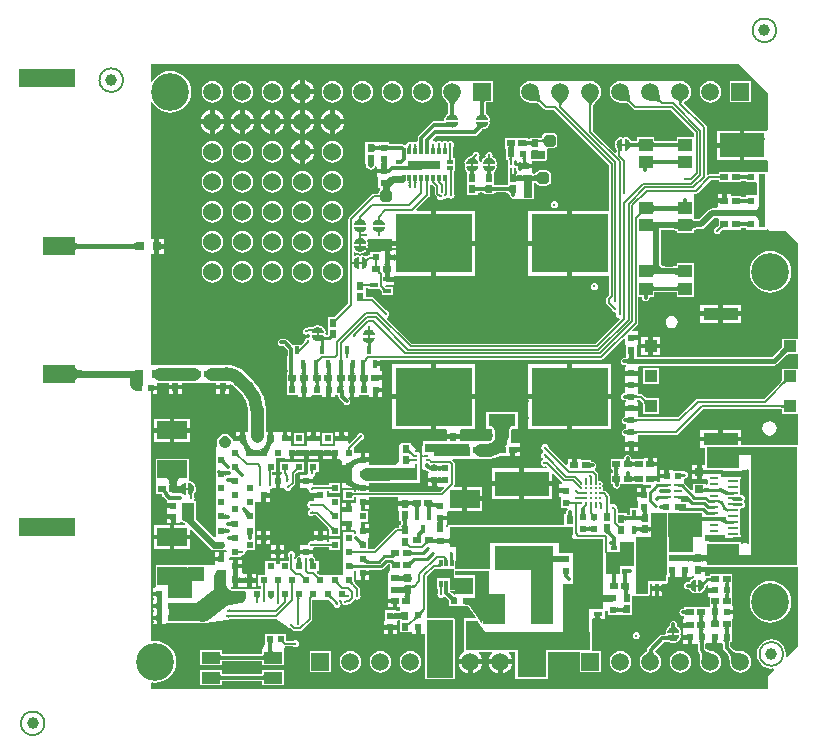
<source format=gtl>
G04*
G04 #@! TF.GenerationSoftware,Altium Limited,Altium Designer,19.0.15 (446)*
G04*
G04 Layer_Physical_Order=1*
G04 Layer_Color=255*
%FSLAX44Y44*%
%MOMM*%
G71*
G01*
G75*
%ADD10C,0.1500*%
%ADD11C,1.0000*%
%ADD12C,0.4000*%
%ADD13C,0.1524*%
%ADD14C,0.3000*%
%ADD15C,0.2500*%
%ADD16C,1.1000*%
%ADD17R,0.2800X0.2000*%
%ADD18R,0.2000X0.6700*%
%ADD19R,0.6000X0.6000*%
%ADD20R,0.6500X0.6000*%
%ADD21C,0.2000*%
%ADD22R,0.6000X0.6500*%
%ADD23R,0.6500X0.4000*%
%ADD24R,0.6000X0.6000*%
%ADD25R,0.5000X0.6000*%
G04:AMPARAMS|DCode=26|XSize=1mm|YSize=1mm|CornerRadius=0.25mm|HoleSize=0mm|Usage=FLASHONLY|Rotation=180.000|XOffset=0mm|YOffset=0mm|HoleType=Round|Shape=RoundedRectangle|*
%AMROUNDEDRECTD26*
21,1,1.0000,0.5000,0,0,180.0*
21,1,0.5000,1.0000,0,0,180.0*
1,1,0.5000,-0.2500,0.2500*
1,1,0.5000,0.2500,0.2500*
1,1,0.5000,0.2500,-0.2500*
1,1,0.5000,-0.2500,-0.2500*
%
%ADD26ROUNDEDRECTD26*%
%ADD27R,0.8000X0.6500*%
%ADD28R,0.6500X0.8000*%
%ADD29R,2.7200X1.5000*%
%ADD30R,4.7200X1.5000*%
%ADD31R,2.3000X1.0000*%
%ADD32R,6.5000X5.0000*%
%ADD33R,2.5000X1.5000*%
%ADD34R,4.5500X2.1000*%
%ADD35R,1.1000X1.0000*%
%ADD36R,3.0000X1.0000*%
%ADD37R,0.5000X0.7000*%
%ADD38R,0.8000X0.2700*%
%ADD39R,0.9000X0.2700*%
%ADD40R,0.4000X0.6500*%
%ADD41R,1.7300X0.4000*%
%ADD42R,1.5000X0.8000*%
%ADD43R,0.3000X0.6000*%
%ADD44C,0.2200*%
%ADD45R,0.6500X0.2500*%
%ADD46R,0.3500X0.7500*%
%ADD47R,0.3000X0.6500*%
%ADD48R,1.9000X2.5000*%
%ADD49R,0.5500X0.4000*%
%ADD50R,1.0000X1.6500*%
%ADD51R,1.5500X1.0000*%
%ADD52R,3.8000X2.0300*%
%ADD53R,1.1500X1.0500*%
%ADD54R,0.3000X0.6300*%
%ADD55R,2.7000X0.7000*%
%ADD56R,0.6300X0.3000*%
G04:AMPARAMS|DCode=57|XSize=1mm|YSize=1mm|CornerRadius=0.25mm|HoleSize=0mm|Usage=FLASHONLY|Rotation=90.000|XOffset=0mm|YOffset=0mm|HoleType=Round|Shape=RoundedRectangle|*
%AMROUNDEDRECTD57*
21,1,1.0000,0.5000,0,0,90.0*
21,1,0.5000,1.0000,0,0,90.0*
1,1,0.5000,0.2500,0.2500*
1,1,0.5000,0.2500,-0.2500*
1,1,0.5000,-0.2500,-0.2500*
1,1,0.5000,-0.2500,0.2500*
%
%ADD57ROUNDEDRECTD57*%
%ADD58R,0.7500X0.3500*%
%ADD59C,0.2000*%
%ADD60C,0.6000*%
%ADD61C,0.5000*%
%ADD62C,0.2200*%
%ADD63C,1.8000*%
%ADD64R,0.8000X1.5913*%
%ADD65R,0.2000X3.1100*%
%ADD66R,0.2900X0.6100*%
%ADD67R,0.6800X0.2600*%
%ADD68R,0.9500X1.1233*%
%ADD69R,0.3000X1.2000*%
%ADD70R,0.5600X0.6200*%
%ADD71R,0.3000X0.4700*%
%ADD72R,1.8000X0.6300*%
%ADD73R,3.0300X0.3859*%
%ADD74R,1.6800X0.3700*%
%ADD75R,2.4176X0.5900*%
%ADD76R,0.2400X0.4064*%
%ADD77R,0.8200X0.3236*%
%ADD78R,0.7500X1.6621*%
%ADD79R,0.5300X1.5400*%
%ADD80R,1.1600X0.7900*%
%ADD81R,1.5000X0.9300*%
%ADD82R,1.3300X1.1600*%
%ADD83R,0.7400X0.3100*%
%ADD84R,0.5400X0.3200*%
%ADD85R,3.9700X10.0300*%
%ADD86R,7.7200X0.9600*%
%ADD87R,2.7700X1.2000*%
%ADD88R,6.3000X0.7000*%
%ADD89R,2.8100X1.6300*%
%ADD90R,2.1990X0.4200*%
%ADD91R,2.8897X2.0600*%
%ADD92R,2.0700X3.3200*%
%ADD93R,2.0400X2.6400*%
%ADD94R,2.5900X3.7980*%
%ADD95R,1.2800X1.2500*%
%ADD96R,1.2100X2.0600*%
%ADD97R,1.1600X1.9500*%
%ADD98R,1.0050X2.0700*%
%ADD99R,1.3200X5.2900*%
%ADD100R,1.3100X3.2100*%
%ADD101R,2.3200X4.8500*%
%ADD102R,2.4700X3.4700*%
%ADD103R,10.5000X1.5000*%
%ADD104R,2.1700X4.9000*%
%ADD105R,1.7500X0.6100*%
%ADD106R,2.5500X5.6300*%
%ADD107R,1.8900X4.4900*%
%ADD108R,2.9600X2.3900*%
%ADD109R,1.2100X0.6500*%
%ADD110R,10.4400X1.4400*%
%ADD111R,3.7800X1.2200*%
%ADD112R,3.0100X0.6500*%
%ADD113R,2.6100X1.1000*%
%ADD114R,2.8348X1.5500*%
%ADD115R,3.7800X0.7500*%
%ADD116C,1.5000*%
%ADD117R,1.5000X1.5000*%
%ADD118O,1.1000X1.4500*%
%ADD119O,2.3000X1.2000*%
%ADD120O,2.6000X1.3000*%
%ADD121C,1.5240*%
%ADD122C,3.2000*%
%ADD123C,0.3000*%
G36*
X820807Y761216D02*
X821012Y758148D01*
X821144Y757315D01*
X821309Y756577D01*
X821507Y755934D01*
X821737Y755386D01*
X821999Y754933D01*
X822293Y754576D01*
X821232Y753515D01*
X820874Y753809D01*
X820421Y754071D01*
X819873Y754301D01*
X819230Y754498D01*
X818493Y754663D01*
X817660Y754796D01*
X815709Y754965D01*
X814592Y755001D01*
X813379Y755004D01*
X820803Y762429D01*
X820807Y761216D01*
D02*
G37*
G36*
X795407D02*
X795611Y758148D01*
X795744Y757315D01*
X795909Y756577D01*
X796107Y755934D01*
X796337Y755386D01*
X796599Y754933D01*
X796893Y754576D01*
X795832Y753515D01*
X795474Y753809D01*
X795021Y754071D01*
X794473Y754301D01*
X793830Y754498D01*
X793093Y754663D01*
X792260Y754796D01*
X790309Y754965D01*
X789192Y755001D01*
X787979Y755004D01*
X795403Y762429D01*
X795407Y761216D01*
D02*
G37*
G36*
X719207D02*
X719411Y758148D01*
X719544Y757315D01*
X719709Y756577D01*
X719907Y755934D01*
X720136Y755386D01*
X720398Y754933D01*
X720693Y754576D01*
X719632Y753515D01*
X719274Y753809D01*
X718821Y754071D01*
X718273Y754301D01*
X717630Y754498D01*
X716893Y754663D01*
X716060Y754796D01*
X714109Y754965D01*
X712991Y755001D01*
X711779Y755004D01*
X719203Y762429D01*
X719207Y761216D01*
D02*
G37*
G36*
X841250Y755412D02*
X840873Y755184D01*
X840541Y754931D01*
X840252Y754652D01*
X840008Y754349D01*
X839809Y754021D01*
X839653Y753668D01*
X839542Y753290D01*
X839476Y752887D01*
X839454Y752460D01*
X837954D01*
X837932Y752887D01*
X837865Y753290D01*
X837754Y753668D01*
X837599Y754021D01*
X837399Y754349D01*
X837155Y754652D01*
X836867Y754931D01*
X836534Y755184D01*
X836157Y755412D01*
X835736Y755616D01*
X841672D01*
X841250Y755412D01*
D02*
G37*
G36*
X673519Y755004D02*
X673264Y754914D01*
X673039Y754764D01*
X672844Y754554D01*
X672679Y754284D01*
X672544Y753954D01*
X672439Y753564D01*
X672364Y753114D01*
X672319Y752604D01*
X672304Y752034D01*
X669304D01*
X669289Y752604D01*
X669244Y753114D01*
X669169Y753564D01*
X669064Y753954D01*
X668929Y754284D01*
X668764Y754554D01*
X668569Y754764D01*
X668344Y754914D01*
X668089Y755004D01*
X667804Y755034D01*
X673804D01*
X673519Y755004D01*
D02*
G37*
G36*
X650725Y756969D02*
X649999Y756276D01*
X648776Y754929D01*
X648279Y754274D01*
X647859Y753631D01*
X647515Y753001D01*
X647248Y752384D01*
X647057Y751779D01*
X646942Y751187D01*
X646904Y750607D01*
X643904Y750713D01*
X643867Y751276D01*
X643757Y751862D01*
X643573Y752469D01*
X643316Y753098D01*
X642986Y753749D01*
X642582Y754422D01*
X642104Y755117D01*
X641553Y755834D01*
X640231Y757333D01*
X650725Y756969D01*
D02*
G37*
G36*
X766899Y756288D02*
X764874Y753973D01*
X764379Y753291D01*
X763974Y752652D01*
X763659Y752058D01*
X763434Y751508D01*
X763299Y751003D01*
X763254Y750541D01*
X761754D01*
X761709Y751003D01*
X761574Y751508D01*
X761349Y752058D01*
X761034Y752652D01*
X760629Y753291D01*
X760134Y753973D01*
X758874Y755472D01*
X758109Y756288D01*
X757254Y757148D01*
X767754D01*
X766899Y756288D01*
D02*
G37*
G36*
X741499D02*
X739474Y753973D01*
X738979Y753291D01*
X738574Y752652D01*
X738259Y752058D01*
X738034Y751508D01*
X737899Y751003D01*
X737854Y750541D01*
X736354D01*
X736309Y751003D01*
X736174Y751508D01*
X735949Y752058D01*
X735634Y752652D01*
X735229Y753291D01*
X734734Y753973D01*
X733474Y755472D01*
X732709Y756288D01*
X731854Y757148D01*
X742354D01*
X741499Y756288D01*
D02*
G37*
G36*
X672047Y743519D02*
X672157Y743399D01*
X672212Y743346D01*
X672322Y743255D01*
X672378Y743218D01*
X672434Y743185D01*
X672491Y743157D01*
X672547Y743135D01*
X672521Y743061D01*
X672734Y742985D01*
X674106Y742147D01*
X674919Y741309D01*
X675494Y740391D01*
X675808Y739379D01*
X675630Y738871D01*
X675104Y738571D01*
X666484D01*
X665749Y739328D01*
X666134Y740511D01*
X666562Y741157D01*
X667299Y741893D01*
X667883Y742427D01*
X668873Y743011D01*
X669813Y743290D01*
X671934Y743242D01*
X671936Y743255D01*
X671993Y743587D01*
X672047Y743519D01*
D02*
G37*
G36*
X646647D02*
X646757Y743399D01*
X646812Y743346D01*
X646923Y743255D01*
X646978Y743218D01*
X647034Y743185D01*
X647091Y743157D01*
X647147Y743135D01*
X647121Y743061D01*
X647334Y742985D01*
X648706Y742147D01*
X649519Y741309D01*
X650094Y740391D01*
X650408Y739379D01*
X650230Y738871D01*
X649704Y738571D01*
X641084D01*
X640349Y739328D01*
X640734Y740511D01*
X641162Y741157D01*
X641899Y741893D01*
X642483Y742427D01*
X643473Y743011D01*
X644413Y743290D01*
X646534Y743242D01*
X646593Y743587D01*
X646647Y743519D01*
D02*
G37*
G36*
X675858Y736280D02*
X675474Y735096D01*
X675046Y734451D01*
X674309Y733714D01*
X673725Y733181D01*
X672734Y732597D01*
X671794Y732317D01*
X670804Y732340D01*
Y732173D01*
X670743Y732170D01*
X670680Y732163D01*
X670617Y732151D01*
X670551Y732134D01*
X670485Y732112D01*
X670417Y732086D01*
X670276Y732018D01*
X670204Y731977D01*
X670130Y731932D01*
X670203Y732354D01*
X669585Y732368D01*
X668873Y732622D01*
X668086Y733104D01*
X667862Y732821D01*
X666778Y734077D01*
X666825Y734159D01*
X666689Y734299D01*
X666114Y735216D01*
X665800Y736229D01*
X665978Y736737D01*
X666504Y737036D01*
X675124D01*
X675858Y736280D01*
D02*
G37*
G36*
X650458D02*
X650074Y735096D01*
X649646Y734451D01*
X648909Y733714D01*
X648325Y733181D01*
X647334Y732597D01*
X646394Y732317D01*
X644185Y732368D01*
X643548Y732596D01*
X643493Y732536D01*
X641966Y733183D01*
X642137Y733439D01*
X642102Y733460D01*
X641289Y734299D01*
X640733Y735186D01*
X640415Y735032D01*
X640433Y735120D01*
X640446Y735213D01*
X640454Y735309D01*
X640456Y735408D01*
X640445Y735619D01*
X640432Y735730D01*
X640389Y735963D01*
X640360Y736085D01*
X640439Y736105D01*
X640400Y736229D01*
X640578Y736737D01*
X641104Y737036D01*
X649724D01*
X650458Y736280D01*
D02*
G37*
G36*
X610111Y716338D02*
X610113Y716308D01*
X610418Y716298D01*
X610358Y716235D01*
X610305Y716161D01*
X610257Y716077D01*
X610217Y715981D01*
X610182Y715874D01*
X610171Y715828D01*
X610211Y715663D01*
X610271Y715498D01*
X610345Y715363D01*
X610432Y715258D01*
X610532Y715183D01*
X610646Y715138D01*
X610773Y715123D01*
X607854Y715093D01*
X607996Y715109D01*
X608124Y715157D01*
X608236Y715234D01*
X608334Y715341D01*
X608416Y715479D01*
X608484Y715648D01*
X608536Y715846D01*
X608543Y715887D01*
X608532Y715936D01*
X608501Y716043D01*
X608464Y716141D01*
X608421Y716227D01*
X608373Y716303D01*
X608319Y716368D01*
X608597Y716359D01*
X608604Y716623D01*
X610104D01*
X610111Y716338D01*
D02*
G37*
G36*
X644897Y716783D02*
X644846Y716708D01*
X644801Y716622D01*
X644762Y716525D01*
X644729Y716418D01*
X644702Y716300D01*
X644681Y716171D01*
X644666Y716031D01*
X644654Y715719D01*
X643154D01*
X643151Y715880D01*
X643127Y716171D01*
X643106Y716300D01*
X643079Y716418D01*
X643046Y716525D01*
X643007Y716622D01*
X642962Y716708D01*
X642911Y716783D01*
X642854Y716847D01*
X644954D01*
X644897Y716783D01*
D02*
G37*
G36*
X640354Y716847D02*
X640297Y716783D01*
X640246Y716708D01*
X640201Y716622D01*
X640162Y716525D01*
X640129Y716418D01*
X640102Y716300D01*
X640081Y716171D01*
X640078Y716141D01*
X640083Y716083D01*
X640118Y715858D01*
X640169Y715663D01*
X640234Y715498D01*
X640313Y715363D01*
X640406Y715258D01*
X640514Y715183D01*
X640637Y715138D01*
X640773Y715123D01*
X637834D01*
X637971Y715138D01*
X638093Y715183D01*
X638201Y715258D01*
X638295Y715363D01*
X638374Y715498D01*
X638439Y715663D01*
X638489Y715858D01*
X638525Y716083D01*
X638530Y716137D01*
X638527Y716171D01*
X638506Y716300D01*
X638479Y716418D01*
X638446Y716525D01*
X638407Y716622D01*
X638362Y716708D01*
X638311Y716783D01*
X638254Y716847D01*
X640354Y716847D01*
D02*
G37*
G36*
X635354D02*
X635297Y716783D01*
X635246Y716708D01*
X635201Y716622D01*
X635162Y716525D01*
X635129Y716418D01*
X635102Y716300D01*
X635081Y716171D01*
X635078Y716141D01*
X635083Y716083D01*
X635118Y715858D01*
X635169Y715663D01*
X635234Y715498D01*
X635313Y715363D01*
X635406Y715258D01*
X635514Y715183D01*
X635637Y715138D01*
X635773Y715123D01*
X632834D01*
X632971Y715138D01*
X633093Y715183D01*
X633201Y715258D01*
X633295Y715363D01*
X633374Y715498D01*
X633439Y715663D01*
X633489Y715858D01*
X633525Y716083D01*
X633530Y716137D01*
X633527Y716171D01*
X633506Y716300D01*
X633479Y716418D01*
X633446Y716525D01*
X633407Y716622D01*
X633362Y716708D01*
X633311Y716783D01*
X633254Y716847D01*
X635354Y716847D01*
D02*
G37*
G36*
X630354Y716833D02*
X630297Y716768D01*
X630246Y716693D01*
X630201Y716608D01*
X630162Y716511D01*
X630129Y716404D01*
X630102Y716285D01*
X630081Y716156D01*
X630078Y716133D01*
X630083Y716083D01*
X630119Y715858D01*
X630169Y715663D01*
X630234Y715498D01*
X630313Y715363D01*
X630406Y715258D01*
X630514Y715183D01*
X630637Y715138D01*
X630773Y715123D01*
X627834D01*
X627971Y715138D01*
X628093Y715183D01*
X628201Y715258D01*
X628295Y715363D01*
X628374Y715498D01*
X628439Y715663D01*
X628489Y715858D01*
X628525Y716083D01*
X628529Y716130D01*
X628527Y716156D01*
X628506Y716285D01*
X628479Y716404D01*
X628446Y716511D01*
X628407Y716608D01*
X628362Y716693D01*
X628311Y716768D01*
X628254Y716833D01*
X630354Y716833D01*
D02*
G37*
G36*
X615061Y716338D02*
X615061Y716333D01*
X615354D01*
X615297Y716268D01*
X615246Y716193D01*
X615201Y716108D01*
X615162Y716011D01*
X615129Y715904D01*
X615118Y715859D01*
X615119Y715858D01*
X615169Y715663D01*
X615234Y715498D01*
X615313Y715363D01*
X615406Y715258D01*
X615514Y715183D01*
X615637Y715138D01*
X615773Y715123D01*
X612834D01*
X612971Y715138D01*
X613093Y715183D01*
X613201Y715258D01*
X613295Y715363D01*
X613374Y715498D01*
X613439Y715663D01*
X613489Y715858D01*
X613489Y715859D01*
X613479Y715904D01*
X613446Y716011D01*
X613407Y716108D01*
X613362Y716193D01*
X613311Y716268D01*
X613254Y716333D01*
X613546D01*
X613547Y716338D01*
X613554Y716623D01*
X615054D01*
X615061Y716338D01*
D02*
G37*
G36*
X837315Y714804D02*
X837284Y715089D01*
X837194Y715344D01*
X837042Y715569D01*
X836830Y715764D01*
X836557Y715929D01*
X836224Y716064D01*
X835830Y716169D01*
X835375Y716244D01*
X834860Y716289D01*
X834284Y716304D01*
Y719304D01*
X834860Y719319D01*
X835375Y719364D01*
X835830Y719439D01*
X836224Y719544D01*
X836557Y719679D01*
X836830Y719844D01*
X837042Y720039D01*
X837194Y720264D01*
X837284Y720519D01*
X837315Y720804D01*
Y714804D01*
D02*
G37*
G36*
X815223Y720519D02*
X815314Y720264D01*
X815466Y720039D01*
X815678Y719844D01*
X815950Y719679D01*
X816284Y719544D01*
X816678Y719439D01*
X817132Y719364D01*
X817647Y719319D01*
X818223Y719304D01*
Y716304D01*
X817647Y716289D01*
X817132Y716244D01*
X816678Y716169D01*
X816284Y716064D01*
X815950Y715929D01*
X815678Y715764D01*
X815466Y715569D01*
X815314Y715344D01*
X815223Y715089D01*
X815193Y714804D01*
Y720804D01*
X815223Y720519D01*
D02*
G37*
G36*
X803815Y714804D02*
X803784Y715089D01*
X803693Y715344D01*
X803542Y715569D01*
X803330Y715764D01*
X803057Y715929D01*
X802724Y716064D01*
X802330Y716169D01*
X801875Y716244D01*
X801360Y716289D01*
X800784Y716304D01*
Y719304D01*
X801360Y719319D01*
X801875Y719364D01*
X802330Y719439D01*
X802724Y719544D01*
X803057Y719679D01*
X803330Y719844D01*
X803542Y720039D01*
X803693Y720264D01*
X803784Y720519D01*
X803815Y720804D01*
Y714804D01*
D02*
G37*
G36*
X793365Y722474D02*
X794011Y722046D01*
X794747Y721309D01*
X795281Y720725D01*
X795865Y719734D01*
X796144Y718794D01*
X796093Y716585D01*
X795839Y715873D01*
X795001Y714502D01*
X794163Y713689D01*
X793245Y713114D01*
X792233Y712800D01*
X791725Y712978D01*
X791425Y713504D01*
Y722124D01*
X792182Y722858D01*
X793365Y722474D01*
D02*
G37*
G36*
X789083Y722630D02*
X789382Y722104D01*
Y713484D01*
X788626Y712749D01*
X787442Y713134D01*
X786797Y713562D01*
X786060Y714299D01*
X785527Y714883D01*
X784943Y715873D01*
X784663Y716813D01*
X784714Y719023D01*
X784968Y719734D01*
X785806Y721106D01*
X786645Y721919D01*
X787562Y722494D01*
X788575Y722808D01*
X789083Y722630D01*
D02*
G37*
G36*
X590403Y717994D02*
X590493Y717744D01*
X590643Y717524D01*
X590853Y717333D01*
X591123Y717171D01*
X591453Y717039D01*
X591843Y716936D01*
X592293Y716863D01*
X592803Y716818D01*
X593373Y716804D01*
Y713804D01*
X592803Y713789D01*
X592293Y713745D01*
X591843Y713671D01*
X591453Y713569D01*
X591123Y713436D01*
X590853Y713275D01*
X590643Y713084D01*
X590493Y712863D01*
X590403Y712614D01*
X590373Y712334D01*
Y718273D01*
X590403Y717994D01*
D02*
G37*
G36*
X579517Y717994D02*
X579608Y717739D01*
X579759Y717514D01*
X579971Y717319D01*
X580244Y717154D01*
X580577Y717019D01*
X580971Y716914D01*
X581426Y716839D01*
X581941Y716794D01*
X581974Y716793D01*
X582004Y716794D01*
X582514Y716839D01*
X582964Y716913D01*
X583354Y717018D01*
X583684Y717152D01*
X583954Y717317D01*
X584164Y717511D01*
X584314Y717735D01*
X584404Y717989D01*
X584434Y718273D01*
Y712334D01*
X584404Y712609D01*
X584314Y712854D01*
X584164Y713071D01*
X583954Y713259D01*
X583684Y713418D01*
X583354Y713548D01*
X582964Y713649D01*
X582514Y713721D01*
X582004Y713764D01*
X581983Y713765D01*
X581941Y713764D01*
X581426Y713719D01*
X580971Y713644D01*
X580577Y713539D01*
X580244Y713404D01*
X579971Y713239D01*
X579759Y713044D01*
X579608Y712819D01*
X579517Y712564D01*
X579486Y712279D01*
Y718279D01*
X579517Y717994D01*
D02*
G37*
G36*
X644661Y705788D02*
X644684Y705533D01*
X644721Y705308D01*
X644774Y705113D01*
X644841Y704948D01*
X644924Y704813D01*
X645021Y704708D01*
X645134Y704633D01*
X645261Y704588D01*
X645404Y704573D01*
X642404D01*
X642546Y704588D01*
X642674Y704633D01*
X642786Y704708D01*
X642884Y704813D01*
X642966Y704948D01*
X643034Y705113D01*
X643086Y705308D01*
X643124Y705533D01*
X643146Y705788D01*
X643154Y706073D01*
X644654D01*
X644661Y705788D01*
D02*
G37*
G36*
X837315Y700304D02*
X837284Y700589D01*
X837194Y700844D01*
X837042Y701069D01*
X836830Y701264D01*
X836557Y701429D01*
X836224Y701564D01*
X835830Y701669D01*
X835375Y701744D01*
X834860Y701789D01*
X834284Y701804D01*
Y704804D01*
X834860Y704819D01*
X835375Y704864D01*
X835830Y704939D01*
X836224Y705044D01*
X836557Y705179D01*
X836830Y705344D01*
X837042Y705539D01*
X837194Y705764D01*
X837284Y706019D01*
X837315Y706304D01*
Y700304D01*
D02*
G37*
G36*
X815223Y706019D02*
X815314Y705764D01*
X815466Y705539D01*
X815678Y705344D01*
X815950Y705179D01*
X816284Y705044D01*
X816678Y704939D01*
X817132Y704864D01*
X817647Y704819D01*
X818223Y704804D01*
Y701804D01*
X817647Y701789D01*
X817132Y701744D01*
X816678Y701669D01*
X816284Y701564D01*
X815950Y701429D01*
X815678Y701264D01*
X815466Y701069D01*
X815314Y700844D01*
X815223Y700589D01*
X815193Y700304D01*
Y706304D01*
X815223Y706019D01*
D02*
G37*
G36*
X589406Y702334D02*
X590373D01*
X590189Y702294D01*
X590024Y702174D01*
X589879Y701974D01*
X589753Y701694D01*
X589646Y701334D01*
X589559Y700894D01*
X589510Y700519D01*
X589559Y699913D01*
X589646Y699473D01*
X589753Y699113D01*
X589879Y698833D01*
X590024Y698633D01*
X590189Y698513D01*
X590373Y698473D01*
X589406D01*
X589404Y698334D01*
X585404D01*
X585402Y698473D01*
X584434D01*
X584618Y698513D01*
X584783Y698633D01*
X584929Y698833D01*
X585055Y699113D01*
X585161Y699473D01*
X585249Y699913D01*
X585298Y700288D01*
X585249Y700894D01*
X585161Y701334D01*
X585055Y701694D01*
X584929Y701974D01*
X584783Y702174D01*
X584618Y702294D01*
X584434Y702334D01*
X585402D01*
X585404Y702473D01*
X589404D01*
X589406Y702334D01*
D02*
G37*
G36*
X608334Y697134D02*
X608304Y697033D01*
X608214Y696943D01*
X608064Y696864D01*
X607854Y696795D01*
X607584Y696736D01*
X607254Y696689D01*
X606414Y696625D01*
X605334Y696604D01*
Y699604D01*
X605904Y699619D01*
X606414Y699664D01*
X606864Y699739D01*
X607254Y699844D01*
X607584Y699979D01*
X607854Y700144D01*
X608064Y700339D01*
X608214Y700564D01*
X608304Y700819D01*
X608334Y701104D01*
Y697134D01*
D02*
G37*
G36*
X810993Y698064D02*
X810911Y698005D01*
X810839Y697906D01*
X810777Y697767D01*
X810724Y697589D01*
X810681Y697371D01*
X810647Y697114D01*
X810609Y696480D01*
X810604Y696104D01*
X807604D01*
X807599Y696480D01*
X807527Y697371D01*
X807484Y697589D01*
X807431Y697767D01*
X807368Y697906D01*
X807296Y698005D01*
X807215Y698064D01*
X807123Y698084D01*
X811084D01*
X810993Y698064D01*
D02*
G37*
G36*
X645860Y696649D02*
X645732Y696604D01*
X645620Y696527D01*
X645523Y696420D01*
X645440Y696282D01*
X645372Y696114D01*
X645320Y695915D01*
X645283Y695685D01*
X645260Y695425D01*
X645253Y695134D01*
X643753D01*
X643745Y695425D01*
X643723Y695685D01*
X643685Y695915D01*
X643633Y696114D01*
X643565Y696282D01*
X643483Y696420D01*
X643385Y696527D01*
X643272Y696604D01*
X643145Y696649D01*
X643002Y696665D01*
X646003D01*
X645860Y696649D01*
D02*
G37*
G36*
X912865Y761659D02*
Y730791D01*
X912304Y729754D01*
X911595Y729754D01*
X892804D01*
Y717104D01*
Y704454D01*
X911595D01*
X912304Y704454D01*
X912865Y703416D01*
Y694947D01*
X911654Y694804D01*
X911595Y694804D01*
X903924D01*
X903654Y694804D01*
Y694804D01*
X902654D01*
Y694804D01*
X896511D01*
X896358Y694888D01*
X896269Y694862D01*
X896184Y694897D01*
X895959Y694804D01*
X890154D01*
X890160Y694790D01*
X890154Y694781D01*
Y694804D01*
X888848D01*
X888623Y694897D01*
X888538Y694862D01*
X888450Y694888D01*
X888296Y694804D01*
X871154D01*
Y692677D01*
X871142Y692677D01*
X870964Y692598D01*
X863304D01*
X862426Y692423D01*
X862268Y692318D01*
X860998Y692997D01*
Y732460D01*
X860998Y732460D01*
X860823Y733338D01*
X860326Y734082D01*
X860326Y734082D01*
X841927Y752481D01*
X841844Y752788D01*
X841832Y753015D01*
X841933Y753519D01*
X842157Y754047D01*
X842378Y754154D01*
X842562Y754360D01*
X843243Y754642D01*
X845123Y756085D01*
X846565Y757965D01*
X847472Y760154D01*
X847781Y762504D01*
X847472Y764853D01*
X846565Y767043D01*
X845123Y768923D01*
X843243Y770365D01*
X841053Y771272D01*
X838704Y771581D01*
X787904D01*
X785554Y771272D01*
X783365Y770365D01*
X781485Y768923D01*
X780042Y767043D01*
X779136Y764853D01*
X778826Y762504D01*
X779136Y760154D01*
X780042Y757965D01*
X781485Y756085D01*
X783365Y754642D01*
X785554Y753736D01*
X787847Y753434D01*
X787974Y753381D01*
X789164Y753377D01*
X790213Y753343D01*
X792061Y753184D01*
X792787Y753068D01*
X793414Y752928D01*
X793920Y752772D01*
X794298Y752614D01*
X794546Y752470D01*
X794801Y752261D01*
X794947Y752216D01*
X798982Y748182D01*
X799726Y747684D01*
X800604Y747510D01*
X830364D01*
X850410Y727464D01*
Y725759D01*
X850254Y724554D01*
X835754D01*
Y721105D01*
X835708Y721087D01*
X835488Y721028D01*
X835172Y720976D01*
X834768Y720940D01*
X834242Y720927D01*
X834098Y720863D01*
X818410D01*
X818266Y720927D01*
X817740Y720940D01*
X817335Y720976D01*
X817020Y721028D01*
X816799Y721087D01*
X816754Y721105D01*
Y724554D01*
X802254D01*
Y721105D01*
X802208Y721087D01*
X801988Y721028D01*
X801672Y720976D01*
X801268Y720940D01*
X800742Y720927D01*
X800598Y720863D01*
X797084D01*
X797052Y720917D01*
X796941Y721186D01*
X796737Y721452D01*
X796679Y721550D01*
X796638Y721580D01*
X796502Y721758D01*
X796480Y721820D01*
X796323Y721991D01*
X795865Y722587D01*
X795434Y722919D01*
X795159Y723194D01*
X795003Y723258D01*
X794908Y723398D01*
X794263Y723827D01*
X794040Y723870D01*
X793867Y724018D01*
X792684Y724402D01*
X792435Y724383D01*
X792206Y724482D01*
X791889Y724356D01*
X791755Y724330D01*
X791445Y724305D01*
X791406Y724260D01*
X791305Y724240D01*
X790404Y723812D01*
X789503Y724240D01*
X789259Y724288D01*
X789111Y724340D01*
X789024Y724335D01*
X788620Y724416D01*
X788258Y724343D01*
X788094Y724358D01*
X788050Y724345D01*
X788045Y724348D01*
X787975Y724338D01*
X787846Y724285D01*
X787082Y724045D01*
X786914Y723906D01*
X786700Y723869D01*
X786421Y723695D01*
X786343Y723662D01*
X786226Y723572D01*
X785782Y723294D01*
X785685Y723157D01*
X785670Y723146D01*
X785514Y723084D01*
X785229Y722807D01*
X784942Y722587D01*
X784768Y722360D01*
X784676Y722271D01*
X784646Y722201D01*
X784498Y722008D01*
X784421Y721952D01*
X784288Y721735D01*
X783867Y721186D01*
X783687Y720751D01*
X783583Y720581D01*
X783562Y720451D01*
X783536Y720387D01*
X783439Y720280D01*
X783185Y719569D01*
X783187Y719526D01*
X783141Y719174D01*
X783091Y719060D01*
X783084Y718738D01*
X782961Y717804D01*
X783047Y717148D01*
X783040Y716851D01*
X783110Y716671D01*
X783127Y716541D01*
X783107Y716350D01*
X783188Y716079D01*
X783191Y716053D01*
X783207Y716015D01*
X783387Y715411D01*
X783516Y715251D01*
X783544Y715049D01*
X783756Y714690D01*
X783867Y714421D01*
X784071Y714155D01*
X784128Y714058D01*
X784169Y714027D01*
X784306Y713850D01*
X784328Y713788D01*
X784484Y713617D01*
X784732Y713295D01*
Y711380D01*
X783558Y710894D01*
X764798Y729654D01*
Y750249D01*
X764870Y750384D01*
X764902Y750713D01*
X764976Y750989D01*
X765131Y751369D01*
X765379Y751836D01*
X765723Y752378D01*
X766145Y752960D01*
X768087Y755180D01*
X768905Y756003D01*
X768958Y756130D01*
X770365Y757965D01*
X771272Y760154D01*
X771581Y762504D01*
X771272Y764853D01*
X770365Y767043D01*
X768923Y768923D01*
X767043Y770365D01*
X764853Y771272D01*
X762504Y771581D01*
X711704D01*
X709354Y771272D01*
X707165Y770365D01*
X705285Y768923D01*
X703842Y767043D01*
X702935Y764853D01*
X702626Y762504D01*
X702935Y760154D01*
X703842Y757965D01*
X705285Y756085D01*
X707165Y754642D01*
X709354Y753736D01*
X711647Y753434D01*
X711774Y753381D01*
X712963Y753377D01*
X714013Y753343D01*
X715862Y753184D01*
X716587Y753068D01*
X717214Y752928D01*
X717720Y752772D01*
X718098Y752614D01*
X718346Y752470D01*
X718601Y752261D01*
X718747Y752216D01*
X722882Y748082D01*
X722882Y748082D01*
X723626Y747584D01*
X724504Y747410D01*
X724504Y747410D01*
X731354D01*
X778210Y700554D01*
Y661804D01*
X746904D01*
Y634304D01*
Y606804D01*
X778210D01*
Y590554D01*
X776482Y588826D01*
X775984Y588082D01*
X775810Y587204D01*
Y584104D01*
X775984Y583226D01*
X776482Y582482D01*
X780062Y578901D01*
X780127Y578725D01*
X780301Y578537D01*
X780327Y578505D01*
X780348Y578477D01*
X780348Y578476D01*
X780359Y578451D01*
X780366Y578445D01*
X780378Y578422D01*
X780430Y578379D01*
X780578Y577633D01*
X781241Y576641D01*
X782233Y575978D01*
X783404Y575745D01*
X784387Y574646D01*
X784294Y574177D01*
X784526Y573007D01*
X785189Y572014D01*
X786182Y571351D01*
X787108Y571167D01*
X787492Y570452D01*
X787613Y569875D01*
X767035Y549298D01*
X611671D01*
X590385Y570584D01*
X590741Y572023D01*
X591367Y572441D01*
X592030Y573433D01*
X592263Y574604D01*
X592030Y575774D01*
X591367Y576767D01*
X590374Y577430D01*
X589629Y577578D01*
X589586Y577630D01*
X589563Y577642D01*
X589556Y577649D01*
X589532Y577659D01*
X589531Y577660D01*
X589518Y577669D01*
X589384Y577782D01*
X589306Y577858D01*
X589121Y577931D01*
X578926Y588126D01*
X578182Y588623D01*
X577304Y588798D01*
X572293D01*
X572115Y588877D01*
X572104Y588877D01*
Y596330D01*
X572115Y596331D01*
X572293Y596410D01*
X574164D01*
X574342Y596331D01*
X574354Y596330D01*
Y595204D01*
X583854D01*
X583854Y595204D01*
Y595204D01*
X584914Y594687D01*
X585134Y594568D01*
X585645Y594018D01*
X585785Y593842D01*
X585845Y593756D01*
X585761Y593552D01*
X585812Y593429D01*
X585780Y593299D01*
X585854Y593179D01*
Y590204D01*
X595354D01*
Y597204D01*
X589878D01*
X589759Y597277D01*
X589629Y597246D01*
X589506Y597297D01*
X588460Y598031D01*
X588420Y598130D01*
X589026Y599204D01*
X596354D01*
Y601704D01*
X590604D01*
Y605673D01*
X587384D01*
X587626Y605713D01*
X587841Y605833D01*
X588032Y606033D01*
X588197Y606313D01*
X588336Y606673D01*
X588451Y607113D01*
X588531Y607584D01*
X588513Y607774D01*
X588403Y608294D01*
X588261Y608734D01*
X588089Y609094D01*
X587885Y609374D01*
X587649Y609574D01*
X587383Y609694D01*
X587084Y609734D01*
X593523D01*
X593358Y609694D01*
X593210Y609574D01*
X593080Y609374D01*
X592967Y609094D01*
X592871Y608734D01*
X592793Y608294D01*
X592742Y607862D01*
X592759Y607633D01*
X592841Y607113D01*
X592946Y606673D01*
X593075Y606313D01*
X593227Y606033D01*
X593402Y605833D01*
X593601Y605713D01*
X593654Y605704D01*
X596354D01*
Y606804D01*
X627904D01*
Y632304D01*
X594904D01*
Y627904D01*
X592704D01*
Y622404D01*
X588704D01*
Y627904D01*
X585204D01*
X585204Y626904D01*
X576204D01*
Y625175D01*
X575404Y624298D01*
X574526Y624123D01*
X573782Y623626D01*
X573487Y623331D01*
X572230Y623298D01*
X571585Y623727D01*
X571362Y623770D01*
X571189Y623918D01*
X570005Y624302D01*
X569757Y624283D01*
X569527Y624382D01*
X569211Y624256D01*
X569077Y624230D01*
X568767Y624205D01*
X568728Y624160D01*
X568627Y624140D01*
X567726Y623713D01*
X566824Y624140D01*
X566581Y624188D01*
X566433Y624240D01*
X566346Y624235D01*
X565942Y624315D01*
X565579Y624243D01*
X565416Y624258D01*
X565372Y624245D01*
X565367Y624248D01*
X565297Y624238D01*
X565167Y624185D01*
X564403Y623945D01*
X564236Y623806D01*
X564022Y623769D01*
X563743Y623595D01*
X563665Y623562D01*
X563547Y623472D01*
X563502Y623444D01*
X562314Y623958D01*
X562232Y624064D01*
Y626348D01*
X562241Y626359D01*
X562388Y626527D01*
X562681Y626708D01*
X563502Y626937D01*
X563582Y626888D01*
X564131Y626467D01*
X564567Y626287D01*
X564737Y626183D01*
X564867Y626162D01*
X564930Y626136D01*
X565037Y626039D01*
X565748Y625785D01*
X565792Y625787D01*
X566144Y625741D01*
X566257Y625691D01*
X566580Y625684D01*
X567514Y625561D01*
X568170Y625647D01*
X568467Y625640D01*
X568647Y625710D01*
X568777Y625727D01*
X568967Y625707D01*
X569238Y625788D01*
X569265Y625791D01*
X569302Y625807D01*
X569907Y625987D01*
X570066Y626116D01*
X570269Y626144D01*
X570627Y626356D01*
X570896Y626467D01*
X571162Y626671D01*
X571260Y626729D01*
X571290Y626769D01*
X571468Y626906D01*
X571530Y626928D01*
X571701Y627084D01*
X572297Y627542D01*
X572629Y627974D01*
X572904Y628249D01*
X572968Y628405D01*
X573108Y628499D01*
X573537Y629144D01*
X573580Y629368D01*
X573728Y629540D01*
X574113Y630724D01*
X574093Y630973D01*
X574192Y631202D01*
X574066Y631519D01*
X574039Y631652D01*
X574015Y631963D01*
X573970Y632001D01*
X573950Y632103D01*
X573522Y633004D01*
X573950Y633905D01*
X573998Y634149D01*
X574050Y634296D01*
X574045Y634384D01*
X574126Y634787D01*
X574053Y635150D01*
X574068Y635313D01*
X574055Y635357D01*
X574058Y635362D01*
X574048Y635433D01*
X573995Y635562D01*
X573755Y636326D01*
X573616Y636493D01*
X573602Y636575D01*
X573660Y636850D01*
X574103Y637634D01*
X574374Y637845D01*
X594904D01*
Y636304D01*
X627904D01*
Y661804D01*
X615708D01*
X615221Y662977D01*
X625926Y673682D01*
X626423Y674426D01*
X626598Y675304D01*
Y683530D01*
X627868Y684107D01*
X628442Y683605D01*
X628714Y683337D01*
X628903Y683260D01*
X630710Y681454D01*
Y676398D01*
X630884Y675520D01*
X631382Y674776D01*
X632865Y673292D01*
X632977Y672732D01*
X633640Y671740D01*
X634632Y671077D01*
X635802Y670844D01*
X636973Y671077D01*
X637965Y671740D01*
X638420Y672420D01*
X638633Y672278D01*
X639804Y672045D01*
X640974Y672278D01*
X641967Y672941D01*
X642339D01*
X642340Y672940D01*
X643332Y672277D01*
X644502Y672044D01*
X645673Y672277D01*
X646665Y672940D01*
X647328Y673932D01*
X647561Y675102D01*
X647328Y676273D01*
X646906Y676905D01*
X646913Y676972D01*
X646905Y676997D01*
X646905Y677007D01*
X646895Y677031D01*
X646895Y677033D01*
X646892Y677047D01*
X646878Y677222D01*
X646876Y677332D01*
X646797Y677513D01*
Y694915D01*
X646876Y695092D01*
X646876Y695104D01*
X647854D01*
Y706104D01*
X646277D01*
X646277Y706116D01*
X646198Y706293D01*
Y715486D01*
X646276Y715657D01*
X646286Y715913D01*
X646291Y715954D01*
X646296Y715988D01*
X646296Y715989D01*
X646306Y716014D01*
X646306Y716024D01*
X646314Y716049D01*
X646307Y716115D01*
X646730Y716748D01*
X646963Y717918D01*
X646730Y719089D01*
X646067Y720081D01*
X645074Y720744D01*
X643904Y720977D01*
X642733Y720744D01*
X642607Y720660D01*
X641604Y720151D01*
X640600Y720660D01*
X640474Y720744D01*
X639304Y720977D01*
X638133Y720744D01*
X637141Y720081D01*
X636467D01*
X635474Y720744D01*
X634304Y720977D01*
X633133Y720744D01*
X632724Y720471D01*
X631467Y720067D01*
X630474Y720730D01*
X629788Y720866D01*
X629288Y722133D01*
X629288Y722162D01*
X632371Y725245D01*
X664428D01*
X664428Y725245D01*
X665599Y725478D01*
X666591Y726141D01*
X671028Y730578D01*
X671030Y730579D01*
X671050Y730589D01*
X671054Y730590D01*
X671055Y730591D01*
X671063Y730595D01*
X671073Y730599D01*
X671075Y730601D01*
X671120Y730622D01*
X671154Y730661D01*
X671460Y730701D01*
X671757Y730694D01*
X671937Y730764D01*
X672067Y730781D01*
X672257Y730761D01*
X672528Y730842D01*
X672555Y730845D01*
X672592Y730861D01*
X673197Y731040D01*
X673356Y731170D01*
X673559Y731198D01*
X673917Y731410D01*
X674186Y731521D01*
X674452Y731725D01*
X674550Y731783D01*
X674580Y731824D01*
X674758Y731960D01*
X674820Y731982D01*
X674909Y732064D01*
X675098Y732190D01*
X675139Y732253D01*
X675587Y732596D01*
X675902Y733006D01*
X675966Y733049D01*
X676018Y733128D01*
X676194Y733303D01*
X676258Y733459D01*
X676398Y733553D01*
X676827Y734198D01*
X676870Y734422D01*
X677018Y734594D01*
X677402Y735778D01*
X677383Y736027D01*
X677482Y736256D01*
X677356Y736572D01*
X677329Y736706D01*
X677305Y737017D01*
X677260Y737055D01*
X677240Y737157D01*
X676808Y737804D01*
X677161Y738333D01*
X677162Y738334D01*
X677162Y738335D01*
X677240Y738451D01*
X677288Y738695D01*
X677340Y738842D01*
X677335Y738930D01*
X677415Y739333D01*
X677343Y739696D01*
X677358Y739859D01*
X677345Y739903D01*
X677347Y739908D01*
X677338Y739979D01*
X677285Y740108D01*
X677045Y740872D01*
X676906Y741039D01*
X676870Y741254D01*
X676695Y741533D01*
X676662Y741610D01*
X676572Y741728D01*
X676294Y742171D01*
X676157Y742269D01*
X676146Y742284D01*
X676084Y742439D01*
X675807Y742725D01*
X675587Y743011D01*
X675360Y743186D01*
X675271Y743278D01*
X675201Y743308D01*
X675008Y743456D01*
X674952Y743533D01*
X674735Y743665D01*
X674186Y744087D01*
X673863Y744221D01*
Y751847D01*
X673927Y751992D01*
X673941Y752512D01*
X673976Y752909D01*
X674027Y753219D01*
X674085Y753434D01*
X674109Y753493D01*
X674129Y753504D01*
X680064D01*
Y771504D01*
X646254D01*
X645664Y771581D01*
X643314Y771272D01*
X641125Y770365D01*
X639245Y768923D01*
X637802Y767043D01*
X636895Y764853D01*
X636586Y762504D01*
X636895Y760154D01*
X637802Y757965D01*
X638935Y756489D01*
X639013Y756259D01*
X640300Y754801D01*
X640791Y754162D01*
X641215Y753543D01*
X641564Y752962D01*
X641838Y752422D01*
X642041Y751925D01*
X642178Y751475D01*
X642253Y751073D01*
X642284Y750608D01*
X642345Y750483D01*
Y744230D01*
X642290Y744198D01*
X642021Y744087D01*
X641755Y743883D01*
X641658Y743825D01*
X641627Y743784D01*
X641450Y743648D01*
X641388Y743626D01*
X641217Y743469D01*
X640620Y743011D01*
X640426Y742758D01*
X640374Y742723D01*
X640256Y742547D01*
X640014Y742305D01*
X639949Y742149D01*
X639809Y742054D01*
X639381Y741409D01*
X639337Y741186D01*
X639190Y741013D01*
X638805Y739830D01*
X638825Y739581D01*
X638726Y739352D01*
X638852Y739035D01*
X638857Y739008D01*
X638838Y738847D01*
X638124Y737879D01*
X637916Y737738D01*
X630280D01*
X629109Y737505D01*
X628117Y736842D01*
X617141Y725867D01*
X616478Y724874D01*
X616245Y723704D01*
X616245Y723704D01*
Y721126D01*
X614975Y720329D01*
X614304Y720463D01*
X613133Y720230D01*
X612800Y720007D01*
X611854Y719669D01*
X610908Y720007D01*
X610574Y720230D01*
X609404Y720463D01*
X608233Y720230D01*
X607241Y719567D01*
X606578Y718574D01*
X606400Y717680D01*
X605608Y717270D01*
X605104Y717179D01*
X604817Y717467D01*
X603824Y718130D01*
X602654Y718363D01*
X602654Y718363D01*
X593560D01*
X593415Y718427D01*
X592894Y718440D01*
X592494Y718475D01*
X592182Y718526D01*
X591964Y718583D01*
X591904Y718607D01*
Y719804D01*
X590598D01*
X590373Y719897D01*
X590288Y719862D01*
X590200Y719888D01*
X590046Y719804D01*
X584760D01*
X584605Y719888D01*
X584518Y719862D01*
X584434Y719897D01*
X584210Y719804D01*
X581247D01*
X581047Y720004D01*
X572047D01*
Y710504D01*
Y701004D01*
X572410D01*
Y700604D01*
X572720Y699043D01*
X573604Y697720D01*
X574927Y696836D01*
X576488Y696525D01*
X578049Y696836D01*
X579372Y697720D01*
X580256Y699043D01*
X580412Y699825D01*
X580634Y699888D01*
X581904Y698930D01*
Y697504D01*
X587404D01*
Y693504D01*
X581904D01*
Y690004D01*
X582904Y690004D01*
Y681004D01*
X584254D01*
X584538Y679734D01*
X584020Y679388D01*
X583136Y678064D01*
X582826Y676504D01*
Y676496D01*
X581467Y676390D01*
X580478Y676377D01*
X580293Y676298D01*
X579204D01*
X578326Y676123D01*
X577582Y675626D01*
X558316Y656360D01*
X557819Y655616D01*
X557644Y654738D01*
Y617714D01*
Y583364D01*
X546545Y572265D01*
X546369Y572199D01*
X545818Y571688D01*
X545642Y571548D01*
X545556Y571488D01*
X545352Y571572D01*
X545229Y571521D01*
X545099Y571553D01*
X544979Y571479D01*
X540004D01*
Y561979D01*
Y556808D01*
X538664D01*
X538023Y558038D01*
X538140Y558283D01*
X538188Y558527D01*
X538240Y558675D01*
X538235Y558762D01*
X538316Y559166D01*
X538243Y559528D01*
X538259Y559691D01*
X538245Y559735D01*
X538247Y559740D01*
X538238Y559811D01*
X538185Y559940D01*
X537945Y560704D01*
X537806Y560871D01*
X537770Y561086D01*
X537595Y561365D01*
X537562Y561443D01*
X537472Y561560D01*
X537194Y562004D01*
X537057Y562101D01*
X537046Y562116D01*
X536984Y562271D01*
X536707Y562557D01*
X536487Y562844D01*
X536260Y563018D01*
X536171Y563110D01*
X536101Y563140D01*
X535909Y563288D01*
X535852Y563365D01*
X535635Y563498D01*
X535086Y563919D01*
X534651Y564099D01*
X534481Y564203D01*
X534351Y564223D01*
X534287Y564250D01*
X534180Y564347D01*
X533469Y564601D01*
X533426Y564599D01*
X533074Y564645D01*
X532960Y564695D01*
X532638Y564702D01*
X531704Y564825D01*
X531048Y564739D01*
X530751Y564746D01*
X530571Y564676D01*
X530441Y564659D01*
X530251Y564679D01*
X529980Y564598D01*
X529953Y564595D01*
X529915Y564579D01*
X529311Y564399D01*
X529151Y564270D01*
X528949Y564241D01*
X528590Y564030D01*
X528321Y563919D01*
X528055Y563715D01*
X527958Y563657D01*
X527927Y563616D01*
X527750Y563480D01*
X527688Y563458D01*
X527517Y563302D01*
X527195Y563054D01*
X523266D01*
X522405Y562883D01*
X522004Y562963D01*
X520833Y562730D01*
X519841Y562067D01*
X519178Y561074D01*
X518945Y559904D01*
X519178Y558733D01*
X519841Y557741D01*
X520833Y557078D01*
X522004Y556845D01*
X523174Y557078D01*
X523365Y557205D01*
X525008Y556888D01*
X525265Y556486D01*
X525259Y556439D01*
X525219Y556237D01*
X525168Y556090D01*
X525173Y556002D01*
X525092Y555598D01*
X525149Y555312D01*
X525056Y555137D01*
X524375Y554513D01*
X524061Y554339D01*
X524048Y554334D01*
X523404Y554463D01*
X522233Y554230D01*
X521241Y553567D01*
X520578Y552574D01*
X520345Y551404D01*
X520408Y551085D01*
X520360Y551034D01*
X520289Y550852D01*
X518598Y549160D01*
X517604Y548536D01*
Y548536D01*
X517604Y548536D01*
X510604D01*
X510604Y548536D01*
Y548536D01*
X509444Y548889D01*
X505667Y552667D01*
X504674Y553330D01*
X503504Y553563D01*
X503504Y553563D01*
X500904D01*
X499733Y553330D01*
X498741Y552667D01*
X498078Y551674D01*
X497845Y550504D01*
X498078Y549333D01*
X498741Y548341D01*
X499733Y547678D01*
X500904Y547445D01*
X502237D01*
X506045Y543637D01*
Y538682D01*
X505980Y538533D01*
X505962Y537494D01*
X505932Y537036D01*
X505604D01*
Y535730D01*
X505511Y535505D01*
X505604Y535280D01*
Y535111D01*
X505595Y534988D01*
X505604Y534978D01*
Y529544D01*
X505570Y529500D01*
X505597Y529275D01*
X505511Y529066D01*
X505604Y528841D01*
Y527536D01*
X505791D01*
X506074Y526290D01*
X506050Y525492D01*
X506017Y525135D01*
X505998Y525004D01*
X505354D01*
Y523704D01*
X505261Y523483D01*
X505323Y523329D01*
X505290Y523166D01*
X505354Y523069D01*
Y516004D01*
X505354D01*
X505788Y514818D01*
X505604Y514526D01*
X505604D01*
Y513220D01*
X505511Y512996D01*
X505546Y512911D01*
X505520Y512822D01*
X505604Y512669D01*
Y505526D01*
X514604D01*
X514604Y504526D01*
X518104D01*
Y510026D01*
X522104D01*
Y504526D01*
X525604D01*
Y504633D01*
X526504Y505526D01*
X526874Y505526D01*
X535504D01*
X535504Y504526D01*
X539004D01*
Y510026D01*
X543004D01*
Y504526D01*
X546504D01*
Y505526D01*
X549029D01*
X549096Y504871D01*
X549106Y504443D01*
X549236Y504147D01*
X549403Y503308D01*
X550066Y502316D01*
X554141Y498241D01*
X554141Y498241D01*
X555133Y497578D01*
X556304Y497345D01*
X557474Y497578D01*
X558467Y498241D01*
X559130Y499233D01*
X559363Y500404D01*
X559130Y501574D01*
X558467Y502567D01*
X558467Y502567D01*
X557681Y503353D01*
X558167Y504526D01*
X558729D01*
Y510026D01*
X562729D01*
Y504526D01*
X566229D01*
X566229Y505526D01*
X575229D01*
X575229Y504526D01*
X578729D01*
Y510026D01*
X580729D01*
Y512026D01*
X586229D01*
Y515004D01*
X586273D01*
Y518504D01*
X580523D01*
Y522504D01*
X586273D01*
Y526004D01*
X585463D01*
X584413Y526536D01*
Y530286D01*
X579913D01*
Y534286D01*
X584413D01*
Y535710D01*
X771713D01*
X772591Y535884D01*
X773335Y536382D01*
X790530Y553577D01*
X791704Y553091D01*
Y549456D01*
X791704Y549456D01*
X791704Y548804D01*
X792704Y548152D01*
X792704Y547534D01*
Y541770D01*
X792652Y541697D01*
X792683Y541510D01*
X792611Y541334D01*
X792704Y541110D01*
Y539804D01*
X792704D01*
X792604Y538704D01*
X792514Y537519D01*
X792337Y537474D01*
X792020Y537424D01*
X791617Y537390D01*
X791094Y537377D01*
X790823Y537257D01*
X789933Y537080D01*
X788941Y536417D01*
X788278Y535424D01*
X788045Y534254D01*
X788278Y533083D01*
X788941Y532091D01*
X789933Y531428D01*
X790821Y531251D01*
X791092Y531131D01*
X791617Y531117D01*
X792020Y531082D01*
X792334Y531030D01*
X792554Y530971D01*
X792604Y530951D01*
Y529704D01*
X791604Y529704D01*
Y526204D01*
X797104D01*
X802604D01*
Y529704D01*
X803514Y530573D01*
X804094Y530580D01*
X804222Y530635D01*
X917704D01*
X919070Y530907D01*
X920227Y531680D01*
X926360Y537814D01*
X926373Y537816D01*
X926403Y537856D01*
X926519Y537972D01*
X926641Y538018D01*
X928238Y539505D01*
X928875Y540017D01*
X929431Y540407D01*
X929600Y540504D01*
X930849D01*
X930992Y540423D01*
X931126Y540460D01*
X931257Y540412D01*
X931455Y540504D01*
X938265D01*
Y528104D01*
X924704D01*
Y519106D01*
X924641Y518952D01*
X924697Y518818D01*
X924667Y518677D01*
X924704Y518619D01*
Y518459D01*
X924618Y518338D01*
X924040Y517663D01*
X923654Y517264D01*
X923585Y517090D01*
X909148Y502653D01*
X853204D01*
X852228Y502459D01*
X851401Y501906D01*
X836448Y486953D01*
X802933D01*
X802532Y487276D01*
X802610Y488843D01*
X802704Y488904D01*
Y489556D01*
X802704Y489556D01*
Y492404D01*
X797204D01*
X791704D01*
Y489556D01*
X791704Y489556D01*
X791704Y488904D01*
X791892Y488781D01*
X791913Y488319D01*
X791674Y487407D01*
X791653Y487398D01*
X790808Y487230D01*
X789816Y486567D01*
X789153Y485574D01*
X788920Y484404D01*
X789153Y483233D01*
X789816Y482241D01*
X790808Y481578D01*
X791627Y481415D01*
X791919Y481281D01*
X792683Y481253D01*
X792704Y481251D01*
Y479904D01*
X792704D01*
X792604Y478704D01*
X792604D01*
X792604Y478675D01*
Y477254D01*
X792320Y477233D01*
X791953Y477227D01*
X791655Y477098D01*
X790808Y476930D01*
X789816Y476267D01*
X789153Y475274D01*
X788920Y474104D01*
X789153Y472933D01*
X789816Y471941D01*
X790808Y471278D01*
X791547Y471131D01*
X791655Y470897D01*
X791755Y469959D01*
X791725Y469783D01*
X791604Y469704D01*
Y469052D01*
X791604Y469052D01*
Y466204D01*
X802604D01*
Y469052D01*
X802604Y469052D01*
X802604Y469704D01*
X802510Y469765D01*
X802432Y471332D01*
X802833Y471655D01*
X835052D01*
X836028Y471849D01*
X836855Y472401D01*
X858108Y493655D01*
X924025D01*
X924192Y493581D01*
X924521Y493572D01*
X924704Y493556D01*
Y489704D01*
X938265D01*
Y463668D01*
X938204Y463627D01*
X890204D01*
Y466604D01*
X872704D01*
X855204D01*
Y461104D01*
X859280D01*
Y455004D01*
Y446304D01*
X856704D01*
Y440554D01*
Y434804D01*
X861204D01*
X861704Y433741D01*
Y430709D01*
X861247Y430171D01*
X860434Y429869D01*
X860204Y430045D01*
Y430804D01*
X849204D01*
Y425677D01*
X848030Y425191D01*
X841835Y431386D01*
X841665Y431500D01*
X841504Y432704D01*
X841504Y433303D01*
Y434717D01*
X841904Y435045D01*
X843074Y435278D01*
X844067Y435941D01*
X844730Y436933D01*
X844963Y438104D01*
X844730Y439274D01*
X844067Y440267D01*
X843074Y440930D01*
X841904Y441163D01*
X841504Y441491D01*
Y441704D01*
X833156Y441704D01*
X832504Y442704D01*
X831852D01*
X831852Y442704D01*
X829004D01*
Y437204D01*
X827004D01*
Y435204D01*
X821504D01*
Y432208D01*
X819004D01*
X818904Y432290D01*
Y433104D01*
X813154D01*
Y437104D01*
X818904D01*
Y440604D01*
X818904D01*
X819054Y441804D01*
X819054D01*
X819054Y441812D01*
Y445304D01*
X813304D01*
Y447304D01*
X811304D01*
Y452804D01*
X807554D01*
Y451804D01*
X800911D01*
X800758Y451888D01*
X800669Y451862D01*
X800584Y451897D01*
X800359Y451804D01*
X799054D01*
Y451804D01*
X798704Y451804D01*
X798704Y451804D01*
X797398D01*
X797173Y451897D01*
X797127Y452429D01*
X797004Y452714D01*
X796930Y453070D01*
X796830Y453574D01*
X796167Y454567D01*
X795174Y455230D01*
X794004Y455463D01*
X792833Y455230D01*
X791841Y454567D01*
X791178Y453574D01*
X791014Y452750D01*
X790881Y452456D01*
X790860Y451804D01*
X779704D01*
Y442804D01*
X781152D01*
X781171Y442758D01*
X781230Y442538D01*
X781282Y442222D01*
X781317Y441818D01*
X781331Y441292D01*
X781392Y441154D01*
X781331Y441016D01*
X781317Y440490D01*
X781282Y440085D01*
X781230Y439770D01*
X781171Y439549D01*
X781152Y439504D01*
X779704D01*
Y430504D01*
X781633D01*
X781672Y430065D01*
X781679Y429673D01*
X781809Y429375D01*
X781976Y428532D01*
X782639Y427540D01*
X783632Y426877D01*
X784802Y426644D01*
X785973Y426877D01*
X786965Y427540D01*
X787628Y428532D01*
X787796Y429375D01*
X787926Y429673D01*
X787933Y430086D01*
X787953Y430408D01*
X787964Y430504D01*
X796884D01*
X797003Y430439D01*
X797090Y430465D01*
X797173Y430430D01*
X797351Y430504D01*
X798704D01*
Y430504D01*
X798904Y430604D01*
X800204D01*
X800426Y430511D01*
X800518Y430548D01*
X800614Y430521D01*
X800765Y430604D01*
X807404D01*
Y429604D01*
X813477D01*
X813768Y429171D01*
X813969Y428334D01*
X812539Y426904D01*
X809504D01*
Y421404D01*
X807504D01*
Y419404D01*
X802004D01*
Y415904D01*
X803004Y415904D01*
Y411175D01*
X802404Y410154D01*
X796404D01*
Y404438D01*
X794960D01*
X794816Y404502D01*
X794290Y404516D01*
X793885Y404551D01*
X793570Y404603D01*
X793350Y404662D01*
X793304Y404680D01*
Y405954D01*
X791860D01*
X791743Y406002D01*
X791659Y405967D01*
X791571Y405993D01*
X791499Y405954D01*
X785598D01*
Y408904D01*
X785423Y409782D01*
X784926Y410526D01*
X784926Y410526D01*
X784817Y410635D01*
X784630Y411574D01*
X783967Y412567D01*
X782974Y413230D01*
X781804Y413463D01*
X780633Y413230D01*
X780468Y413119D01*
X779198Y413798D01*
Y419804D01*
X779023Y420682D01*
X778526Y421426D01*
X778526Y421426D01*
X775660Y424292D01*
X774916Y424789D01*
X774038Y424964D01*
X773727D01*
X773406Y425282D01*
X773171Y425617D01*
X772949Y426323D01*
X773045Y426804D01*
X772882Y427623D01*
X772418Y428318D01*
X772418Y429290D01*
X772621Y429593D01*
X772882Y429984D01*
X773045Y430804D01*
X772882Y431623D01*
X772418Y432318D01*
X771723Y432782D01*
X770904Y432945D01*
X770551Y432875D01*
X770539Y432875D01*
X770067Y432964D01*
X769558Y433337D01*
X769198Y433717D01*
Y438304D01*
X769198Y438304D01*
X769023Y439182D01*
X768526Y439926D01*
X768526Y439926D01*
X766147Y442305D01*
X766086Y443094D01*
X766218Y443842D01*
X766517Y444041D01*
X767180Y445033D01*
X767413Y446204D01*
X767180Y447374D01*
X766517Y448367D01*
X765524Y449030D01*
X764687Y449196D01*
X764391Y449327D01*
X763920Y449338D01*
X763557Y449366D01*
X763274Y449407D01*
X763204Y449423D01*
Y450704D01*
X754704D01*
Y451704D01*
X750954D01*
Y446204D01*
X746954D01*
Y451704D01*
X743204D01*
Y447076D01*
X742030Y446590D01*
X727379Y461241D01*
X727314Y461416D01*
X727140Y461604D01*
X727114Y461636D01*
X727094Y461665D01*
X727094Y461665D01*
X727083Y461690D01*
X727076Y461697D01*
X727064Y461720D01*
X727012Y461763D01*
X726864Y462508D01*
X726201Y463501D01*
X725208Y464164D01*
X724038Y464397D01*
X722867Y464164D01*
X721875Y463501D01*
X721212Y462508D01*
X720979Y461338D01*
X721212Y460167D01*
X721875Y459175D01*
X722315Y458881D01*
X722385Y458478D01*
X722248Y457439D01*
X721541Y456967D01*
X720878Y455974D01*
X720645Y454804D01*
X720878Y453633D01*
X721541Y452641D01*
X721962Y452360D01*
X722033Y452037D01*
X721900Y450907D01*
X721241Y450467D01*
X720578Y449474D01*
X720345Y448304D01*
X720578Y447133D01*
X721241Y446141D01*
X722233Y445478D01*
X723404Y445245D01*
X724574Y445478D01*
X724881Y445683D01*
X725785Y444778D01*
X725299Y443605D01*
X706313D01*
Y432605D01*
X729563D01*
Y439341D01*
X730736Y439827D01*
X738682Y431882D01*
X738564Y430433D01*
X738388Y430204D01*
X736304D01*
Y426704D01*
X741804D01*
Y422704D01*
X736304D01*
Y419204D01*
X737304Y419204D01*
Y410204D01*
X742805D01*
X743190Y408934D01*
X742641Y408567D01*
X741978Y407574D01*
X741812Y406739D01*
X741681Y406443D01*
X741669Y405954D01*
X741639Y405579D01*
X741594Y405286D01*
X741562Y405154D01*
X740304D01*
Y395827D01*
X643404D01*
X642256Y395352D01*
X641780Y394204D01*
X640604Y394430D01*
Y396104D01*
X640704D01*
Y399604D01*
X635204D01*
Y403604D01*
X640704D01*
Y406817D01*
X640762Y407163D01*
X641597Y408004D01*
X653904D01*
Y418004D01*
Y428004D01*
X647626D01*
X647139Y429177D01*
X647226Y429264D01*
X647723Y430008D01*
X647898Y430886D01*
Y447004D01*
X647723Y447882D01*
X647226Y448626D01*
X645257Y450595D01*
X645783Y451865D01*
X668510D01*
X668704Y451839D01*
X677527D01*
Y451825D01*
X680737Y452141D01*
X683824Y453077D01*
X686306Y454404D01*
X691054D01*
Y453904D01*
X694804D01*
Y459404D01*
X696804D01*
Y461404D01*
X702554D01*
Y464904D01*
X694999D01*
Y472664D01*
X695061Y473617D01*
X695202Y474782D01*
X695389Y475737D01*
X695597Y476436D01*
X695969Y476993D01*
X696250Y477304D01*
X700904D01*
Y491304D01*
X673904D01*
Y477304D01*
X678744Y477277D01*
X678842Y477169D01*
X678983Y476960D01*
X679202Y476467D01*
X679419Y475737D01*
X679600Y474812D01*
X679835Y472224D01*
X679839Y472011D01*
X679806Y471345D01*
X679547Y470038D01*
X679037Y468808D01*
X678426Y467893D01*
X677592Y466968D01*
X660578D01*
X660204Y467043D01*
X651804D01*
Y468404D01*
X646304D01*
X640804D01*
Y467043D01*
X622203D01*
X621809Y466965D01*
X621623Y466888D01*
X621623Y466888D01*
X621623Y466888D01*
X621438Y466811D01*
X621104Y466588D01*
X620962Y466446D01*
X620962Y466446D01*
X620962Y466446D01*
X620820Y466304D01*
X620597Y465970D01*
X620443Y465599D01*
X620365Y465205D01*
Y462754D01*
X618407D01*
X618450Y462538D01*
Y462209D01*
Y458289D01*
X618465Y456354D01*
X618443Y456544D01*
X618381Y456714D01*
X618279Y456864D01*
X618136Y456994D01*
X617953Y457104D01*
X617730Y457194D01*
X617467Y457264D01*
X617163Y457314D01*
X616819Y457344D01*
X616434Y457354D01*
Y458773D01*
X616433Y458773D01*
X615736Y459239D01*
X615440Y459535D01*
X610404Y464571D01*
D01*
D01*
Y465104D01*
X602008D01*
X601942Y465091D01*
X601880Y465065D01*
X601824Y465028D01*
X601800Y465004D01*
X601502Y464706D01*
X601033Y464004D01*
X600710Y463225D01*
X600546Y462398D01*
Y451017D01*
X600529Y450668D01*
X600393Y449984D01*
X600126Y449339D01*
X599738Y448759D01*
X599504Y448501D01*
X599033Y448074D01*
X597977Y447369D01*
X596804Y446883D01*
X595559Y446635D01*
X594924Y446604D01*
X575404D01*
Y449004D01*
X569904D01*
Y451004D01*
X567904D01*
Y456504D01*
X562404D01*
Y461504D01*
X562404Y461504D01*
X562404D01*
X562975Y462530D01*
X567906Y467462D01*
X568082Y467527D01*
X568270Y467701D01*
X568302Y467727D01*
X568331Y467748D01*
X568332Y467748D01*
X568356Y467758D01*
X568363Y467766D01*
X568386Y467778D01*
X568429Y467830D01*
X569174Y467978D01*
X570167Y468641D01*
X570830Y469633D01*
X571063Y470804D01*
X570830Y471974D01*
X570167Y472967D01*
X569174Y473630D01*
X568004Y473863D01*
X566833Y473630D01*
X565841Y472967D01*
X565178Y471974D01*
X565030Y471229D01*
X564978Y471186D01*
X564966Y471163D01*
X564958Y471156D01*
X564948Y471132D01*
X564948Y471131D01*
X564939Y471118D01*
X564825Y470985D01*
X564749Y470906D01*
X564677Y470721D01*
X558674Y464718D01*
X557404Y465244D01*
Y467004D01*
X546404D01*
Y463504D01*
X545752Y462504D01*
X540674D01*
X540404Y462504D01*
X539404D01*
X539134Y462504D01*
X534056D01*
X533404Y463504D01*
X533404Y463774D01*
Y467004D01*
X522404D01*
Y463774D01*
X522404Y463504D01*
X521752Y462504D01*
X516674D01*
X516404Y462504D01*
X515404D01*
X515134Y462504D01*
X510056D01*
X509404Y463504D01*
X509404Y463774D01*
Y467004D01*
X503904D01*
Y469004D01*
X501904D01*
Y474504D01*
X498674D01*
X498404Y474504D01*
X497404D01*
X497134Y474504D01*
X493904D01*
Y469004D01*
X491904D01*
X494873Y466034D01*
X494434Y465998D01*
X494003Y465891D01*
X493581Y465712D01*
X493167Y465462D01*
X492762Y465140D01*
X492366Y464746D01*
X491978Y464281D01*
X491599Y463745D01*
X491228Y463136D01*
X490866Y462457D01*
X487146Y463959D01*
X487485Y464683D01*
X488058Y466183D01*
X488290Y466959D01*
X488648Y468562D01*
X488773Y469389D01*
X488916Y471095D01*
X488934Y471973D01*
X489904Y471004D01*
Y474504D01*
X488367D01*
X487470Y475403D01*
X487505Y493683D01*
X487099Y498845D01*
X485890Y503881D01*
X483909Y508665D01*
X481203Y513081D01*
X477840Y517019D01*
X477840D01*
X477787Y517019D01*
X469782Y525082D01*
X466456Y527811D01*
X462662Y529839D01*
X458545Y531088D01*
X454264Y531510D01*
Y531469D01*
X441004D01*
X440826Y531445D01*
X397004Y531368D01*
X390204D01*
Y625304D01*
X393354D01*
Y631804D01*
Y638304D01*
X390204D01*
Y753929D01*
X391474Y754248D01*
X392283Y752734D01*
X394470Y750070D01*
X397134Y747883D01*
X400174Y746258D01*
X403473Y745257D01*
X406904Y744919D01*
X410334Y745257D01*
X413633Y746258D01*
X416673Y747883D01*
X419338Y750070D01*
X421525Y752734D01*
X423150Y755774D01*
X424151Y759073D01*
X424488Y762504D01*
X424151Y765934D01*
X423150Y769233D01*
X421525Y772273D01*
X419338Y774938D01*
X416673Y777125D01*
X413633Y778750D01*
X410334Y779751D01*
X406904Y780089D01*
X403473Y779751D01*
X400174Y778750D01*
X397134Y777125D01*
X394470Y774938D01*
X392283Y772273D01*
X391474Y770760D01*
X390204Y771078D01*
Y785865D01*
X888659D01*
X912865Y761659D01*
D02*
G37*
G36*
X590360Y697099D02*
X590414Y697058D01*
X590502Y697022D01*
X590626Y696991D01*
X590786Y696964D01*
X590981Y696942D01*
X591477Y696914D01*
X592114Y696904D01*
Y693904D01*
X591778Y693901D01*
X590626Y693817D01*
X590502Y693786D01*
X590414Y693750D01*
X590360Y693709D01*
X590343Y693663D01*
Y697145D01*
X590360Y697099D01*
D02*
G37*
G36*
X872684Y688804D02*
X872669Y688946D01*
X872624Y689074D01*
X872549Y689186D01*
X872444Y689284D01*
X872309Y689366D01*
X872144Y689434D01*
X871949Y689486D01*
X871724Y689524D01*
X871469Y689546D01*
X871184Y689554D01*
Y691054D01*
X871469Y691061D01*
X871724Y691084D01*
X871949Y691121D01*
X872144Y691174D01*
X872309Y691241D01*
X872444Y691324D01*
X872549Y691421D01*
X872624Y691534D01*
X872669Y691661D01*
X872684Y691804D01*
Y688804D01*
D02*
G37*
G36*
X596737Y686495D02*
X595528Y685310D01*
X592664Y682806D01*
X591964Y682323D01*
X591392Y682014D01*
X590946Y681881D01*
X590628Y681924D01*
X590437Y682141D01*
X590373Y682534D01*
X585988Y688443D01*
X586381Y688035D01*
X586840Y687778D01*
X587367Y687673D01*
X587961Y687719D01*
X588621Y687917D01*
X589349Y688266D01*
X590145Y688766D01*
X591007Y689418D01*
X591936Y690221D01*
X592932Y691175D01*
X596737Y686495D01*
D02*
G37*
G36*
X844039Y689397D02*
X844114Y689346D01*
X844200Y689301D01*
X844297Y689262D01*
X844404Y689229D01*
X844522Y689202D01*
X844651Y689181D01*
X844791Y689166D01*
X845103Y689154D01*
Y687654D01*
X844941Y687651D01*
X844651Y687627D01*
X844522Y687606D01*
X844404Y687579D01*
X844297Y687546D01*
X844200Y687507D01*
X844114Y687462D01*
X844039Y687411D01*
X843975Y687354D01*
Y689454D01*
X844039Y689397D01*
D02*
G37*
G36*
X896184Y687334D02*
X896154Y687614D01*
X896064Y687863D01*
X895914Y688084D01*
X895704Y688275D01*
X895434Y688436D01*
X895104Y688569D01*
X894714Y688671D01*
X894264Y688745D01*
X893754Y688789D01*
X893184Y688804D01*
Y691804D01*
X893754Y691818D01*
X894264Y691863D01*
X894714Y691936D01*
X895104Y692039D01*
X895434Y692171D01*
X895704Y692333D01*
X895914Y692524D01*
X896064Y692744D01*
X896154Y692994D01*
X896184Y693273D01*
Y687334D01*
D02*
G37*
G36*
X888653Y692994D02*
X888743Y692744D01*
X888893Y692524D01*
X889103Y692333D01*
X889373Y692171D01*
X889703Y692039D01*
X890093Y691936D01*
X890543Y691863D01*
X891053Y691818D01*
X891623Y691804D01*
Y688804D01*
X891053Y688789D01*
X890543Y688745D01*
X890093Y688671D01*
X889703Y688569D01*
X889373Y688436D01*
X889103Y688275D01*
X888893Y688084D01*
X888743Y687863D01*
X888653Y687614D01*
X888623Y687334D01*
Y693273D01*
X888653Y692994D01*
D02*
G37*
G36*
X640773Y686084D02*
X641354Y684584D01*
X639854D01*
X639846Y684873D01*
X639824Y685131D01*
X639786Y685359D01*
X639734Y685557D01*
X639666Y685725D01*
X639584Y685863D01*
X639486Y685971D01*
X639374Y686049D01*
X639246Y686097D01*
X639104Y686115D01*
X640773Y686084D01*
D02*
G37*
G36*
X625637Y686069D02*
X625514Y686024D01*
X625406Y685949D01*
X625313Y685844D01*
X625234Y685709D01*
X625169Y685544D01*
X625119Y685349D01*
X625083Y685124D01*
X625061Y684869D01*
X625054Y684584D01*
X623554D01*
X623547Y684869D01*
X623525Y685124D01*
X623489Y685349D01*
X623439Y685544D01*
X623374Y685709D01*
X623295Y685844D01*
X623201Y685949D01*
X623093Y686024D01*
X622971Y686069D01*
X622834Y686084D01*
X625773D01*
X625637Y686069D01*
D02*
G37*
G36*
X620637D02*
X620514Y686024D01*
X620406Y685949D01*
X620313Y685844D01*
X620234Y685709D01*
X620169Y685544D01*
X620119Y685349D01*
X620083Y685124D01*
X620061Y684869D01*
X620054Y684584D01*
X618554D01*
X618547Y684869D01*
X618525Y685124D01*
X618489Y685349D01*
X618439Y685544D01*
X618374Y685709D01*
X618295Y685844D01*
X618201Y685949D01*
X618093Y686024D01*
X617971Y686069D01*
X617834Y686084D01*
X620773D01*
X620637Y686069D01*
D02*
G37*
G36*
X615637D02*
X615514Y686024D01*
X615406Y685949D01*
X615313Y685844D01*
X615234Y685709D01*
X615169Y685544D01*
X615119Y685349D01*
X615083Y685124D01*
X615061Y684869D01*
X615054Y684584D01*
X613554D01*
X613547Y684869D01*
X613525Y685124D01*
X613489Y685349D01*
X613439Y685544D01*
X613374Y685709D01*
X613295Y685844D01*
X613201Y685949D01*
X613093Y686024D01*
X612971Y686069D01*
X612834Y686084D01*
X615773D01*
X615637Y686069D01*
D02*
G37*
G36*
X610641D02*
X610523Y686024D01*
X610419Y685949D01*
X610329Y685844D01*
X610252Y685709D01*
X610190Y685544D01*
X610141Y685349D01*
X610107Y685124D01*
X610086Y684869D01*
X610079Y684584D01*
X608579D01*
X608571Y684869D01*
X608549Y685124D01*
X608512Y685349D01*
X608460Y685544D01*
X608393Y685709D01*
X608311Y685844D01*
X608214Y685949D01*
X608102Y686024D01*
X607976Y686069D01*
X607834Y686084D01*
X610773D01*
X610641Y686069D01*
D02*
G37*
G36*
X635783Y686052D02*
X635811Y686003D01*
X635858Y685938D01*
X635924Y685856D01*
X636234Y685514D01*
X636713Y685024D01*
X635122Y684493D01*
X634812Y684796D01*
X633992Y685512D01*
X633754Y685687D01*
X633535Y685830D01*
X633333Y685941D01*
X633149Y686021D01*
X632982Y686068D01*
X632834Y686084D01*
X635773D01*
X635783Y686052D01*
D02*
G37*
G36*
X630780Y686004D02*
X630800Y685917D01*
X630834Y685825D01*
X630881Y685728D01*
X630941Y685624D01*
X631015Y685516D01*
X631102Y685401D01*
X631317Y685155D01*
X631445Y685024D01*
X629854Y684493D01*
X629547Y684796D01*
X628363Y685830D01*
X628196Y685941D01*
X628052Y686021D01*
X627932Y686068D01*
X627834Y686084D01*
X630773D01*
X630780Y686004D01*
D02*
G37*
G36*
X615057Y683941D02*
X615081Y683651D01*
X615102Y683522D01*
X615129Y683404D01*
X615162Y683297D01*
X615201Y683200D01*
X615246Y683114D01*
X615297Y683039D01*
X615354Y682975D01*
X613254D01*
X613311Y683039D01*
X613362Y683114D01*
X613407Y683200D01*
X613446Y683297D01*
X613479Y683404D01*
X613506Y683522D01*
X613527Y683651D01*
X613542Y683791D01*
X613554Y684103D01*
X615054D01*
X615057Y683941D01*
D02*
G37*
G36*
X610082Y683956D02*
X610107Y683666D01*
X610128Y683537D01*
X610156Y683419D01*
X610189Y683312D01*
X610229Y683216D01*
X610275Y683130D01*
X610327Y683056D01*
X610386Y682992D01*
X608286Y682957D01*
X608342Y683022D01*
X608391Y683098D01*
X608435Y683184D01*
X608474Y683281D01*
X608506Y683388D01*
X608532Y683507D01*
X608553Y683636D01*
X608567Y683776D01*
X608579Y684088D01*
X610079Y684117D01*
X610082Y683956D01*
D02*
G37*
G36*
X637556Y679940D02*
X637579Y679650D01*
X637601Y679521D01*
X637627Y679403D01*
X637660Y679295D01*
X637700Y679199D01*
X637744Y679113D01*
X637795Y679038D01*
X637853Y678974D01*
X635752D01*
X635810Y679038D01*
X635860Y679113D01*
X635905Y679199D01*
X635945Y679295D01*
X635978Y679403D01*
X636004Y679521D01*
X636026Y679650D01*
X636040Y679790D01*
X636053Y680101D01*
X637552D01*
X637556Y679940D01*
D02*
G37*
G36*
X792057Y678941D02*
X792081Y678651D01*
X792102Y678522D01*
X792129Y678404D01*
X792162Y678297D01*
X792201Y678200D01*
X792246Y678114D01*
X792297Y678039D01*
X792354Y677975D01*
X790254D01*
X790311Y678039D01*
X790362Y678114D01*
X790407Y678200D01*
X790446Y678297D01*
X790479Y678404D01*
X790506Y678522D01*
X790527Y678651D01*
X790542Y678791D01*
X790554Y679103D01*
X792054D01*
X792057Y678941D01*
D02*
G37*
G36*
X645256Y677140D02*
X645279Y676850D01*
X645301Y676721D01*
X645328Y676603D01*
X645360Y676495D01*
X645399Y676399D01*
X645444Y676313D01*
X645496Y676238D01*
X645553Y676174D01*
X643453D01*
X643510Y676238D01*
X643560Y676313D01*
X643605Y676399D01*
X643644Y676495D01*
X643678Y676603D01*
X643705Y676721D01*
X643726Y676850D01*
X643740Y676990D01*
X643753Y677301D01*
X645253D01*
X645256Y677140D01*
D02*
G37*
G36*
X587284Y671881D02*
X586969Y672142D01*
X586573Y672375D01*
X586096Y672581D01*
X585539Y672760D01*
X584901Y672911D01*
X584416Y672994D01*
Y672504D01*
X584401Y672646D01*
X584355Y672774D01*
X584279Y672886D01*
X584171Y672984D01*
X584069Y673045D01*
X582502Y673199D01*
X581541Y673240D01*
X580499Y673254D01*
Y674754D01*
X581541Y674768D01*
X584073Y674965D01*
X584171Y675024D01*
X584279Y675121D01*
X584355Y675234D01*
X584401Y675361D01*
X584416Y675504D01*
Y675014D01*
X584901Y675097D01*
X585539Y675248D01*
X586096Y675426D01*
X586573Y675632D01*
X586969Y675866D01*
X587284Y676126D01*
Y671881D01*
D02*
G37*
G36*
X871142Y687931D02*
X871154Y687930D01*
Y685804D01*
X888296D01*
X888450Y685720D01*
X888538Y685746D01*
X888623Y685711D01*
X888848Y685804D01*
X890154D01*
Y687000D01*
X890214Y687024D01*
X890432Y687082D01*
X890744Y687133D01*
X891144Y687167D01*
X891665Y687181D01*
X891810Y687245D01*
X892998D01*
X893142Y687181D01*
X893663Y687167D01*
X894063Y687133D01*
X894376Y687082D01*
X894593Y687024D01*
X894654Y687000D01*
Y685804D01*
X895959D01*
X896184Y685711D01*
X896269Y685746D01*
X896358Y685720D01*
X896511Y685804D01*
X902654D01*
X903575Y684963D01*
Y675645D01*
X902654Y674804D01*
X902305Y674804D01*
X896473D01*
X896354Y674868D01*
X896268Y674843D01*
X896184Y674877D01*
X896007Y674804D01*
X894654D01*
Y673579D01*
X894643Y673559D01*
X894584Y673535D01*
X894369Y673477D01*
X894059Y673426D01*
X893661Y673391D01*
X893141Y673377D01*
X892997Y673313D01*
X891809D01*
X891664Y673377D01*
X891141Y673390D01*
X890738Y673424D01*
X890421Y673474D01*
X890199Y673530D01*
X890154Y673548D01*
Y674704D01*
X888853D01*
X888632Y674797D01*
X888540Y674759D01*
X888444Y674787D01*
X888293Y674704D01*
X881654D01*
Y675704D01*
X877904D01*
Y670204D01*
X875904D01*
Y668204D01*
X870154D01*
Y665252D01*
X870154Y664704D01*
X869183Y663982D01*
X865804D01*
X865804Y663982D01*
X864243Y663672D01*
X862920Y662788D01*
X854565Y654432D01*
X853856D01*
X853753Y654477D01*
X852837Y654494D01*
X852065Y654541D01*
X851414Y654615D01*
X850892Y654712D01*
X850510Y654819D01*
X850280Y654916D01*
X850254Y656104D01*
Y657104D01*
X850254D01*
Y670604D01*
Y676310D01*
X851604D01*
X852482Y676484D01*
X853226Y676982D01*
X864254Y688010D01*
X870964D01*
X871142Y687931D01*
D02*
G37*
G36*
X844510Y670799D02*
X844560Y670117D01*
X844605Y669840D01*
X844661Y669606D01*
X844731Y669414D01*
X844813Y669265D01*
X844907Y669159D01*
X845014Y669095D01*
X845134Y669073D01*
X840873D01*
X840993Y669095D01*
X841100Y669159D01*
X841195Y669265D01*
X841277Y669414D01*
X841346Y669606D01*
X841403Y669840D01*
X841447Y670117D01*
X841479Y670437D01*
X841504Y671204D01*
X844504D01*
X844510Y670799D01*
D02*
G37*
G36*
X896184Y667334D02*
X896154Y667604D01*
X896064Y667845D01*
X895914Y668058D01*
X895704Y668243D01*
X895434Y668399D01*
X895104Y668527D01*
X894714Y668626D01*
X894264Y668697D01*
X893754Y668740D01*
X893184Y668754D01*
Y671754D01*
X893754Y671769D01*
X894264Y671814D01*
X894714Y671889D01*
X895104Y671994D01*
X895434Y672129D01*
X895704Y672294D01*
X895914Y672489D01*
X896064Y672714D01*
X896154Y672969D01*
X896184Y673254D01*
Y667334D01*
D02*
G37*
G36*
X888653Y672904D02*
X888743Y672662D01*
X888893Y672449D01*
X889103Y672265D01*
X889373Y672109D01*
X889703Y671981D01*
X890093Y671882D01*
X890543Y671811D01*
X891053Y671768D01*
X891623Y671754D01*
Y668754D01*
X891049Y668739D01*
X890535Y668694D01*
X890081Y668619D01*
X889688Y668514D01*
X889354Y668379D01*
X889081Y668214D01*
X888869Y668019D01*
X888717Y667794D01*
X888624Y667539D01*
X888593Y667254D01*
X888623Y673173D01*
X888653Y672904D01*
D02*
G37*
G36*
X837315Y659854D02*
X837274Y660234D01*
X837153Y660574D01*
X836952Y660874D01*
X836670Y661134D01*
X836307Y661354D01*
X835864Y661534D01*
X835340Y661674D01*
X834735Y661774D01*
X834050Y661834D01*
X833284Y661854D01*
Y665854D01*
X834050Y665874D01*
X834735Y665934D01*
X835340Y666034D01*
X835864Y666174D01*
X836307Y666354D01*
X836670Y666574D01*
X836952Y666834D01*
X837153Y667134D01*
X837274Y667474D01*
X837315Y667854D01*
Y659854D01*
D02*
G37*
G36*
X815233Y667474D02*
X815354Y667134D01*
X815556Y666834D01*
X815838Y666574D01*
X816200Y666354D01*
X816644Y666174D01*
X817168Y666034D01*
X817772Y665934D01*
X818457Y665874D01*
X819223Y665854D01*
Y661854D01*
X818457Y661834D01*
X817772Y661774D01*
X817168Y661674D01*
X816644Y661534D01*
X816200Y661354D01*
X815838Y661134D01*
X815556Y660874D01*
X815354Y660574D01*
X815233Y660234D01*
X815193Y659854D01*
Y667854D01*
X815233Y667474D01*
D02*
G37*
G36*
X805906Y658665D02*
X805792Y658747D01*
X805656Y658786D01*
X805498Y658783D01*
X805319Y658737D01*
X805118Y658650D01*
X804895Y658519D01*
X804650Y658346D01*
X804383Y658131D01*
X803784Y657574D01*
X802724Y658634D01*
X803024Y658945D01*
X803496Y659500D01*
X803669Y659745D01*
X803800Y659968D01*
X803887Y660169D01*
X803933Y660348D01*
X803936Y660506D01*
X803897Y660642D01*
X803815Y660756D01*
X805906Y658665D01*
D02*
G37*
G36*
X910154Y659904D02*
X905154Y652404D01*
X905104Y653354D01*
X904954Y654204D01*
X904704Y654954D01*
X904354Y655604D01*
X903904Y656154D01*
X903354Y656604D01*
X902704Y656954D01*
X901954Y657204D01*
X901104Y657354D01*
X900154Y657404D01*
Y662404D01*
X901104Y662454D01*
X901954Y662604D01*
X902704Y662854D01*
X903354Y663204D01*
X903904Y663654D01*
X904354Y664204D01*
X904704Y664854D01*
X904954Y665604D01*
X905104Y666454D01*
X905154Y667404D01*
X910154Y659904D01*
D02*
G37*
G36*
X584623Y654439D02*
X585334Y654185D01*
X586706Y653347D01*
X587519Y652509D01*
X588094Y651591D01*
X588408Y650579D01*
X588230Y650071D01*
X587704Y649771D01*
X579084D01*
X578349Y650528D01*
X578734Y651711D01*
X579162Y652357D01*
X579899Y653093D01*
X580483Y653627D01*
X581473Y654211D01*
X582413Y654490D01*
X584623Y654439D01*
D02*
G37*
G36*
X568723D02*
X569434Y654185D01*
X570806Y653347D01*
X571619Y652509D01*
X572194Y651591D01*
X572508Y650579D01*
X572330Y650071D01*
X571804Y649771D01*
X563184D01*
X562449Y650528D01*
X562834Y651711D01*
X563262Y652357D01*
X563999Y653093D01*
X564583Y653627D01*
X565573Y654211D01*
X566513Y654490D01*
X568723Y654439D01*
D02*
G37*
G36*
X871154Y654904D02*
X871154Y654555D01*
Y649885D01*
X871113Y649818D01*
X871144Y649684D01*
X871091Y649556D01*
X871154Y649404D01*
Y649355D01*
X871112Y649296D01*
X870721Y648836D01*
X870456Y648563D01*
X870383Y648378D01*
X870370Y648365D01*
X870323Y648358D01*
X870208Y648204D01*
X870029Y648135D01*
X869942Y648052D01*
X869926Y648038D01*
X869804Y648063D01*
X868633Y647830D01*
X867641Y647167D01*
X866978Y646174D01*
X866745Y645004D01*
X866978Y643833D01*
X867641Y642841D01*
X868633Y642178D01*
X869804Y641945D01*
X870974Y642178D01*
X871967Y642841D01*
X872630Y643833D01*
X872663Y644001D01*
X872728Y644046D01*
X872768Y644109D01*
X872770Y644110D01*
X872773Y644116D01*
X872807Y644169D01*
X873017Y644409D01*
X873101Y644494D01*
X873176Y644682D01*
X873614Y645119D01*
X873791Y645185D01*
X874347Y645704D01*
X874529Y645850D01*
X874605Y645904D01*
X874654D01*
X874806Y645841D01*
X874933Y645894D01*
X875068Y645863D01*
X875135Y645904D01*
X888296D01*
X888450Y645820D01*
X888538Y645846D01*
X888623Y645811D01*
X888848Y645904D01*
X890154D01*
Y647100D01*
X890214Y647124D01*
X890432Y647182D01*
X890744Y647233D01*
X891144Y647267D01*
X891665Y647281D01*
X891810Y647345D01*
X892998D01*
X893142Y647281D01*
X893663Y647267D01*
X894063Y647233D01*
X894376Y647182D01*
X894593Y647124D01*
X894654Y647100D01*
Y645904D01*
X895959D01*
X896184Y645811D01*
X896269Y645846D01*
X896358Y645820D01*
X896511Y645904D01*
X902384D01*
X902654Y645904D01*
X903654D01*
X903924Y645904D01*
X911654D01*
Y646581D01*
X912924Y646706D01*
X913020Y646223D01*
X913462Y645562D01*
X914123Y645120D01*
X914904Y644965D01*
X927959D01*
X938265Y634659D01*
Y553504D01*
X924704D01*
Y548867D01*
X924669Y548822D01*
X924684Y548699D01*
X924623Y548591D01*
X924704Y548298D01*
Y546938D01*
X924689Y546903D01*
X924435Y546456D01*
X924077Y545938D01*
X922960Y544611D01*
X922237Y543861D01*
X922187Y543734D01*
X916226Y537772D01*
X804222D01*
X804094Y537827D01*
X803373Y537836D01*
X802536Y537887D01*
X802420Y537988D01*
X801627Y538956D01*
X801704Y539804D01*
X801704Y539804D01*
X801704Y539932D01*
Y541110D01*
X801797Y541334D01*
X801731Y541493D01*
X801763Y541663D01*
X801704Y541750D01*
X801704Y548152D01*
X802704Y548804D01*
Y549456D01*
X802704Y549456D01*
Y552304D01*
X797204D01*
Y556304D01*
X802704D01*
Y559804D01*
X798417D01*
X797931Y560977D01*
X802476Y565522D01*
X802973Y566267D01*
X803148Y567144D01*
Y589204D01*
X806209D01*
X806272Y588585D01*
X806281Y588169D01*
X806411Y587872D01*
X806578Y587033D01*
X807241Y586041D01*
X808233Y585378D01*
X809404Y585145D01*
X810574Y585378D01*
X811567Y586041D01*
X812230Y587033D01*
X812397Y587873D01*
X812527Y588169D01*
X812536Y588609D01*
X812561Y588948D01*
X812596Y589204D01*
X816754D01*
Y592653D01*
X816799Y592671D01*
X817020Y592730D01*
X817335Y592782D01*
X817740Y592817D01*
X818266Y592831D01*
X818410Y592895D01*
X834098D01*
X834242Y592831D01*
X834768Y592817D01*
X835172Y592782D01*
X835488Y592730D01*
X835708Y592671D01*
X835754Y592653D01*
Y589204D01*
X850254D01*
Y602704D01*
X850254D01*
Y603704D01*
X850254D01*
Y617204D01*
X835754D01*
Y615773D01*
X835700Y615675D01*
X835670Y615391D01*
X835652Y615339D01*
X835620Y615292D01*
X835528Y615207D01*
X835325Y615084D01*
X834986Y614946D01*
X834507Y614818D01*
X833891Y614716D01*
X833148Y614650D01*
X832242Y614627D01*
X832141Y614582D01*
X826043D01*
X826022Y614596D01*
X825953Y614582D01*
X825879D01*
X825789Y614625D01*
X824938Y614670D01*
X824304Y614782D01*
X823800Y614950D01*
X823411Y615159D01*
X823108Y615408D01*
X822859Y615711D01*
X822650Y616100D01*
X822482Y616604D01*
X822370Y617238D01*
X822325Y618089D01*
X822282Y618179D01*
Y645275D01*
X832141D01*
X832242Y645231D01*
X833148Y645207D01*
X833891Y645142D01*
X834507Y645040D01*
X834986Y644912D01*
X835325Y644774D01*
X835528Y644650D01*
X835620Y644566D01*
X835652Y644519D01*
X835670Y644467D01*
X835700Y644183D01*
X835754Y644084D01*
Y642604D01*
X850254D01*
Y645081D01*
X850307Y645178D01*
X850338Y645462D01*
X850357Y645516D01*
X850390Y645564D01*
X850483Y645650D01*
X850686Y645774D01*
X851026Y645912D01*
X851505Y646040D01*
X852119Y646142D01*
X852861Y646207D01*
X853766Y646231D01*
X853866Y646275D01*
X856254D01*
X856254Y646275D01*
X857814Y646586D01*
X859138Y647470D01*
X867493Y655826D01*
X870313D01*
X871154Y654904D01*
D02*
G37*
G36*
X874806Y647465D02*
X874692Y647547D01*
X874556Y647586D01*
X874398Y647583D01*
X874219Y647537D01*
X874018Y647449D01*
X873795Y647319D01*
X873550Y647147D01*
X873283Y646931D01*
X872684Y646374D01*
X871624Y647434D01*
X871924Y647745D01*
X872396Y648300D01*
X872569Y648545D01*
X872700Y648768D01*
X872787Y648969D01*
X872833Y649148D01*
X872836Y649306D01*
X872797Y649442D01*
X872715Y649556D01*
X874806Y647465D01*
D02*
G37*
G36*
X896184Y647434D02*
X896154Y647713D01*
X896064Y647963D01*
X895914Y648184D01*
X895704Y648375D01*
X895434Y648536D01*
X895104Y648669D01*
X894714Y648772D01*
X894264Y648845D01*
X893754Y648889D01*
X893184Y648904D01*
Y651904D01*
X893754Y651918D01*
X894264Y651963D01*
X894714Y652036D01*
X895104Y652139D01*
X895434Y652271D01*
X895704Y652433D01*
X895914Y652624D01*
X896064Y652844D01*
X896154Y653094D01*
X896184Y653373D01*
Y647434D01*
D02*
G37*
G36*
X888653Y653094D02*
X888743Y652844D01*
X888893Y652624D01*
X889103Y652433D01*
X889373Y652271D01*
X889703Y652139D01*
X890093Y652036D01*
X890543Y651963D01*
X891053Y651918D01*
X891623Y651904D01*
Y648904D01*
X891053Y648889D01*
X890543Y648845D01*
X890093Y648772D01*
X889703Y648669D01*
X889373Y648536D01*
X889103Y648375D01*
X888893Y648184D01*
X888743Y647963D01*
X888653Y647713D01*
X888623Y647434D01*
Y653373D01*
X888653Y653094D01*
D02*
G37*
G36*
X871940Y645630D02*
X871826Y645512D01*
X871546Y645193D01*
X871474Y645098D01*
X871361Y644922D01*
X871321Y644843D01*
X871292Y644769D01*
X871273Y644700D01*
X870137Y646466D01*
X870223Y646454D01*
X870312Y646455D01*
X870406Y646470D01*
X870502Y646499D01*
X870602Y646542D01*
X870705Y646598D01*
X870811Y646668D01*
X870921Y646752D01*
X871034Y646850D01*
X871151Y646961D01*
X871940Y645630D01*
D02*
G37*
G36*
X815223Y652243D02*
X815313Y652161D01*
X815464Y652089D01*
X815675Y652027D01*
X815946Y651974D01*
X816277Y651931D01*
X817120Y651873D01*
X818204Y651854D01*
Y646854D01*
X817632Y646849D01*
X815946Y646734D01*
X815675Y646681D01*
X815464Y646618D01*
X815313Y646546D01*
X815223Y646465D01*
X815193Y646373D01*
Y652334D01*
X815223Y652243D01*
D02*
G37*
G36*
X848773Y654247D02*
X848923Y653954D01*
X849173Y653696D01*
X849523Y653473D01*
X849973Y653284D01*
X850523Y653129D01*
X851173Y653008D01*
X851923Y652923D01*
X852773Y652871D01*
X853723Y652854D01*
Y647854D01*
X852769Y647829D01*
X851915Y647754D01*
X851161Y647629D01*
X850508Y647454D01*
X849955Y647229D01*
X849502Y646954D01*
X849149Y646629D01*
X848897Y646254D01*
X848745Y645829D01*
X848693Y645354D01*
X848723Y654573D01*
X848773Y654247D01*
D02*
G37*
G36*
X837315Y644354D02*
X837264Y644829D01*
X837113Y645254D01*
X836862Y645629D01*
X836510Y645954D01*
X836057Y646229D01*
X835504Y646454D01*
X834850Y646629D01*
X834095Y646754D01*
X833240Y646829D01*
X832284Y646854D01*
Y651854D01*
X833240Y651879D01*
X834095Y651954D01*
X834850Y652079D01*
X835504Y652254D01*
X836057Y652479D01*
X836510Y652754D01*
X836862Y653079D01*
X837113Y653454D01*
X837264Y653879D01*
X837315Y654354D01*
Y644354D01*
D02*
G37*
G36*
X588458Y647480D02*
X588074Y646296D01*
X587646Y645651D01*
X586909Y644914D01*
X586325Y644381D01*
X585334Y643797D01*
X584394Y643517D01*
X582185Y643568D01*
X581473Y643822D01*
X580102Y644660D01*
X579289Y645499D01*
X578714Y646416D01*
X578400Y647429D01*
X578578Y647937D01*
X579104Y648236D01*
X587724D01*
X588458Y647480D01*
D02*
G37*
G36*
X572558D02*
X572174Y646296D01*
X571746Y645651D01*
X571009Y644914D01*
X570425Y644381D01*
X569434Y643797D01*
X568494Y643517D01*
X566285Y643568D01*
X565573Y643822D01*
X564202Y644660D01*
X563389Y645499D01*
X562814Y646416D01*
X562500Y647429D01*
X562678Y647937D01*
X563204Y648236D01*
X571824D01*
X572558Y647480D01*
D02*
G37*
G36*
X584162Y642944D02*
X584186Y642654D01*
X584207Y642525D01*
X584234Y642407D01*
X584267Y642300D01*
X584306Y642203D01*
X584352Y642117D01*
X584403Y642043D01*
X584460Y641979D01*
X582360Y641972D01*
X582417Y642036D01*
X582468Y642111D01*
X582513Y642197D01*
X582551Y642293D01*
X582584Y642401D01*
X582611Y642519D01*
X582632Y642648D01*
X582647Y642788D01*
X582659Y643100D01*
X584159Y643106D01*
X584162Y642944D01*
D02*
G37*
G36*
X570951Y640035D02*
X570895Y640102D01*
X570827Y640162D01*
X570748Y640216D01*
X570657Y640262D01*
X570554Y640301D01*
X570439Y640332D01*
X570313Y640357D01*
X570175Y640375D01*
X570026Y640386D01*
X569865Y640389D01*
X570143Y641889D01*
X570306Y641891D01*
X570729Y641924D01*
X570848Y641944D01*
X570956Y641968D01*
X571054Y641997D01*
X571140Y642030D01*
X571216Y642067D01*
X571281Y642109D01*
X570951Y640035D01*
D02*
G37*
G36*
X568733Y638693D02*
X569444Y638439D01*
X570816Y637601D01*
X571629Y636763D01*
X572204Y635845D01*
X572518Y634833D01*
X572340Y634325D01*
X571814Y634025D01*
X563194D01*
X562459Y634782D01*
X562844Y635965D01*
X563272Y636611D01*
X564009Y637347D01*
X564593Y637881D01*
X565583Y638465D01*
X566523Y638744D01*
X568733Y638693D01*
D02*
G37*
G36*
X623812Y628210D02*
X623648Y628337D01*
X623422Y628450D01*
X623133Y628550D01*
X622782Y628636D01*
X622369Y628709D01*
X621357Y628816D01*
X620095Y628869D01*
X619372Y628876D01*
Y630376D01*
X620095Y630382D01*
X622369Y630542D01*
X622782Y630615D01*
X623133Y630701D01*
X623422Y630801D01*
X623648Y630914D01*
X623812Y631041D01*
Y628210D01*
D02*
G37*
G36*
X597465Y628126D02*
X597449Y628268D01*
X597404Y628396D01*
X597327Y628508D01*
X597220Y628606D01*
X597082Y628688D01*
X596914Y628756D01*
X596715Y628808D01*
X596485Y628846D01*
X596225Y628868D01*
X595934Y628876D01*
Y630376D01*
X596225Y630383D01*
X596485Y630406D01*
X596715Y630443D01*
X596914Y630496D01*
X597082Y630563D01*
X597220Y630646D01*
X597327Y630743D01*
X597404Y630856D01*
X597449Y630983D01*
X597465Y631126D01*
Y628126D01*
D02*
G37*
G36*
X377635Y627834D02*
X377594Y628209D01*
X377475Y628543D01*
X377275Y628839D01*
X376995Y629095D01*
X376634Y629311D01*
X376194Y629489D01*
X375675Y629627D01*
X375075Y629725D01*
X374394Y629784D01*
X373634Y629804D01*
Y633804D01*
X374394Y633824D01*
X375075Y633883D01*
X375675Y633981D01*
X376194Y634119D01*
X376634Y634296D01*
X376995Y634513D01*
X377275Y634769D01*
X377475Y635064D01*
X377594Y635399D01*
X377635Y635773D01*
Y627834D01*
D02*
G37*
G36*
X326213Y635424D02*
X326333Y635084D01*
X326533Y634784D01*
X326813Y634524D01*
X327173Y634304D01*
X327613Y634124D01*
X328133Y633984D01*
X328733Y633884D01*
X329413Y633824D01*
X330173Y633804D01*
Y629804D01*
X329413Y629784D01*
X328733Y629724D01*
X328133Y629624D01*
X327613Y629484D01*
X327173Y629304D01*
X326813Y629084D01*
X326533Y628824D01*
X326333Y628524D01*
X326213Y628184D01*
X326173Y627804D01*
Y635804D01*
X326213Y635424D01*
D02*
G37*
G36*
X572568Y631226D02*
X572184Y630042D01*
X571756Y629397D01*
X571019Y628660D01*
X570435Y628127D01*
X569444Y627543D01*
X568504Y627263D01*
X566295Y627314D01*
X565583Y627568D01*
X564212Y628406D01*
X563399Y629245D01*
X562824Y630162D01*
X562510Y631175D01*
X562688Y631683D01*
X563214Y631982D01*
X571834D01*
X572568Y631226D01*
D02*
G37*
G36*
X597465Y624407D02*
X597673Y624404D01*
Y620404D01*
X597465Y620401D01*
Y618404D01*
X597425Y618784D01*
X597304Y619124D01*
X597102Y619424D01*
X596820Y619684D01*
X596457Y619904D01*
X596014Y620084D01*
X595490Y620224D01*
X595265Y620261D01*
X595113Y620249D01*
X594673Y620161D01*
X594313Y620055D01*
X594033Y619929D01*
X593833Y619783D01*
X593713Y619618D01*
X593673Y619434D01*
X593480Y619394D01*
X593306Y619274D01*
X593153Y619074D01*
X593021Y618794D01*
X592909Y618434D01*
X592817Y617994D01*
X592759Y617575D01*
X592793Y617113D01*
X592871Y616673D01*
X592967Y616313D01*
X593080Y616033D01*
X593210Y615833D01*
X593358Y615713D01*
X593523Y615673D01*
X592657D01*
X592654Y615434D01*
X588654D01*
X588651Y615673D01*
X587084D01*
X587383Y615713D01*
X587649Y615833D01*
X587885Y616033D01*
X588089Y616313D01*
X588261Y616673D01*
X588403Y617113D01*
X588513Y617633D01*
X588526Y617738D01*
X588507Y617994D01*
X588424Y618434D01*
X588323Y618794D01*
X588203Y619074D01*
X588065Y619274D01*
X587909Y619394D01*
X587734Y619434D01*
X588649D01*
X588654Y619673D01*
X592654D01*
X592657Y619434D01*
X593673D01*
Y620398D01*
X593434Y620404D01*
Y624404D01*
X593673Y624410D01*
Y625373D01*
X593713Y625189D01*
X593833Y625024D01*
X594033Y624879D01*
X594313Y624753D01*
X594673Y624646D01*
X595113Y624559D01*
X595240Y624542D01*
X595490Y624584D01*
X596014Y624724D01*
X596457Y624904D01*
X596820Y625124D01*
X597102Y625384D01*
X597304Y625684D01*
X597425Y626024D01*
X597465Y626404D01*
Y624407D01*
D02*
G37*
G36*
X577765Y620504D02*
X577749Y620646D01*
X577704Y620774D01*
X577627Y620886D01*
X577520Y620984D01*
X577382Y621066D01*
X577214Y621134D01*
X577015Y621186D01*
X576785Y621224D01*
X576525Y621246D01*
X576234Y621254D01*
Y622754D01*
X576525Y622761D01*
X576785Y622784D01*
X577015Y622821D01*
X577214Y622874D01*
X577382Y622941D01*
X577520Y623024D01*
X577627Y623121D01*
X577704Y623234D01*
X577749Y623361D01*
X577765Y623504D01*
Y620504D01*
D02*
G37*
G36*
X582061Y619450D02*
X581934Y619404D01*
X581821Y619327D01*
X581724Y619220D01*
X581641Y619082D01*
X581574Y618914D01*
X581521Y618715D01*
X581484Y618485D01*
X581461Y618225D01*
X581454Y617934D01*
X579954D01*
X579946Y618225D01*
X579924Y618485D01*
X579886Y618715D01*
X579834Y618914D01*
X579766Y619082D01*
X579684Y619220D01*
X579586Y619327D01*
X579474Y619404D01*
X579346Y619450D01*
X579204Y619465D01*
X582204D01*
X582061Y619450D01*
D02*
G37*
G36*
X581461Y616883D02*
X581484Y616622D01*
X581521Y616393D01*
X581574Y616194D01*
X581641Y616026D01*
X581724Y615888D01*
X581821Y615781D01*
X581934Y615704D01*
X582061Y615658D01*
X582204Y615643D01*
X579204D01*
X579346Y615658D01*
X579474Y615704D01*
X579586Y615781D01*
X579684Y615888D01*
X579766Y616026D01*
X579834Y616194D01*
X579886Y616393D01*
X579924Y616622D01*
X579946Y616883D01*
X579954Y617173D01*
X581454D01*
X581461Y616883D01*
D02*
G37*
G36*
X570687Y622374D02*
X571332Y621946D01*
X572069Y621209D01*
X572602Y620625D01*
X573187Y619634D01*
X573466Y618694D01*
X573415Y616485D01*
X573161Y615773D01*
X572323Y614402D01*
X571485Y613589D01*
X570567Y613014D01*
X569554Y612700D01*
X569046Y612878D01*
X568747Y613404D01*
Y622024D01*
X569504Y622758D01*
X570687Y622374D01*
D02*
G37*
G36*
X566405Y622530D02*
X566704Y622004D01*
Y613384D01*
X565948Y612649D01*
X564764Y613034D01*
X564119Y613462D01*
X563382Y614199D01*
X562849Y614783D01*
X562265Y615773D01*
X561985Y616713D01*
X562036Y618923D01*
X562290Y619634D01*
X563128Y621006D01*
X563966Y621819D01*
X564884Y622394D01*
X565897Y622708D01*
X566405Y622530D01*
D02*
G37*
G36*
X583900Y611503D02*
X583852Y611376D01*
X583849Y611224D01*
X583891Y611049D01*
X583977Y610849D01*
X584109Y610624D01*
X584285Y610376D01*
X584507Y610103D01*
X585084Y609484D01*
X584304Y608143D01*
X583904Y608533D01*
X582883Y609399D01*
X582603Y609586D01*
X582353Y609723D01*
X582133Y609809D01*
X581943Y609845D01*
X581782Y609830D01*
X581652Y609765D01*
X583993Y611606D01*
X583900Y611503D01*
D02*
G37*
G36*
X820754Y617054D02*
X820904Y616204D01*
X821154Y615454D01*
X821504Y614804D01*
X821954Y614254D01*
X822504Y613804D01*
X823154Y613454D01*
X823904Y613204D01*
X824754Y613054D01*
X825704Y613004D01*
X818204Y608004D01*
X817632Y607999D01*
X815946Y607884D01*
X815675Y607831D01*
X815464Y607768D01*
X815313Y607696D01*
X815223Y607615D01*
X815193Y607523D01*
Y610011D01*
X810704Y613004D01*
X811654Y613054D01*
X812504Y613204D01*
X813254Y613454D01*
X813904Y613804D01*
X814454Y614254D01*
X814904Y614804D01*
X815254Y615454D01*
X815504Y616204D01*
X815654Y617054D01*
X815704Y618004D01*
X820704D01*
X820754Y617054D01*
D02*
G37*
G36*
X837315Y605504D02*
X837264Y605979D01*
X837113Y606404D01*
X836862Y606779D01*
X836510Y607104D01*
X836057Y607379D01*
X835504Y607604D01*
X834850Y607779D01*
X834095Y607904D01*
X833240Y607979D01*
X832284Y608004D01*
Y613004D01*
X833240Y613029D01*
X834095Y613104D01*
X834850Y613229D01*
X835504Y613404D01*
X836057Y613629D01*
X836510Y613904D01*
X836862Y614229D01*
X837113Y614604D01*
X837264Y615029D01*
X837315Y615504D01*
Y605504D01*
D02*
G37*
G36*
X575884Y597204D02*
X575869Y597346D01*
X575824Y597474D01*
X575749Y597586D01*
X575644Y597684D01*
X575509Y597766D01*
X575344Y597834D01*
X575149Y597886D01*
X574924Y597924D01*
X574669Y597946D01*
X574384Y597954D01*
Y599454D01*
X574669Y599461D01*
X574924Y599484D01*
X575149Y599521D01*
X575344Y599574D01*
X575509Y599641D01*
X575644Y599724D01*
X575749Y599821D01*
X575824Y599934D01*
X575869Y600061D01*
X575884Y600204D01*
Y597204D01*
D02*
G37*
G36*
X570558Y600061D02*
X570604Y599934D01*
X570681Y599821D01*
X570788Y599724D01*
X570925Y599641D01*
X571094Y599574D01*
X571293Y599521D01*
X571522Y599484D01*
X571782Y599461D01*
X572073Y599454D01*
Y597954D01*
X571782Y597946D01*
X571522Y597924D01*
X571293Y597886D01*
X571094Y597834D01*
X570925Y597766D01*
X570788Y597684D01*
X570681Y597586D01*
X570604Y597474D01*
X570558Y597346D01*
X570543Y597204D01*
Y600204D01*
X570558Y600061D01*
D02*
G37*
G36*
X587692Y596437D02*
X588243Y595970D01*
X588487Y595801D01*
X588710Y595673D01*
X588912Y595588D01*
X589092Y595546D01*
X589251D01*
X589389Y595588D01*
X589506Y595673D01*
X587384Y593552D01*
X587469Y593669D01*
X587512Y593807D01*
Y593966D01*
X587469Y594146D01*
X587384Y594347D01*
X587257Y594570D01*
X587087Y594814D01*
X586875Y595079D01*
X586324Y595673D01*
X587384Y596734D01*
X587692Y596437D01*
D02*
G37*
G36*
X837315Y592954D02*
X837284Y593239D01*
X837194Y593494D01*
X837042Y593719D01*
X836830Y593914D01*
X836557Y594079D01*
X836224Y594214D01*
X835830Y594319D01*
X835375Y594394D01*
X834860Y594439D01*
X834284Y594454D01*
Y597454D01*
X834860Y597469D01*
X835375Y597514D01*
X835830Y597589D01*
X836224Y597694D01*
X836557Y597829D01*
X836830Y597994D01*
X837042Y598189D01*
X837194Y598414D01*
X837284Y598669D01*
X837315Y598954D01*
Y592954D01*
D02*
G37*
G36*
X815223Y598669D02*
X815314Y598414D01*
X815466Y598189D01*
X815678Y597994D01*
X815950Y597829D01*
X816284Y597694D01*
X816678Y597589D01*
X817132Y597514D01*
X817647Y597469D01*
X818223Y597454D01*
Y594454D01*
X817647Y594439D01*
X817132Y594394D01*
X816678Y594319D01*
X816284Y594214D01*
X815950Y594079D01*
X815678Y593914D01*
X815466Y593719D01*
X815314Y593494D01*
X815223Y593239D01*
X815193Y592954D01*
Y598954D01*
X815223Y598669D01*
D02*
G37*
G36*
X791857Y589941D02*
X791881Y589651D01*
X791902Y589522D01*
X791929Y589404D01*
X791962Y589297D01*
X792001Y589200D01*
X792046Y589114D01*
X792097Y589039D01*
X792154Y588975D01*
X790054D01*
X790111Y589039D01*
X790162Y589114D01*
X790207Y589200D01*
X790246Y589297D01*
X790279Y589404D01*
X790306Y589522D01*
X790327Y589651D01*
X790342Y589791D01*
X790354Y590103D01*
X791854D01*
X791857Y589941D01*
D02*
G37*
G36*
X811739Y590709D02*
X811563Y590633D01*
X811409Y590507D01*
X811275Y590329D01*
X811161Y590102D01*
X811069Y589823D01*
X810996Y589494D01*
X810945Y589115D01*
X810914Y588685D01*
X810904Y588204D01*
X807904D01*
X807894Y588685D01*
X807811Y589494D01*
X807739Y589823D01*
X807646Y590102D01*
X807533Y590329D01*
X807399Y590507D01*
X807244Y590633D01*
X807069Y590709D01*
X806873Y590734D01*
X811934D01*
X811739Y590709D01*
D02*
G37*
G36*
X784257Y587293D02*
X784283Y587004D01*
X784306Y586876D01*
X784335Y586759D01*
X784371Y586653D01*
X784414Y586558D01*
X784462Y586474D01*
X784518Y586402D01*
X784580Y586340D01*
X782484Y586203D01*
X782535Y586268D01*
X782581Y586345D01*
X782622Y586432D01*
X782657Y586529D01*
X782686Y586638D01*
X782711Y586757D01*
X782729Y586886D01*
X782751Y587178D01*
X782754Y587340D01*
X784254Y587454D01*
X784257Y587293D01*
D02*
G37*
G36*
X570560Y587861D02*
X570607Y587734D01*
X570685Y587621D01*
X570793Y587524D01*
X570931Y587441D01*
X571099Y587374D01*
X571297Y587321D01*
X571526Y587284D01*
X571784Y587261D01*
X572073Y587254D01*
Y585754D01*
X570573Y585784D01*
X570543Y588004D01*
X570560Y587861D01*
D02*
G37*
G36*
X792097Y586768D02*
X792046Y586693D01*
X792001Y586608D01*
X791962Y586511D01*
X791929Y586404D01*
X791902Y586285D01*
X791881Y586157D01*
X791866Y586017D01*
X791854Y585705D01*
X790354D01*
X790351Y585866D01*
X790327Y586157D01*
X790306Y586285D01*
X790279Y586404D01*
X790246Y586511D01*
X790207Y586608D01*
X790162Y586693D01*
X790111Y586768D01*
X790054Y586833D01*
X792154D01*
X792097Y586768D01*
D02*
G37*
G36*
X782495Y580777D02*
X782718Y580589D01*
X782824Y580513D01*
X782926Y580448D01*
X783026Y580395D01*
X783121Y580355D01*
X783214Y580326D01*
X783303Y580309D01*
X783389Y580304D01*
X781904Y578819D01*
X781899Y578904D01*
X781882Y578994D01*
X781853Y579086D01*
X781812Y579182D01*
X781760Y579281D01*
X781695Y579384D01*
X781619Y579490D01*
X781531Y579599D01*
X781319Y579828D01*
X782379Y580889D01*
X782495Y580777D01*
D02*
G37*
G36*
X788105Y576215D02*
X788129Y575924D01*
X788150Y575795D01*
X788177Y575677D01*
X788210Y575570D01*
X788249Y575473D01*
X788294Y575387D01*
X788345Y575312D01*
X788402Y575248D01*
X786302D01*
X786359Y575312D01*
X786410Y575387D01*
X786455Y575473D01*
X786494Y575570D01*
X786527Y575677D01*
X786554Y575795D01*
X786575Y575924D01*
X786590Y576064D01*
X786602Y576376D01*
X788102D01*
X788105Y576215D01*
D02*
G37*
G36*
X588295Y576577D02*
X588518Y576389D01*
X588624Y576312D01*
X588726Y576248D01*
X588826Y576195D01*
X588922Y576155D01*
X589014Y576126D01*
X589103Y576109D01*
X589189Y576104D01*
X587704Y574619D01*
X587699Y574705D01*
X587682Y574794D01*
X587653Y574886D01*
X587612Y574982D01*
X587560Y575081D01*
X587495Y575184D01*
X587419Y575290D01*
X587331Y575399D01*
X587118Y575628D01*
X588179Y576689D01*
X588295Y576577D01*
D02*
G37*
G36*
X548534Y569949D02*
X548237Y569641D01*
X547770Y569090D01*
X547601Y568846D01*
X547473Y568623D01*
X547388Y568422D01*
X547346Y568241D01*
Y568082D01*
X547388Y567944D01*
X547473Y567828D01*
X545352Y569949D01*
X545469Y569864D01*
X545607Y569822D01*
X545766D01*
X545946Y569864D01*
X546147Y569949D01*
X546370Y570076D01*
X546614Y570246D01*
X546879Y570458D01*
X547473Y571010D01*
X548534Y569949D01*
D02*
G37*
G36*
X575904Y562375D02*
X575854Y562300D01*
X575809Y562214D01*
X575770Y562117D01*
X575738Y562010D01*
X575711Y561891D01*
X575690Y561762D01*
X575675Y561622D01*
X575663Y561310D01*
X574164Y561299D01*
X574160Y561461D01*
X574136Y561751D01*
X574115Y561880D01*
X574088Y561998D01*
X574054Y562105D01*
X574015Y562201D01*
X573970Y562287D01*
X573918Y562362D01*
X573861Y562426D01*
X575961Y562439D01*
X575904Y562375D01*
D02*
G37*
G36*
X532923Y563072D02*
X533634Y562818D01*
X535006Y561979D01*
X535819Y561141D01*
X536394Y560224D01*
X536708Y559211D01*
X536530Y558703D01*
X536004Y558404D01*
X527384D01*
X526649Y559160D01*
X527034Y560344D01*
X527462Y560989D01*
X528199Y561725D01*
X528783Y562259D01*
X529773Y562843D01*
X530713Y563122D01*
X532923Y563072D01*
D02*
G37*
G36*
X576133Y561193D02*
X576844Y560939D01*
X578215Y560101D01*
X579028Y559263D01*
X579604Y558345D01*
X579917Y557333D01*
X579739Y556825D01*
X579213Y556525D01*
X570593D01*
X569859Y557282D01*
X570243Y558465D01*
X570672Y559111D01*
X571408Y559847D01*
X571992Y560381D01*
X572983Y560965D01*
X573923Y561244D01*
X576133Y561193D01*
D02*
G37*
G36*
X564164Y557007D02*
X564053Y556890D01*
X563956Y556777D01*
X563874Y556668D01*
X563807Y556563D01*
X563755Y556462D01*
X563717Y556365D01*
X563694Y556271D01*
X563686Y556182D01*
X563693Y556097D01*
X563714Y556015D01*
X561821Y556924D01*
X561867Y556944D01*
X561921Y556974D01*
X561984Y557016D01*
X562133Y557132D01*
X562314Y557291D01*
X562647Y557611D01*
X564164Y557007D01*
D02*
G37*
G36*
X536758Y555604D02*
X536374Y554420D01*
X535946Y553775D01*
X535209Y553039D01*
X534625Y552505D01*
X533634Y551921D01*
X532694Y551642D01*
X530485Y551692D01*
X529773Y551946D01*
X528402Y552785D01*
X527589Y553623D01*
X527014Y554540D01*
X526700Y555553D01*
X526878Y556061D01*
X527404Y556360D01*
X536024D01*
X536758Y555604D01*
D02*
G37*
G36*
X579968Y553726D02*
X579583Y552542D01*
X579155Y551897D01*
X578419Y551160D01*
X577835Y550627D01*
X576844Y550043D01*
X575904Y549763D01*
X573694Y549814D01*
X572983Y550068D01*
X571612Y550906D01*
X570799Y551745D01*
X570223Y552662D01*
X569910Y553675D01*
X570088Y554183D01*
X570614Y554482D01*
X579234D01*
X579968Y553726D01*
D02*
G37*
G36*
X523872Y549979D02*
X523823Y549958D01*
X523767Y549928D01*
X523702Y549886D01*
X523630Y549833D01*
X523462Y549696D01*
X523153Y549409D01*
X523034Y549291D01*
X521534Y549913D01*
X521646Y550030D01*
X521743Y550143D01*
X521825Y550252D01*
X521892Y550358D01*
X521945Y550459D01*
X521983Y550556D01*
X522006Y550650D01*
X522015Y550740D01*
X522009Y550826D01*
X521988Y550908D01*
X523872Y549979D01*
D02*
G37*
G36*
X536761Y549030D02*
X536819Y548230D01*
X536869Y547905D01*
X536934Y547630D01*
X537013Y547405D01*
X537106Y547230D01*
X537214Y547105D01*
X537337Y547030D01*
X537473Y547005D01*
X533534D01*
X533671Y547030D01*
X533793Y547105D01*
X533901Y547230D01*
X533995Y547405D01*
X534074Y547630D01*
X534139Y547905D01*
X534189Y548230D01*
X534225Y548605D01*
X534254Y549505D01*
X536754D01*
X536761Y549030D01*
D02*
G37*
G36*
X517134Y543391D02*
X516927Y543174D01*
X516741Y542957D01*
X516577Y542742D01*
X516436Y542528D01*
X516316Y542316D01*
X516217Y542104D01*
X516141Y541894D01*
X516087Y541685D01*
X516054Y541477D01*
X516043Y541270D01*
Y545513D01*
X516054Y545316D01*
X516087Y545164D01*
X516141Y545055D01*
X516217Y544989D01*
X516316Y544967D01*
X516436Y544989D01*
X516577Y545055D01*
X516741Y545164D01*
X516927Y545316D01*
X517134Y545513D01*
Y543391D01*
D02*
G37*
G36*
X931191Y542034D02*
X930911Y542292D01*
X930568Y542430D01*
X930162Y542447D01*
X929691Y542345D01*
X929157Y542122D01*
X928560Y541779D01*
X927899Y541316D01*
X927174Y540733D01*
X925534Y539206D01*
X923406Y542734D01*
X924166Y543523D01*
X925369Y544952D01*
X925811Y545592D01*
X926147Y546182D01*
X926377Y546723D01*
X926500Y547215D01*
X926518Y547656D01*
X926429Y548049D01*
X926234Y548391D01*
X931191Y542034D01*
D02*
G37*
G36*
X557516Y540581D02*
X557388Y540535D01*
X557276Y540459D01*
X557178Y540352D01*
X557096Y540214D01*
X557028Y540046D01*
X556976Y539847D01*
X556959Y539745D01*
X556987Y539631D01*
X557021Y539524D01*
X557062Y539428D01*
X557108Y539343D01*
X557161Y539269D01*
X557221Y539206D01*
X556912Y539197D01*
X556908Y539066D01*
X555408D01*
X555406Y539151D01*
X555122Y539143D01*
X555176Y539208D01*
X555225Y539284D01*
X555268Y539370D01*
X555305Y539467D01*
X555337Y539575D01*
X555363Y539694D01*
X555364Y539704D01*
X555341Y539847D01*
X555288Y540046D01*
X555221Y540214D01*
X555138Y540352D01*
X555041Y540459D01*
X554928Y540535D01*
X554801Y540581D01*
X554658Y540597D01*
X557658D01*
X557516Y540581D01*
D02*
G37*
G36*
X799980Y541294D02*
X799806Y541174D01*
X799653Y540974D01*
X799521Y540694D01*
X799409Y540334D01*
X799317Y539894D01*
X799246Y539374D01*
X799244Y539353D01*
X799301Y538613D01*
X799384Y538173D01*
X799485Y537813D01*
X799604Y537533D01*
X799742Y537333D01*
X799899Y537213D01*
X800073Y537173D01*
X794134D01*
X794328Y537213D01*
X794501Y537333D01*
X794654Y537533D01*
X794787Y537813D01*
X794899Y538173D01*
X794991Y538613D01*
X795062Y539133D01*
X795063Y539154D01*
X795007Y539894D01*
X794924Y540334D01*
X794823Y540694D01*
X794703Y540974D01*
X794565Y541174D01*
X794409Y541294D01*
X794234Y541334D01*
X800173D01*
X799980Y541294D01*
D02*
G37*
G36*
X510608Y537935D02*
X510721Y536255D01*
X510773Y535985D01*
X510834Y535775D01*
X510904Y535625D01*
X510984Y535535D01*
X511073Y535505D01*
X507134D01*
X507224Y535535D01*
X507303Y535625D01*
X507374Y535775D01*
X507435Y535985D01*
X507486Y536255D01*
X507529Y536585D01*
X507585Y537425D01*
X507604Y538505D01*
X510604D01*
X510608Y537935D01*
D02*
G37*
G36*
X533534Y535505D02*
X533237Y535198D01*
X532770Y534646D01*
X532601Y534402D01*
X532473Y534179D01*
X532388Y533978D01*
X532346Y533797D01*
Y533638D01*
X532388Y533501D01*
X532473Y533384D01*
X530352Y535505D01*
X530469Y535420D01*
X530607Y535378D01*
X530766D01*
X530946Y535420D01*
X531147Y535505D01*
X531370Y535633D01*
X531614Y535802D01*
X531879Y536014D01*
X532473Y536566D01*
X533534Y535505D01*
D02*
G37*
G36*
X572944Y535283D02*
X572654Y534982D01*
X572194Y534440D01*
X572024Y534199D01*
X571895Y533977D01*
X571806Y533775D01*
X571757Y533592D01*
X571749Y533429D01*
X571781Y533285D01*
X571852Y533162D01*
X569984Y535475D01*
X570088Y535383D01*
X570216Y535336D01*
X570368Y535334D01*
X570544Y535376D01*
X570744Y535463D01*
X570969Y535594D01*
X571217Y535770D01*
X571489Y535991D01*
X572105Y536566D01*
X572944Y535283D01*
D02*
G37*
G36*
X551870Y536720D02*
X551893Y536465D01*
X551931Y536240D01*
X551983Y536045D01*
X552051Y535880D01*
X552133Y535745D01*
X552230Y535640D01*
X552343Y535565D01*
X552471Y535520D01*
X552613Y535505D01*
X551901D01*
X552016Y533768D01*
X552062Y533575D01*
X552115Y533434D01*
X552174Y533346D01*
X550052D01*
X550111Y533434D01*
X550164Y533575D01*
X550210Y533768D01*
X550251Y534013D01*
X550313Y534661D01*
X550342Y535505D01*
X549613D01*
X549756Y535520D01*
X549883Y535565D01*
X549995Y535640D01*
X550093Y535745D01*
X550176Y535880D01*
X550243Y536045D01*
X550295Y536240D01*
X550333Y536465D01*
X550355Y536720D01*
X550363Y537005D01*
X551863D01*
X551870Y536720D01*
D02*
G37*
G36*
X794165Y531254D02*
X794133Y531539D01*
X794041Y531794D01*
X793889Y532019D01*
X793676Y532214D01*
X793403Y532379D01*
X793070Y532514D01*
X792677Y532619D01*
X792223Y532694D01*
X791709Y532739D01*
X791134Y532754D01*
Y535754D01*
X791704Y535768D01*
X792214Y535811D01*
X792664Y535882D01*
X793054Y535981D01*
X793384Y536109D01*
X793654Y536265D01*
X793864Y536449D01*
X794014Y536662D01*
X794104Y536904D01*
X794134Y537173D01*
X794165Y531254D01*
D02*
G37*
G36*
X800113Y536989D02*
X800233Y536824D01*
X800433Y536679D01*
X800713Y536553D01*
X801073Y536446D01*
X801513Y536359D01*
X802033Y536291D01*
X803313Y536213D01*
X804073Y536204D01*
Y532204D01*
X803313Y532194D01*
X801513Y532049D01*
X801073Y531961D01*
X800713Y531855D01*
X800433Y531729D01*
X800233Y531583D01*
X800113Y531418D01*
X800073Y531234D01*
Y537173D01*
X800113Y536989D01*
D02*
G37*
G36*
X571820Y529036D02*
X571763Y528946D01*
X571714Y528796D01*
X571671Y528586D01*
X571634Y528316D01*
X571581Y527596D01*
X571556Y526299D01*
X571566Y525899D01*
X571611Y525385D01*
X571686Y524931D01*
X571791Y524538D01*
X571926Y524205D01*
X572091Y523932D01*
X572286Y523719D01*
X572511Y523567D01*
X572766Y523475D01*
X573051Y523443D01*
X567804Y523473D01*
X567946Y523503D01*
X568073Y523593D01*
X568185Y523743D01*
X568282Y523953D01*
X568364Y524223D01*
X568432Y524553D01*
X568484Y524943D01*
X568544Y525903D01*
X568549Y526291D01*
X568545Y526636D01*
X568454Y527986D01*
X568399Y528316D01*
X568333Y528586D01*
X568254Y528796D01*
X568162Y528946D01*
X568059Y529036D01*
X567944Y529066D01*
X571883D01*
X571820Y529036D01*
D02*
G37*
G36*
X562957D02*
X562844Y528946D01*
X562745Y528796D01*
X562659Y528586D01*
X562586Y528316D01*
X562527Y527986D01*
X562481Y527596D01*
X562428Y526636D01*
X562424Y526348D01*
X562436Y525897D01*
X562481Y525382D01*
X562556Y524928D01*
X562661Y524534D01*
X562796Y524201D01*
X562961Y523928D01*
X563156Y523716D01*
X563381Y523564D01*
X563636Y523473D01*
X563921Y523443D01*
X557921D01*
X558206Y523473D01*
X558461Y523564D01*
X558686Y523716D01*
X558881Y523928D01*
X559046Y524201D01*
X559181Y524534D01*
X559286Y524928D01*
X559361Y525382D01*
X559406Y525897D01*
X559419Y526409D01*
X559418Y526636D01*
X559285Y528796D01*
X559243Y528946D01*
X559196Y529036D01*
X559143Y529066D01*
X563083D01*
X562957Y529036D01*
D02*
G37*
G36*
X553003D02*
X552932Y528946D01*
X552869Y528796D01*
X552814Y528586D01*
X552768Y528316D01*
X552730Y527986D01*
X552680Y527146D01*
X552667Y526321D01*
X552678Y525897D01*
X552723Y525382D01*
X552798Y524928D01*
X552903Y524534D01*
X553038Y524201D01*
X553203Y523928D01*
X553398Y523716D01*
X553623Y523564D01*
X553878Y523473D01*
X554163Y523443D01*
X548163D01*
X548448Y523473D01*
X548703Y523564D01*
X548928Y523716D01*
X549123Y523928D01*
X549288Y524201D01*
X549423Y524534D01*
X549528Y524928D01*
X549603Y525382D01*
X549648Y525897D01*
X549660Y526368D01*
X549658Y526636D01*
X549533Y528316D01*
X549476Y528586D01*
X549408Y528796D01*
X549330Y528946D01*
X549242Y529036D01*
X549143Y529066D01*
X553083D01*
X553003Y529036D01*
D02*
G37*
G36*
X542432D02*
X542394Y528946D01*
X542361Y528796D01*
X542333Y528586D01*
X542289Y527986D01*
X542258Y526305D01*
X542269Y525897D01*
X542314Y525382D01*
X542389Y524928D01*
X542494Y524534D01*
X542629Y524201D01*
X542794Y523928D01*
X542989Y523716D01*
X543214Y523564D01*
X543469Y523473D01*
X543754Y523443D01*
X537754D01*
X538039Y523473D01*
X538294Y523564D01*
X538519Y523716D01*
X538714Y523928D01*
X538879Y524201D01*
X539014Y524534D01*
X539119Y524928D01*
X539194Y525382D01*
X539239Y525897D01*
X539250Y526341D01*
X539247Y526636D01*
X539139Y527986D01*
X539074Y528316D01*
X538995Y528586D01*
X538901Y528796D01*
X538793Y528946D01*
X538671Y529036D01*
X538534Y529066D01*
X542473D01*
X542432Y529036D01*
D02*
G37*
G36*
X532384D02*
X532304Y528946D01*
X532234Y528796D01*
X532173Y528586D01*
X532121Y528316D01*
X532079Y527986D01*
X532023Y527146D01*
X532008Y526311D01*
X532019Y525899D01*
X532064Y525385D01*
X532139Y524931D01*
X532244Y524538D01*
X532379Y524205D01*
X532544Y523932D01*
X532739Y523719D01*
X532964Y523567D01*
X533219Y523475D01*
X533504Y523443D01*
X527934Y523473D01*
X528138Y523503D01*
X528319Y523593D01*
X528480Y523743D01*
X528619Y523953D01*
X528736Y524223D01*
X528833Y524553D01*
X528908Y524943D01*
X528961Y525393D01*
X528993Y525903D01*
X529002Y526349D01*
X528999Y526636D01*
X528886Y528316D01*
X528835Y528586D01*
X528774Y528796D01*
X528703Y528946D01*
X528624Y529036D01*
X528534Y529066D01*
X532473D01*
X532384Y529036D01*
D02*
G37*
G36*
X521079D02*
X521084Y528946D01*
X521101Y526473D01*
X521104D01*
X521119Y525897D01*
X521164Y525382D01*
X521239Y524928D01*
X521344Y524534D01*
X521479Y524201D01*
X521644Y523928D01*
X521839Y523716D01*
X522064Y523564D01*
X522319Y523473D01*
X522604Y523443D01*
X516604D01*
X516889Y523473D01*
X517144Y523564D01*
X517369Y523716D01*
X517564Y523928D01*
X517729Y524201D01*
X517864Y524534D01*
X517969Y524928D01*
X518044Y525382D01*
X518089Y525897D01*
X518100Y526312D01*
X518094Y526636D01*
X518017Y527596D01*
X517949Y527986D01*
X517862Y528316D01*
X517755Y528586D01*
X517629Y528796D01*
X517483Y528946D01*
X517318Y529036D01*
X517134Y529066D01*
X521073D01*
X521079Y529036D01*
D02*
G37*
G36*
X511003D02*
X510940Y528946D01*
X510885Y528796D01*
X510837Y528586D01*
X510796Y528316D01*
X510737Y527596D01*
X510709Y526288D01*
X510719Y525899D01*
X510764Y525385D01*
X510839Y524931D01*
X510944Y524538D01*
X511079Y524205D01*
X511244Y523932D01*
X511439Y523719D01*
X511664Y523567D01*
X511919Y523475D01*
X512204Y523443D01*
X506884Y523473D01*
X507040Y523503D01*
X507179Y523593D01*
X507302Y523743D01*
X507409Y523953D01*
X507499Y524223D01*
X507573Y524553D01*
X507630Y524943D01*
X507671Y525393D01*
X507701Y526373D01*
X507698Y526636D01*
X507613Y527986D01*
X507561Y528316D01*
X507499Y528586D01*
X507425Y528796D01*
X507339Y528946D01*
X507243Y529036D01*
X507134Y529066D01*
X511073D01*
X511003Y529036D01*
D02*
G37*
G36*
X326233Y529234D02*
X326413Y528724D01*
X326713Y528274D01*
X327133Y527884D01*
X327673Y527554D01*
X328333Y527284D01*
X329113Y527074D01*
X330013Y526924D01*
X331033Y526834D01*
X332173Y526804D01*
Y520804D01*
X331033Y520774D01*
X330013Y520684D01*
X329113Y520534D01*
X328333Y520324D01*
X327673Y520054D01*
X327133Y519724D01*
X326713Y519334D01*
X326413Y518884D01*
X326233Y518374D01*
X326173Y517804D01*
Y529804D01*
X326233Y529234D01*
D02*
G37*
G36*
X929563Y516665D02*
X929388Y516753D01*
X929189Y516789D01*
X928966Y516773D01*
X928719Y516706D01*
X928448Y516588D01*
X928153Y516417D01*
X927834Y516195D01*
X927492Y515922D01*
X926734Y515220D01*
X924820Y516134D01*
X925241Y516569D01*
X925899Y517338D01*
X926136Y517672D01*
X926311Y517971D01*
X926425Y518237D01*
X926477Y518470D01*
X926468Y518668D01*
X926397Y518832D01*
X926265Y518963D01*
X929563Y516665D01*
D02*
G37*
G36*
X445590Y514704D02*
X456928D01*
X457502Y515160D01*
X457860Y515250D01*
X458017Y515146D01*
X459052Y514352D01*
X459055Y514355D01*
X467115Y506294D01*
X469353Y503605D01*
X471003Y500517D01*
X472020Y497167D01*
X472339Y493683D01*
Y474504D01*
X469904D01*
Y471004D01*
X470873Y471973D01*
X470891Y471095D01*
X471034Y469389D01*
X471160Y468562D01*
X471517Y466959D01*
X471750Y466183D01*
X472322Y464683D01*
X472662Y463959D01*
X468941Y462457D01*
X468579Y463136D01*
X468209Y463745D01*
X467829Y464281D01*
X467442Y464746D01*
X467045Y465140D01*
X466640Y465462D01*
X466227Y465712D01*
X465804Y465891D01*
X465374Y465998D01*
X464934Y466034D01*
X465904Y467004D01*
X462404D01*
X462404Y467004D01*
Y467004D01*
X460677Y466962D01*
X459504Y467520D01*
X458743Y469357D01*
X458514Y469586D01*
X458391Y469884D01*
X456984Y471291D01*
X456686Y471414D01*
X456457Y471643D01*
X454620Y472404D01*
X454297D01*
X453998Y472527D01*
X452009D01*
X451711Y472404D01*
X451388D01*
X449550Y471643D01*
X449322Y471414D01*
X449024Y471291D01*
X447617Y469884D01*
X447493Y469586D01*
X447265Y469357D01*
X446504Y467520D01*
Y467197D01*
X446380Y466898D01*
X445404Y455504D01*
Y446504D01*
Y440799D01*
X445345Y440504D01*
X445404Y440208D01*
Y434504D01*
Y422504D01*
Y410504D01*
Y398504D01*
Y386504D01*
X445374Y385768D01*
X444190Y385306D01*
X428927Y400569D01*
Y414604D01*
X428452Y415752D01*
X427668Y416077D01*
X427149Y417146D01*
X427090Y417497D01*
X427114Y417533D01*
X427347Y418704D01*
X427114Y419874D01*
X426786Y420365D01*
X426788Y420411D01*
X426795Y420464D01*
X426791Y420477D01*
X426792Y420487D01*
X426779Y420523D01*
X426776Y420536D01*
X426776Y420537D01*
X426776Y420537D01*
X426775Y420542D01*
X426771Y420569D01*
X426757Y420756D01*
X426755Y420871D01*
X426676Y421054D01*
Y421883D01*
X426731Y421936D01*
X426762Y422006D01*
X426910Y422199D01*
X426987Y422255D01*
X427119Y422472D01*
X427541Y423021D01*
X427721Y423457D01*
X427825Y423627D01*
X427845Y423757D01*
X427872Y423820D01*
X427968Y423927D01*
X428222Y424638D01*
X428220Y424682D01*
X428267Y425034D01*
X428317Y425147D01*
X428324Y425470D01*
X428447Y426404D01*
X428360Y427060D01*
X428367Y427357D01*
X428298Y427537D01*
X428281Y427667D01*
X428301Y427857D01*
X428220Y428128D01*
X428216Y428155D01*
X428201Y428192D01*
X428021Y428797D01*
X427892Y428956D01*
X427863Y429159D01*
X427652Y429517D01*
X427541Y429786D01*
X427337Y430052D01*
X427279Y430150D01*
X427238Y430180D01*
X427102Y430358D01*
X427080Y430420D01*
X426923Y430591D01*
X426465Y431187D01*
X426034Y431519D01*
X425759Y431794D01*
X425603Y431858D01*
X425508Y431998D01*
X424863Y432427D01*
X424640Y432470D01*
X424467Y432618D01*
X423284Y433003D01*
X423173Y432994D01*
X422561Y433652D01*
X422304Y434249D01*
Y451904D01*
X394304D01*
Y433904D01*
X394954Y430604D01*
Y421604D01*
X399946D01*
X400128Y420691D01*
X400791Y419698D01*
X403748Y416741D01*
X404004Y416570D01*
Y414104D01*
X409504D01*
Y410104D01*
X404004D01*
Y408404D01*
X404004D01*
Y404904D01*
X409504D01*
Y402904D01*
X411504D01*
Y397404D01*
X415004D01*
X415004Y398404D01*
X416225D01*
X416391Y398317D01*
X416746Y398286D01*
X417046Y398212D01*
X417434Y398064D01*
X417901Y397831D01*
X418435Y397509D01*
X419001Y397117D01*
X419475Y396716D01*
X419037Y395524D01*
X410304D01*
Y387524D01*
X423304D01*
Y391556D01*
X424477Y392042D01*
X440760Y375760D01*
X442248Y374765D01*
X444004Y374416D01*
X449904D01*
X450347Y374504D01*
X454133D01*
X454608Y373603D01*
X453937Y372504D01*
X451904D01*
Y367004D01*
X449904D01*
Y365004D01*
X444404D01*
Y362408D01*
X443499Y361516D01*
X435604Y361627D01*
X404504D01*
X404205Y361504D01*
X394304D01*
Y343504D01*
X393311Y342834D01*
X391994D01*
Y339334D01*
X397494D01*
Y335334D01*
X391994D01*
Y331834D01*
X391994D01*
Y329174D01*
X397494D01*
Y325174D01*
X391994D01*
Y321674D01*
Y319014D01*
X397494D01*
Y317014D01*
X399494D01*
Y311514D01*
X402994D01*
X402994Y312514D01*
X411994D01*
Y312580D01*
X433552D01*
X433772Y312671D01*
X434888Y312667D01*
X435883Y312929D01*
X454904Y315245D01*
X456074Y315478D01*
X456706Y315900D01*
X456773Y315894D01*
X456798Y315902D01*
X456808Y315901D01*
X456833Y315911D01*
X456834Y315912D01*
X456849Y315914D01*
X457024Y315928D01*
X457133Y315931D01*
X457315Y316010D01*
X496304D01*
X506441Y309341D01*
X507433Y308678D01*
X508179Y308530D01*
X508222Y308478D01*
X508245Y308465D01*
X508251Y308458D01*
X508276Y308448D01*
X508277Y308448D01*
X508289Y308439D01*
X508423Y308325D01*
X508502Y308249D01*
X508686Y308177D01*
X510332Y306532D01*
X511076Y306034D01*
X511954Y305860D01*
X516857D01*
X517735Y306034D01*
X518479Y306532D01*
X526326Y314378D01*
X526823Y315123D01*
X526998Y316000D01*
Y332504D01*
X540423D01*
X540489Y332463D01*
X540624Y332494D01*
X540752Y332441D01*
X540903Y332504D01*
X540953D01*
X541012Y332462D01*
X541471Y332071D01*
X541745Y331806D01*
X541930Y331733D01*
X544541Y329123D01*
X544544Y329096D01*
X544658Y329005D01*
X544719Y328944D01*
X544790Y328761D01*
X544872Y328675D01*
X544878Y328669D01*
X544845Y328504D01*
X545078Y327333D01*
X545741Y326341D01*
X546733Y325678D01*
X547904Y325445D01*
X549074Y325678D01*
X550067Y326341D01*
X550730Y327333D01*
X550963Y328504D01*
X550730Y329674D01*
X550067Y330667D01*
X550045Y330681D01*
X549902Y331938D01*
X550143Y332192D01*
X551285Y332173D01*
X552004Y331234D01*
X551945Y330937D01*
X552178Y329767D01*
X552841Y328774D01*
X553833Y328111D01*
X555004Y327879D01*
X556174Y328111D01*
X557167Y328774D01*
X557213Y328843D01*
X557270Y328849D01*
X557367Y328851D01*
X557524Y328920D01*
X557692Y328892D01*
X557747Y328930D01*
X557928D01*
X558806Y329105D01*
X559550Y329602D01*
X562376Y332428D01*
X562873Y333173D01*
X563729Y332847D01*
X563833Y332778D01*
X565004Y332545D01*
X566174Y332778D01*
X567167Y333441D01*
X567830Y334433D01*
X568063Y335604D01*
X567830Y336774D01*
X567407Y337406D01*
X567414Y337473D01*
X567406Y337498D01*
X567406Y337508D01*
X567396Y337533D01*
X567396Y337534D01*
X567394Y337549D01*
X567379Y337724D01*
X567377Y337833D01*
X567298Y338015D01*
Y341904D01*
X567123Y342782D01*
X566626Y343526D01*
X563188Y346964D01*
X563122Y347141D01*
X562604Y347697D01*
X562458Y347878D01*
X562404Y347955D01*
Y348004D01*
X562466Y348156D01*
X562413Y348284D01*
X562445Y348418D01*
X562404Y348485D01*
Y356910D01*
X563225Y357342D01*
X564404Y356622D01*
Y349504D01*
X567904D01*
Y355004D01*
X569904D01*
Y357004D01*
X575404D01*
Y357950D01*
X585104D01*
X586177Y358163D01*
X587086Y358771D01*
X590715Y362400D01*
X592742D01*
X592804Y362338D01*
Y357304D01*
X591804Y355404D01*
X591304D01*
Y346404D01*
X591304Y346404D01*
Y345404D01*
X591304D01*
X591304Y345134D01*
Y336404D01*
X591354D01*
Y333413D01*
X597104D01*
Y331413D01*
X599104D01*
Y325913D01*
X601064D01*
X601104Y323804D01*
Y322907D01*
X600868Y322849D01*
X600482Y322786D01*
X599375Y322703D01*
X598289Y322769D01*
X597879Y322823D01*
X597704Y322858D01*
Y323574D01*
X596398D01*
X596173Y323667D01*
X596008Y323599D01*
X595832Y323631D01*
X595750Y323574D01*
X588704D01*
Y314574D01*
X587704Y314574D01*
Y311074D01*
X593204D01*
X598704D01*
Y314399D01*
X599629Y315405D01*
X599964Y315394D01*
X600459Y315343D01*
X600863Y315276D01*
X601104Y315216D01*
Y304804D01*
X611304D01*
Y303804D01*
X614804D01*
Y309304D01*
X618804D01*
Y303804D01*
X622304D01*
X622680Y302690D01*
Y266604D01*
X623156Y265456D01*
X624304Y264980D01*
X646004D01*
X647152Y265456D01*
X647627Y266604D01*
Y315604D01*
X647152Y316752D01*
X646004Y317227D01*
X624353D01*
Y324804D01*
Y352298D01*
X630709Y358655D01*
X632254D01*
X632434Y358580D01*
X632438Y358582D01*
X632443Y358580D01*
X633942Y358588D01*
X633961Y358596D01*
X633980Y358588D01*
X634400Y358600D01*
X634429Y358613D01*
X634434Y358611D01*
X634453Y358619D01*
X634494Y358606D01*
X634554Y358611D01*
X634639Y358655D01*
X635404D01*
X635650Y358704D01*
X646280D01*
Y358304D01*
X646404Y358005D01*
Y353704D01*
X645404D01*
Y351704D01*
X640904D01*
Y350704D01*
X632904D01*
Y343566D01*
X632841Y343454D01*
X632866Y343366D01*
X632830Y343282D01*
X632904Y343099D01*
Y341704D01*
X633580D01*
X633581Y341692D01*
X633660Y341515D01*
Y339483D01*
X633580Y339301D01*
X633578Y339189D01*
X633564Y339008D01*
X633561Y338986D01*
X633559Y338976D01*
X633547Y338945D01*
X633547Y338935D01*
X633542Y338917D01*
X633550Y338848D01*
X633550Y338831D01*
X633178Y338274D01*
X632945Y337104D01*
X633178Y335933D01*
X633841Y334941D01*
X634833Y334278D01*
X636004Y334045D01*
X637174Y334278D01*
X638167Y334941D01*
X638241Y335052D01*
X639505Y335177D01*
X640970Y333712D01*
X641024Y333568D01*
X642087Y332424D01*
X642442Y331982D01*
X642713Y331595D01*
X642804Y331437D01*
Y330561D01*
X642741Y330403D01*
X642795Y330279D01*
X642766Y330147D01*
X642804Y330088D01*
Y327276D01*
X651804D01*
X651804Y327276D01*
X652804D01*
Y327276D01*
X653074Y327276D01*
X656861D01*
X657304Y327188D01*
X658653D01*
X664671Y318975D01*
X665402Y317873D01*
X664801Y316754D01*
X655704D01*
Y305202D01*
X655580Y304904D01*
Y289904D01*
X655604Y289846D01*
X655861Y288639D01*
X655099Y288055D01*
X655098Y288054D01*
X654923Y287919D01*
X653772Y287036D01*
X652169Y284947D01*
X651161Y282514D01*
X651081Y281904D01*
X670727D01*
X670646Y282514D01*
X669639Y284947D01*
X668056Y287010D01*
X668120Y287485D01*
X668390Y288280D01*
X678818D01*
X679088Y287485D01*
X679152Y287010D01*
X677569Y284947D01*
X676561Y282514D01*
X676481Y281904D01*
X696127D01*
X696046Y282514D01*
X695039Y284947D01*
X693456Y287010D01*
X693520Y287485D01*
X693790Y288280D01*
X698780D01*
Y266604D01*
X699256Y265456D01*
X700404Y264980D01*
X725104D01*
X726252Y265456D01*
X726727Y266604D01*
Y288280D01*
X753504D01*
Y270904D01*
X771504D01*
Y288904D01*
X764496D01*
X763827Y289904D01*
Y304904D01*
Y316354D01*
X766504D01*
Y320604D01*
X770504D01*
Y316354D01*
X774754D01*
Y322604D01*
X777404D01*
Y319404D01*
X788909D01*
X789059Y319554D01*
X790387D01*
X790565Y319480D01*
X790649Y319515D01*
X790736Y319489D01*
X790855Y319554D01*
X798004D01*
Y329054D01*
Y335480D01*
X811004D01*
X812152Y335956D01*
X812627Y337104D01*
Y346080D01*
X814529D01*
Y344004D01*
X823029D01*
Y346080D01*
X826904D01*
X828052Y346556D01*
X828527Y347704D01*
Y352104D01*
X829704D01*
Y357604D01*
X833704D01*
Y352104D01*
X836804D01*
Y352104D01*
X840304D01*
Y357604D01*
X844304D01*
Y352104D01*
X847217D01*
X847804Y352104D01*
Y352104D01*
X848404Y352304D01*
X848404Y352304D01*
X850258D01*
X850375Y351038D01*
X850246Y350985D01*
X849482Y350745D01*
X849314Y350606D01*
X849100Y350569D01*
X848821Y350395D01*
X848743Y350362D01*
X848625Y350272D01*
X848182Y349994D01*
X848085Y349857D01*
X848070Y349846D01*
X847914Y349784D01*
X847629Y349507D01*
X847342Y349287D01*
X847168Y349060D01*
X847076Y348971D01*
X847046Y348901D01*
X846898Y348708D01*
X846821Y348652D01*
X846688Y348435D01*
X846267Y347886D01*
X846092Y347463D01*
X844945D01*
X843774Y347230D01*
X842782Y346567D01*
X842119Y345574D01*
X841886Y344404D01*
X842119Y343233D01*
X842782Y342241D01*
X843774Y341578D01*
X844945Y341345D01*
X846174D01*
X846267Y341121D01*
X846471Y340855D01*
X846528Y340758D01*
X846569Y340727D01*
X846706Y340550D01*
X846728Y340488D01*
X846884Y340317D01*
X847342Y339720D01*
X847774Y339389D01*
X848049Y339114D01*
X848205Y339049D01*
X848299Y338909D01*
X848944Y338481D01*
X849168Y338437D01*
X849340Y338290D01*
X850524Y337905D01*
X850773Y337925D01*
X851002Y337826D01*
X851319Y337952D01*
X851452Y337978D01*
X851763Y338003D01*
X851801Y338047D01*
X851903Y338068D01*
X852804Y338495D01*
X853705Y338068D01*
X853949Y338019D01*
X854096Y337968D01*
X854184Y337972D01*
X854587Y337892D01*
X854950Y337964D01*
X855113Y337949D01*
X855157Y337963D01*
X855162Y337960D01*
X855233Y337969D01*
X855362Y338023D01*
X856126Y338263D01*
X856293Y338402D01*
X856508Y338438D01*
X856787Y338613D01*
X856864Y338645D01*
X856982Y338736D01*
X857425Y339013D01*
X857523Y339150D01*
X857538Y339162D01*
X857693Y339223D01*
X857979Y339500D01*
X858266Y339720D01*
X858440Y339947D01*
X858531Y340036D01*
X858562Y340106D01*
X858710Y340299D01*
X858787Y340355D01*
X858919Y340572D01*
X859341Y341121D01*
X859521Y341557D01*
X859625Y341727D01*
X859645Y341857D01*
X859671Y341920D01*
X859768Y342027D01*
X860022Y342738D01*
X860020Y342782D01*
X860067Y343134D01*
X860117Y343247D01*
X860124Y343570D01*
X860247Y344504D01*
X860245Y344520D01*
X861159Y345338D01*
X862304Y344864D01*
Y342504D01*
X867804D01*
Y338504D01*
X862304D01*
Y335004D01*
X863554D01*
Y328561D01*
X863470Y328408D01*
X863497Y328315D01*
X863461Y328226D01*
X863554Y328004D01*
X863554Y326704D01*
X862359Y326522D01*
X860925Y326304D01*
X841925D01*
Y324971D01*
X841854Y324954D01*
X841580Y324915D01*
X841227Y324888D01*
X840767Y324877D01*
X840471Y324746D01*
X839633Y324580D01*
X838641Y323917D01*
X837978Y322924D01*
X837745Y321754D01*
X837978Y320583D01*
X838641Y319591D01*
X839633Y318928D01*
X840471Y318761D01*
X840767Y318631D01*
X841227Y318620D01*
X841580Y318593D01*
X841854Y318553D01*
X841925Y318537D01*
Y317322D01*
X841075Y316404D01*
X841075Y316404D01*
X841075Y316404D01*
Y312904D01*
X846825D01*
Y308904D01*
X841075D01*
Y305404D01*
X841304D01*
Y302704D01*
X846804D01*
Y300704D01*
X848804D01*
Y295204D01*
X852304D01*
Y295204D01*
X853462Y294935D01*
X853681Y294692D01*
X853745Y294548D01*
Y289575D01*
X853745Y289574D01*
X853978Y288404D01*
X854328Y287879D01*
X854365Y287657D01*
X854478Y287575D01*
X854522Y287443D01*
X854855Y287064D01*
X855073Y286733D01*
X855253Y286361D01*
X855396Y285937D01*
X855498Y285452D01*
X855555Y284902D01*
X855561Y284284D01*
X855511Y283598D01*
X855402Y282847D01*
X855222Y281987D01*
X855268Y281740D01*
X855026Y279904D01*
X855335Y277554D01*
X856242Y275365D01*
X857685Y273485D01*
X859565Y272042D01*
X861754Y271136D01*
X864104Y270826D01*
X866453Y271136D01*
X868643Y272042D01*
X870523Y273485D01*
X871965Y275365D01*
X872872Y277554D01*
X873181Y279904D01*
X872872Y282253D01*
X871965Y284443D01*
X870523Y286323D01*
X868643Y287765D01*
X866453Y288672D01*
X866238Y288701D01*
X866091Y288808D01*
X864012Y289314D01*
X863150Y289562D01*
X861614Y290094D01*
X861014Y290349D01*
X860492Y290607D01*
X860069Y290854D01*
X859863Y291000D01*
Y294548D01*
X859927Y294692D01*
X859940Y295213D01*
X859975Y295613D01*
X860026Y295926D01*
X860083Y296143D01*
X860107Y296204D01*
X861304D01*
X862304Y295552D01*
Y295456D01*
X865804D01*
Y300956D01*
X869804D01*
Y295456D01*
X873304D01*
Y295456D01*
X874462Y295187D01*
X874681Y294944D01*
X874745Y294800D01*
Y291604D01*
X874745Y291604D01*
X874978Y290433D01*
X875641Y289441D01*
X878800Y286282D01*
X878844Y286151D01*
X879156Y285795D01*
X879386Y285457D01*
X879603Y285046D01*
X879801Y284559D01*
X879977Y283993D01*
X880125Y283347D01*
X880238Y282644D01*
X880371Y280926D01*
X880381Y279963D01*
X880435Y279835D01*
X880735Y277554D01*
X881642Y275365D01*
X883085Y273485D01*
X884965Y272042D01*
X887154Y271136D01*
X889504Y270826D01*
X891853Y271136D01*
X894043Y272042D01*
X895923Y273485D01*
X897365Y275365D01*
X898272Y277554D01*
X898581Y279904D01*
X898272Y282253D01*
X897365Y284443D01*
X895923Y286323D01*
X894043Y287765D01*
X891853Y288672D01*
X889609Y288968D01*
X889479Y289026D01*
X887567Y289085D01*
X886785Y289166D01*
X886061Y289283D01*
X885415Y289431D01*
X884849Y289606D01*
X884361Y289805D01*
X883951Y290022D01*
X883612Y290251D01*
X883257Y290563D01*
X883126Y290608D01*
X880863Y292871D01*
Y294800D01*
X880927Y294944D01*
X880940Y295465D01*
X880975Y295865D01*
X881026Y296178D01*
X881083Y296395D01*
X881107Y296456D01*
X882304D01*
Y297761D01*
X882397Y297986D01*
X882362Y298071D01*
X882388Y298160D01*
X882304Y298313D01*
Y303598D01*
X882388Y303752D01*
X882362Y303840D01*
X882397Y303925D01*
X882304Y304150D01*
Y306954D01*
X882554Y307204D01*
Y316204D01*
X883304Y316504D01*
Y320004D01*
X877804D01*
Y324004D01*
X883304D01*
Y327504D01*
X882554D01*
Y335704D01*
X882554D01*
X882304Y336004D01*
Y345004D01*
X882554Y345304D01*
X882554D01*
Y354304D01*
X863554D01*
Y352583D01*
X863533Y352577D01*
X863293Y352538D01*
X862973Y352510D01*
X862542Y352499D01*
X862387Y352430D01*
X861304D01*
X860674Y352304D01*
X859607Y352951D01*
X859404Y353191D01*
Y356054D01*
X853904D01*
Y360054D01*
X860430D01*
X860674Y360217D01*
X861004Y360080D01*
X938204D01*
X938265Y360040D01*
Y293449D01*
X929025Y284209D01*
X927822Y284802D01*
X928059Y286604D01*
X927638Y289802D01*
X926404Y292782D01*
X924441Y295341D01*
X921882Y297304D01*
X918902Y298538D01*
X915704Y298960D01*
X912506Y298538D01*
X909526Y297304D01*
X906967Y295341D01*
X905003Y292782D01*
X903769Y289802D01*
X903348Y286604D01*
X903769Y283406D01*
X905003Y280426D01*
X906967Y277867D01*
X909526Y275903D01*
X912506Y274669D01*
X915704Y274248D01*
X917505Y274485D01*
X918099Y273282D01*
X913462Y268646D01*
X913020Y267984D01*
X912865Y267204D01*
Y256543D01*
X390204D01*
Y261631D01*
X391474Y262588D01*
X394204Y262319D01*
X397634Y262657D01*
X400933Y263658D01*
X403973Y265283D01*
X406638Y267470D01*
X408825Y270134D01*
X410450Y273174D01*
X411451Y276473D01*
X411788Y279904D01*
X411451Y283334D01*
X410450Y286633D01*
X408825Y289673D01*
X406638Y292338D01*
X403973Y294525D01*
X400933Y296150D01*
X397634Y297151D01*
X394204Y297488D01*
X391474Y297220D01*
X390204Y298177D01*
Y506404D01*
X395704D01*
Y516239D01*
X405704D01*
Y514704D01*
X416704D01*
Y516239D01*
X445590D01*
Y514704D01*
D02*
G37*
G36*
X512819Y517534D02*
X512564Y517444D01*
X512339Y517292D01*
X512144Y517080D01*
X511979Y516807D01*
X511844Y516474D01*
X511739Y516080D01*
X511664Y515625D01*
X511632Y515265D01*
X511663Y514916D01*
X511736Y514466D01*
X511839Y514076D01*
X511971Y513746D01*
X512133Y513476D01*
X512324Y513266D01*
X512544Y513116D01*
X512794Y513026D01*
X513073Y512996D01*
X507134D01*
X507413Y513026D01*
X507663Y513116D01*
X507884Y513266D01*
X508075Y513476D01*
X508236Y513746D01*
X508369Y514076D01*
X508472Y514466D01*
X508545Y514916D01*
X508575Y515265D01*
X508544Y515625D01*
X508469Y516080D01*
X508364Y516474D01*
X508229Y516807D01*
X508064Y517080D01*
X507869Y517292D01*
X507644Y517444D01*
X507389Y517534D01*
X507104Y517565D01*
X513104D01*
X512819Y517534D01*
D02*
G37*
G36*
X573591D02*
X573336Y517444D01*
X573111Y517292D01*
X572916Y517080D01*
X572751Y516807D01*
X572616Y516474D01*
X572511Y516080D01*
X572436Y515625D01*
X572403Y515248D01*
X572429Y514916D01*
X572495Y514466D01*
X572588Y514076D01*
X572707Y513746D01*
X572852Y513476D01*
X573024Y513266D01*
X573223Y513116D01*
X573447Y513026D01*
X573699Y512996D01*
X567876Y512965D01*
X568161Y512997D01*
X568416Y513089D01*
X568641Y513241D01*
X568836Y513454D01*
X569001Y513727D01*
X569136Y514060D01*
X569241Y514454D01*
X569316Y514907D01*
X569348Y515266D01*
X569316Y515625D01*
X569241Y516080D01*
X569136Y516474D01*
X569001Y516807D01*
X568836Y517080D01*
X568641Y517292D01*
X568416Y517444D01*
X568161Y517534D01*
X567876Y517565D01*
X573876D01*
X573591Y517534D01*
D02*
G37*
G36*
X563636D02*
X563381Y517444D01*
X563156Y517292D01*
X562961Y517080D01*
X562796Y516807D01*
X562661Y516474D01*
X562556Y516080D01*
X562481Y515625D01*
X562448Y515242D01*
X562472Y514916D01*
X562536Y514466D01*
X562625Y514076D01*
X562740Y513746D01*
X562881Y513476D01*
X563047Y513266D01*
X563239Y513116D01*
X563456Y513026D01*
X563699Y512996D01*
X557921Y512965D01*
X558206Y512997D01*
X558461Y513089D01*
X558686Y513241D01*
X558881Y513454D01*
X559046Y513727D01*
X559181Y514060D01*
X559286Y514454D01*
X559361Y514907D01*
X559392Y515266D01*
X559361Y515625D01*
X559286Y516080D01*
X559181Y516474D01*
X559046Y516807D01*
X558881Y517080D01*
X558686Y517292D01*
X558461Y517444D01*
X558206Y517534D01*
X557921Y517565D01*
X563921D01*
X563636Y517534D01*
D02*
G37*
G36*
X553686Y517533D02*
X553431Y517441D01*
X553206Y517289D01*
X553011Y517076D01*
X552846Y516803D01*
X552711Y516470D01*
X552606Y516077D01*
X552531Y515623D01*
X552500Y515265D01*
X552581Y514466D01*
X552667Y514076D01*
X552778Y513746D01*
X552913Y513476D01*
X553073Y513266D01*
X553257Y513116D01*
X553465Y513026D01*
X553699Y512996D01*
X547971Y512965D01*
X548256Y512997D01*
X548511Y513089D01*
X548736Y513241D01*
X548931Y513454D01*
X549096Y513727D01*
X549231Y514060D01*
X549336Y514454D01*
X549411Y514907D01*
X549442Y515265D01*
X549412Y515614D01*
X549338Y516064D01*
X549235Y516454D01*
X549102Y516784D01*
X548939Y517054D01*
X548747Y517264D01*
X548525Y517414D01*
X548274Y517504D01*
X547994Y517534D01*
X553971Y517565D01*
X553686Y517533D01*
D02*
G37*
G36*
X543469Y517534D02*
X543214Y517444D01*
X542989Y517292D01*
X542794Y517080D01*
X542629Y516807D01*
X542494Y516474D01*
X542389Y516080D01*
X542314Y515625D01*
X542282Y515266D01*
X542314Y514907D01*
X542389Y514454D01*
X542494Y514060D01*
X542629Y513727D01*
X542794Y513454D01*
X542989Y513241D01*
X543214Y513089D01*
X543469Y512997D01*
X543754Y512965D01*
X538034Y512996D01*
X538266Y513026D01*
X538473Y513116D01*
X538656Y513266D01*
X538815Y513476D01*
X538949Y513746D01*
X539059Y514076D01*
X539144Y514466D01*
X539205Y514916D01*
X539228Y515235D01*
X539194Y515625D01*
X539119Y516080D01*
X539014Y516474D01*
X538879Y516807D01*
X538714Y517080D01*
X538519Y517292D01*
X538294Y517444D01*
X538039Y517534D01*
X537754Y517565D01*
X543754D01*
X543469Y517534D01*
D02*
G37*
G36*
X533341Y517539D02*
X533129Y517464D01*
X532941Y517337D01*
X532779Y517160D01*
X532641Y516932D01*
X532529Y516654D01*
X532441Y516325D01*
X532379Y515945D01*
X532341Y515515D01*
X532335Y515265D01*
X532341Y515015D01*
X532379Y514585D01*
X532441Y514205D01*
X532529Y513876D01*
X532641Y513598D01*
X532779Y513370D01*
X532941Y513193D01*
X533129Y513066D01*
X533341Y512990D01*
X533579Y512965D01*
X528579D01*
X528816Y512990D01*
X529029Y513066D01*
X529216Y513193D01*
X529379Y513370D01*
X529516Y513598D01*
X529629Y513876D01*
X529716Y514205D01*
X529779Y514585D01*
X529816Y515015D01*
X529823Y515265D01*
X529816Y515515D01*
X529779Y515945D01*
X529716Y516325D01*
X529629Y516654D01*
X529516Y516932D01*
X529379Y517160D01*
X529216Y517337D01*
X529029Y517464D01*
X528816Y517539D01*
X528579Y517565D01*
X533579D01*
X533341Y517539D01*
D02*
G37*
G36*
X522319Y517534D02*
X522064Y517444D01*
X521839Y517292D01*
X521644Y517080D01*
X521479Y516807D01*
X521344Y516474D01*
X521239Y516080D01*
X521164Y515625D01*
X521133Y515266D01*
X521164Y514907D01*
X521239Y514454D01*
X521344Y514060D01*
X521479Y513727D01*
X521644Y513454D01*
X521839Y513242D01*
X522064Y513089D01*
X522319Y512997D01*
X522604Y512965D01*
X517134Y512996D01*
X517318Y513026D01*
X517483Y513116D01*
X517629Y513266D01*
X517755Y513476D01*
X517862Y513746D01*
X517949Y514076D01*
X518017Y514466D01*
X518065Y514916D01*
X518077Y515246D01*
X518044Y515625D01*
X517969Y516080D01*
X517864Y516474D01*
X517729Y516807D01*
X517564Y517080D01*
X517369Y517292D01*
X517144Y517444D01*
X516889Y517534D01*
X516604Y517565D01*
X522604D01*
X522319Y517534D01*
D02*
G37*
G36*
X553699Y507057D02*
X553729Y504479D01*
X550729D01*
X550718Y504973D01*
X550632Y505806D01*
X550556Y506144D01*
X550460Y506431D01*
X550341Y506666D01*
X550201Y506849D01*
X550039Y506980D01*
X549856Y507060D01*
X549651Y507087D01*
X553699Y507057D01*
D02*
G37*
G36*
X926234Y494204D02*
X926214Y494394D01*
X926154Y494564D01*
X926054Y494714D01*
X925914Y494844D01*
X925734Y494954D01*
X925514Y495044D01*
X925254Y495114D01*
X924954Y495164D01*
X924614Y495194D01*
X924234Y495204D01*
Y497204D01*
X924614Y497214D01*
X924954Y497244D01*
X925254Y497294D01*
X925514Y497364D01*
X925734Y497454D01*
X925914Y497564D01*
X926054Y497694D01*
X926154Y497844D01*
X926214Y498014D01*
X926234Y498204D01*
Y494204D01*
D02*
G37*
G36*
X800163Y486214D02*
X800224Y486044D01*
X800326Y485894D01*
X800468Y485764D01*
X800650Y485654D01*
X800874Y485564D01*
X801138Y485494D01*
X801442Y485444D01*
X801787Y485414D01*
X802173Y485404D01*
Y483404D01*
X801787Y483394D01*
X801442Y483364D01*
X801138Y483314D01*
X800874Y483244D01*
X800650Y483154D01*
X800468Y483044D01*
X800326Y482914D01*
X800224Y482764D01*
X800163Y482594D01*
X800143Y482404D01*
Y483380D01*
X798264Y483343D01*
Y485465D01*
X798305Y485453D01*
X798406Y485443D01*
X798783Y485426D01*
X800143Y485414D01*
Y486404D01*
X800163Y486214D01*
D02*
G37*
G36*
X794265Y482148D02*
X794242Y482292D01*
X794173Y482420D01*
X794059Y482533D01*
X793899Y482632D01*
X793693Y482715D01*
X793442Y482783D01*
X793145Y482836D01*
X792802Y482874D01*
X791979Y482904D01*
Y485904D01*
X792413Y485911D01*
X793145Y485972D01*
X793442Y486025D01*
X793693Y486093D01*
X793899Y486176D01*
X794059Y486274D01*
X794173Y486387D01*
X794242Y486516D01*
X794265Y486660D01*
Y482148D01*
D02*
G37*
G36*
X800063Y476014D02*
X800124Y475844D01*
X800226Y475694D01*
X800368Y475564D01*
X800550Y475454D01*
X800774Y475364D01*
X801038Y475294D01*
X801342Y475244D01*
X801687Y475214D01*
X802073Y475204D01*
Y473204D01*
X801687Y473194D01*
X801342Y473164D01*
X801038Y473114D01*
X800774Y473044D01*
X800550Y472954D01*
X800368Y472844D01*
X800226Y472714D01*
X800124Y472564D01*
X800063Y472394D01*
X800043Y472204D01*
Y473180D01*
X798164Y473143D01*
Y475265D01*
X798205Y475253D01*
X798306Y475243D01*
X798683Y475226D01*
X800043Y475214D01*
Y476204D01*
X800063Y476014D01*
D02*
G37*
G36*
X794165Y471948D02*
X794143Y472073D01*
X794077Y472184D01*
X793968Y472282D01*
X793815Y472368D01*
X793618Y472440D01*
X793378Y472499D01*
X793093Y472545D01*
X792766Y472578D01*
X791979Y472604D01*
Y475604D01*
X792394Y475610D01*
X793093Y475663D01*
X793378Y475709D01*
X793618Y475768D01*
X793815Y475840D01*
X793968Y475925D01*
X794077Y476023D01*
X794143Y476135D01*
X794165Y476259D01*
Y471948D01*
D02*
G37*
G36*
X695447Y479248D02*
X694913Y478989D01*
X694442Y478557D01*
X694034Y477952D01*
X693689Y477174D01*
X693406Y476224D01*
X693186Y475101D01*
X693029Y473805D01*
X692935Y472336D01*
X692904Y470695D01*
X681904D01*
X681872Y472336D01*
X681621Y475101D01*
X681402Y476224D01*
X681119Y477174D01*
X680774Y477952D01*
X680366Y478557D01*
X679895Y478989D01*
X679361Y479248D01*
X678764Y479334D01*
X696043D01*
X695447Y479248D01*
D02*
G37*
G36*
X567989Y469304D02*
X567903Y469299D01*
X567814Y469282D01*
X567721Y469253D01*
X567626Y469212D01*
X567526Y469160D01*
X567424Y469095D01*
X567318Y469019D01*
X567208Y468931D01*
X566979Y468718D01*
X565919Y469779D01*
X566031Y469895D01*
X566219Y470118D01*
X566295Y470224D01*
X566360Y470326D01*
X566412Y470426D01*
X566453Y470522D01*
X566482Y470614D01*
X566499Y470703D01*
X566504Y470789D01*
X567989Y469304D01*
D02*
G37*
G36*
X455836Y470143D02*
X457243Y468736D01*
X458004Y466898D01*
Y465904D01*
Y464909D01*
X457243Y463072D01*
X455836Y461665D01*
X453998Y460904D01*
X452009D01*
X450172Y461665D01*
X448765Y463072D01*
X448004Y464909D01*
Y465904D01*
Y466898D01*
X448765Y468736D01*
X450172Y470143D01*
X452009Y470904D01*
X453998D01*
X455836Y470143D01*
D02*
G37*
G36*
X558856Y460727D02*
X558883Y460308D01*
X558899Y460206D01*
X558919Y460122D01*
X558942Y460057D01*
X558969Y460010D01*
X559000Y459983D01*
X559034Y459973D01*
X557173D01*
X557208Y459983D01*
X557238Y460010D01*
X557265Y460057D01*
X557289Y460122D01*
X557309Y460206D01*
X557325Y460308D01*
X557338Y460429D01*
X557352Y460727D01*
X557354Y460904D01*
X558854D01*
X558856Y460727D01*
D02*
G37*
G36*
X725543Y461237D02*
X725560Y461148D01*
X725589Y461055D01*
X725629Y460960D01*
X725682Y460860D01*
X725747Y460758D01*
X725823Y460652D01*
X725911Y460542D01*
X726123Y460313D01*
X725062Y459253D01*
X724946Y459365D01*
X724724Y459553D01*
X724618Y459629D01*
X724515Y459694D01*
X724416Y459746D01*
X724320Y459787D01*
X724228Y459816D01*
X724138Y459833D01*
X724053Y459838D01*
X725538Y461323D01*
X725543Y461237D01*
D02*
G37*
G36*
X542934Y454034D02*
X542894Y454218D01*
X542774Y454383D01*
X542574Y454529D01*
X542294Y454655D01*
X541934Y454761D01*
X541494Y454849D01*
X540974Y454917D01*
X539934Y454980D01*
X538313Y454849D01*
X537873Y454761D01*
X537513Y454655D01*
X537233Y454529D01*
X537033Y454383D01*
X536913Y454218D01*
X536873Y454034D01*
Y459973D01*
X536913Y459789D01*
X537033Y459624D01*
X537233Y459479D01*
X537513Y459353D01*
X537873Y459246D01*
X538313Y459159D01*
X538833Y459091D01*
X539874Y459028D01*
X541494Y459159D01*
X541934Y459246D01*
X542294Y459353D01*
X542574Y459479D01*
X542774Y459624D01*
X542894Y459789D01*
X542934Y459973D01*
Y454034D01*
D02*
G37*
G36*
X530934D02*
X530894Y454218D01*
X530774Y454383D01*
X530574Y454529D01*
X530294Y454655D01*
X529934Y454761D01*
X529494Y454849D01*
X528974Y454917D01*
X527934Y454980D01*
X526313Y454849D01*
X525873Y454761D01*
X525513Y454655D01*
X525233Y454529D01*
X525033Y454383D01*
X524913Y454218D01*
X524873Y454034D01*
Y459973D01*
X524913Y459789D01*
X525033Y459624D01*
X525233Y459479D01*
X525513Y459353D01*
X525873Y459246D01*
X526313Y459159D01*
X526833Y459091D01*
X527874Y459028D01*
X529494Y459159D01*
X529934Y459246D01*
X530294Y459353D01*
X530574Y459479D01*
X530774Y459624D01*
X530894Y459789D01*
X530934Y459973D01*
Y454034D01*
D02*
G37*
G36*
X518934D02*
X518894Y454218D01*
X518774Y454383D01*
X518574Y454529D01*
X518294Y454655D01*
X517934Y454761D01*
X517494Y454849D01*
X516974Y454917D01*
X515934Y454980D01*
X514313Y454849D01*
X513873Y454761D01*
X513513Y454655D01*
X513233Y454529D01*
X513033Y454383D01*
X512913Y454218D01*
X512873Y454034D01*
Y459973D01*
X512913Y459789D01*
X513033Y459624D01*
X513233Y459479D01*
X513513Y459353D01*
X513873Y459246D01*
X514313Y459159D01*
X514833Y459091D01*
X515874Y459028D01*
X517494Y459159D01*
X517934Y459246D01*
X518294Y459353D01*
X518574Y459479D01*
X518774Y459624D01*
X518894Y459789D01*
X518934Y459973D01*
Y454034D01*
D02*
G37*
G36*
X482934D02*
X482894Y454218D01*
X482774Y454383D01*
X482574Y454529D01*
X482294Y454655D01*
X481934Y454761D01*
X481494Y454849D01*
X480974Y454917D01*
X479934Y454980D01*
X478313Y454849D01*
X477873Y454761D01*
X477513Y454655D01*
X477233Y454529D01*
X477033Y454383D01*
X476913Y454218D01*
X476873Y454034D01*
Y459973D01*
X476913Y459789D01*
X477033Y459624D01*
X477233Y459479D01*
X477513Y459353D01*
X477873Y459246D01*
X478313Y459159D01*
X478833Y459091D01*
X479874Y459028D01*
X481494Y459159D01*
X481934Y459246D01*
X482294Y459353D01*
X482574Y459479D01*
X482774Y459624D01*
X482894Y459789D01*
X482934Y459973D01*
Y454034D01*
D02*
G37*
G36*
X608859Y460884D02*
X608904Y460604D01*
X608977Y460323D01*
X609078Y460042D01*
X609209Y459759D01*
X609367Y459476D01*
X609555Y459192D01*
X609771Y458907D01*
X610015Y458621D01*
X610288Y458334D01*
Y455506D01*
X610070Y455720D01*
X609237Y456454D01*
X609121Y456533D01*
X609021Y456589D01*
X608939Y456623D01*
X608873Y456634D01*
X608843Y461163D01*
X608859Y460884D01*
D02*
G37*
G36*
X490662Y462048D02*
X490322Y461324D01*
X489750Y459824D01*
X489517Y459049D01*
X489160Y457446D01*
X489034Y456619D01*
X488891Y454913D01*
X488873Y454034D01*
X482934Y459973D01*
X483374Y460009D01*
X483804Y460116D01*
X484227Y460295D01*
X484640Y460546D01*
X485045Y460868D01*
X485442Y461261D01*
X485829Y461726D01*
X486209Y462263D01*
X486579Y462871D01*
X486941Y463551D01*
X490662Y462048D01*
D02*
G37*
G36*
X473228Y462871D02*
X473599Y462263D01*
X473978Y461726D01*
X474366Y461261D01*
X474762Y460868D01*
X475168Y460546D01*
X475581Y460295D01*
X476003Y460116D01*
X476434Y460009D01*
X476873Y459973D01*
X470934Y454034D01*
X470916Y454913D01*
X470773Y456619D01*
X470648Y457446D01*
X470290Y459049D01*
X470058Y459824D01*
X469485Y461324D01*
X469145Y462048D01*
X472866Y463551D01*
X473228Y462871D01*
D02*
G37*
G36*
X464789Y456039D02*
X464746Y455901D01*
Y455742D01*
X464789Y455562D01*
X464873Y455360D01*
X465001Y455137D01*
X465170Y454893D01*
X465382Y454628D01*
X465934Y454034D01*
X464873Y452974D01*
X464566Y453271D01*
X464014Y453737D01*
X463770Y453907D01*
X463548Y454034D01*
X463346Y454119D01*
X463166Y454162D01*
X463007D01*
X462869Y454119D01*
X462752Y454034D01*
X464873Y456156D01*
X464789Y456039D01*
D02*
G37*
G36*
X725209Y454703D02*
X725226Y454614D01*
X725255Y454521D01*
X725295Y454426D01*
X725348Y454326D01*
X725412Y454224D01*
X725489Y454118D01*
X725577Y454008D01*
X725789Y453779D01*
X724728Y452719D01*
X724612Y452831D01*
X724390Y453019D01*
X724284Y453095D01*
X724181Y453160D01*
X724082Y453212D01*
X723986Y453253D01*
X723894Y453282D01*
X723804Y453299D01*
X723719Y453304D01*
X725204Y454789D01*
X725209Y454703D01*
D02*
G37*
G36*
X566934Y448034D02*
X566709Y448025D01*
X566453Y447997D01*
X565845Y447884D01*
X565494Y447799D01*
X563915Y447315D01*
X562223Y446133D01*
X561573Y445586D01*
X561074Y445082D01*
X560726Y444621D01*
X560529Y444204D01*
X560483Y443829D01*
X560587Y443498D01*
X560843Y443209D01*
X554934Y447973D01*
X555429Y448011D01*
X556005Y448123D01*
X556662Y448311D01*
X557400Y448573D01*
X559119Y449323D01*
X561162Y450372D01*
X563127Y451492D01*
X563125Y451546D01*
X563403Y451650D01*
X563530Y451722D01*
X563539Y451700D01*
X563849Y451816D01*
X565563Y452590D01*
X565982Y452836D01*
X566325Y453076D01*
X566591Y453309D01*
X566782Y453537D01*
X566896Y453758D01*
X566934Y453973D01*
Y448034D01*
D02*
G37*
G36*
X511904Y451504D02*
X515134D01*
X515404Y451504D01*
X516404D01*
X516674Y451504D01*
X519904D01*
Y457004D01*
X523904D01*
Y451504D01*
X527134D01*
X527404Y451504D01*
X528404D01*
X528674Y451504D01*
X531904D01*
Y457004D01*
X535904D01*
Y451504D01*
X539134D01*
X539404Y451504D01*
X540404D01*
X540674Y451504D01*
X543904D01*
Y457004D01*
X547904D01*
Y451504D01*
X550506D01*
X551404Y450606D01*
Y450504D01*
X551506D01*
X552404Y449606D01*
Y439504D01*
X552404D01*
Y438504D01*
X552404D01*
Y427504D01*
X561321D01*
X558219Y429097D01*
X557400Y429435D01*
X556005Y429884D01*
X555429Y429997D01*
X554934Y430034D01*
X560843Y434798D01*
X560587Y434510D01*
X560483Y434179D01*
X560529Y433804D01*
X560726Y433386D01*
X561074Y432926D01*
X561573Y432422D01*
X562223Y431875D01*
X563023Y431284D01*
X563971Y430680D01*
X566165Y430058D01*
X566453Y430011D01*
X566934Y429973D01*
Y424034D01*
X566896Y424249D01*
X566782Y424471D01*
X566591Y424698D01*
X566325Y424932D01*
X565982Y425172D01*
X565563Y425417D01*
X565068Y425669D01*
X564404Y425954D01*
Y424048D01*
X562593D01*
X562415Y424127D01*
X562404Y424127D01*
Y425504D01*
X553404D01*
Y416504D01*
X562404D01*
Y419380D01*
X562415Y419381D01*
X562593Y419460D01*
X564404D01*
Y415156D01*
X563404Y414504D01*
X559904D01*
Y409004D01*
X557904D01*
Y407004D01*
X552404D01*
Y403504D01*
X552404D01*
Y402504D01*
X552404D01*
Y399004D01*
X557904D01*
Y397004D01*
X559904D01*
Y391504D01*
X563404D01*
X564404Y390852D01*
Y388960D01*
X563561Y388522D01*
X562404Y389256D01*
Y389504D01*
X553404D01*
Y380504D01*
Y368504D01*
Y353504D01*
X533428D01*
X533309Y353577D01*
X533179Y353546D01*
X533056Y353597D01*
X532851Y353512D01*
X532784Y353559D01*
X532331Y353942D01*
X532062Y354202D01*
X531877Y354275D01*
X530821Y355331D01*
X531307Y356504D01*
X532404D01*
Y365504D01*
X529586D01*
X529535Y366036D01*
X529527Y366437D01*
X529397Y366733D01*
X529230Y367574D01*
X528567Y368567D01*
X528567Y368567D01*
X528467Y368667D01*
X527474Y369330D01*
X527404Y369344D01*
Y371004D01*
X521904D01*
X516404D01*
Y370073D01*
X515904Y369663D01*
X514733Y369430D01*
X513741Y368767D01*
X513078Y367774D01*
X512911Y366937D01*
X512781Y366641D01*
X512768Y366636D01*
X511498Y367541D01*
Y368272D01*
X511576Y368442D01*
X511586Y368699D01*
X511590Y368740D01*
X511596Y368774D01*
X511596Y368775D01*
X511606Y368800D01*
X511606Y368809D01*
X511614Y368834D01*
X511607Y368901D01*
X512030Y369533D01*
X512263Y370704D01*
X512030Y371874D01*
X511367Y372867D01*
X510374Y373530D01*
X509204Y373763D01*
X508033Y373530D01*
X507041Y372867D01*
X506378Y371874D01*
X506145Y370704D01*
X506378Y369533D01*
X506800Y368901D01*
X506794Y368834D01*
X506801Y368809D01*
X506801Y368800D01*
X506811Y368775D01*
X506812Y368773D01*
X506814Y368759D01*
X506828Y368584D01*
X506830Y368474D01*
X506910Y368293D01*
Y365504D01*
X487404D01*
Y356504D01*
X487404Y353504D01*
X481404D01*
Y344504D01*
X483730D01*
X483731Y344492D01*
X483810Y344314D01*
Y341504D01*
X463404D01*
Y341504D01*
X463327Y341427D01*
X460760Y341427D01*
X460234Y341453D01*
X459163Y341666D01*
X458192Y342068D01*
X457945Y342234D01*
X458330Y343504D01*
X459904D01*
Y349004D01*
X463904D01*
Y343504D01*
X467134D01*
X467404Y343504D01*
X468404D01*
X468674Y343504D01*
X471904D01*
Y349004D01*
Y354504D01*
X468674D01*
X468056Y354504D01*
X467404Y355774D01*
Y359004D01*
X461904D01*
Y361004D01*
X459904D01*
Y366504D01*
X456709D01*
X456189Y367685D01*
X457404Y368504D01*
X466404D01*
Y369243D01*
X467385Y370049D01*
X467404Y370045D01*
X468574Y370278D01*
X469567Y370941D01*
X470230Y371933D01*
X470463Y373104D01*
X470437Y373234D01*
X471479Y374504D01*
X478404D01*
Y387934D01*
X478458Y388065D01*
X478422Y388151D01*
X478448Y388241D01*
X478404Y388322D01*
Y395504D01*
Y407504D01*
Y415504D01*
X478404D01*
X478404Y415504D01*
X478404Y415504D01*
X483904D01*
Y421004D01*
X485904D01*
Y423004D01*
X491404D01*
Y426385D01*
X491974Y426499D01*
X492967Y427162D01*
X493195Y427504D01*
X495904D01*
Y433004D01*
Y438504D01*
X493098D01*
Y440314D01*
X493177Y440492D01*
X493177Y440504D01*
X496404D01*
Y452504D01*
X502404Y452504D01*
X503506Y452504D01*
X504404Y451606D01*
Y451504D01*
X507904D01*
Y457004D01*
X511904D01*
Y451504D01*
D02*
G37*
G36*
X795510Y451993D02*
X795561Y451302D01*
X795605Y451021D01*
X795661Y450783D01*
X795731Y450589D01*
X795813Y450437D01*
X795907Y450329D01*
X796014Y450265D01*
X796134Y450243D01*
X791873D01*
X791993Y450265D01*
X792100Y450329D01*
X792195Y450437D01*
X792277Y450589D01*
X792346Y450783D01*
X792403Y451021D01*
X792447Y451302D01*
X792479Y451626D01*
X792504Y452404D01*
X795504D01*
X795510Y451993D01*
D02*
G37*
G36*
X625185Y451491D02*
X625219Y451462D01*
X625275Y451437D01*
X625354Y451415D01*
X625456Y451396D01*
X625580Y451381D01*
X625897Y451361D01*
X626304Y451354D01*
Y449854D01*
X626089Y449851D01*
X625580Y449811D01*
X625456Y449786D01*
X625354Y449757D01*
X625275Y449722D01*
X625219Y449681D01*
X625185Y449636D01*
X625173Y449584D01*
Y451523D01*
X625185Y451491D01*
D02*
G37*
G36*
X800584Y444334D02*
X800554Y444613D01*
X800464Y444863D01*
X800314Y445084D01*
X800104Y445275D01*
X799834Y445436D01*
X799504Y445569D01*
X799114Y445672D01*
X798879Y445710D01*
X798643Y445672D01*
X798253Y445569D01*
X797923Y445436D01*
X797653Y445275D01*
X797443Y445084D01*
X797293Y444863D01*
X797203Y444613D01*
X797173Y444334D01*
Y450273D01*
X797203Y449994D01*
X797293Y449744D01*
X797443Y449524D01*
X797653Y449333D01*
X797923Y449171D01*
X798253Y449039D01*
X798643Y448936D01*
X798879Y448898D01*
X799114Y448936D01*
X799504Y449039D01*
X799834Y449171D01*
X800104Y449333D01*
X800314Y449524D01*
X800464Y449744D01*
X800554Y449994D01*
X800584Y450273D01*
Y444334D01*
D02*
G37*
G36*
X608863Y452464D02*
X608924Y452294D01*
X609026Y452144D01*
X609168Y452014D01*
X609351Y451904D01*
X609574Y451814D01*
X609838Y451744D01*
X610142Y451694D01*
X610488Y451664D01*
X610873Y451654D01*
Y449654D01*
X610488Y449644D01*
X610142Y449614D01*
X609838Y449564D01*
X609574Y449494D01*
X609351Y449404D01*
X609168Y449294D01*
X609026Y449164D01*
X608924Y449014D01*
X608863Y448844D01*
X608843Y448654D01*
Y452654D01*
X608863Y452464D01*
D02*
G37*
G36*
X452704Y452044D02*
X452619Y451768D01*
Y451450D01*
X452704Y451089D01*
X452873Y450686D01*
X453128Y450241D01*
X453467Y449753D01*
X453891Y449222D01*
X454995Y448034D01*
X452873Y445913D01*
X452258Y446507D01*
X451155Y447440D01*
X450667Y447780D01*
X450222Y448034D01*
X449819Y448204D01*
X449458Y448289D01*
X449140D01*
X448864Y448204D01*
X448631Y448034D01*
X452873Y452277D01*
X452704Y452044D01*
D02*
G37*
G36*
X761670Y448660D02*
X761751Y448459D01*
X761887Y448282D01*
X762077Y448129D01*
X762321Y447999D01*
X762619Y447893D01*
X762971Y447810D01*
X763378Y447751D01*
X763839Y447716D01*
X764354Y447704D01*
Y444704D01*
X763839Y444692D01*
X763378Y444657D01*
X762971Y444598D01*
X762619Y444515D01*
X762321Y444409D01*
X762077Y444279D01*
X761887Y444125D01*
X761751Y443948D01*
X761670Y443748D01*
X761643Y443523D01*
Y448884D01*
X761670Y448660D01*
D02*
G37*
G36*
X625195Y447532D02*
X625258Y447406D01*
X625364Y447245D01*
X625513Y447049D01*
X625937Y446551D01*
X627295Y445134D01*
X625343Y442843D01*
X622434Y445684D01*
X625173Y447623D01*
X625195Y447532D01*
D02*
G37*
G36*
X896679Y442689D02*
X896880Y442525D01*
Y380564D01*
X895760Y379965D01*
X895450Y380173D01*
X893694Y380522D01*
X891938Y380173D01*
X891584Y379936D01*
X891305Y379929D01*
X890877Y380035D01*
X890204Y380541D01*
Y381204D01*
X889486D01*
X888704Y381528D01*
X883204D01*
Y385204D01*
X890204D01*
Y387054D01*
X889204D01*
Y390354D01*
Y400354D01*
Y409047D01*
X890194Y410145D01*
X891365Y410378D01*
X892357Y411041D01*
X893020Y412033D01*
X893253Y413204D01*
X893020Y414374D01*
X892783Y414728D01*
X892461Y415669D01*
X892783Y416609D01*
X893020Y416963D01*
X893253Y418134D01*
X893020Y419304D01*
X892357Y420297D01*
X891365Y420960D01*
X890194Y421193D01*
X889204Y422274D01*
Y434354D01*
X890204D01*
Y436204D01*
X883204D01*
Y440204D01*
X890204D01*
Y441743D01*
X891263Y442563D01*
X891483Y442416D01*
X893044Y442105D01*
X894605Y442416D01*
X895610Y443088D01*
X896679Y442689D01*
D02*
G37*
G36*
X787169Y444334D02*
X786914Y444244D01*
X786689Y444092D01*
X786494Y443880D01*
X786329Y443607D01*
X786194Y443274D01*
X786089Y442880D01*
X786014Y442425D01*
X785969Y441910D01*
X785954Y441334D01*
X782954D01*
X782939Y441910D01*
X782894Y442425D01*
X782819Y442880D01*
X782714Y443274D01*
X782579Y443607D01*
X782414Y443880D01*
X782219Y444092D01*
X781994Y444244D01*
X781739Y444334D01*
X781454Y444365D01*
X787454D01*
X787169Y444334D01*
D02*
G37*
G36*
X633375Y446569D02*
X633467Y446314D01*
X633619Y446089D01*
X633831Y445894D01*
X634104Y445729D01*
X634437Y445594D01*
X634715Y445520D01*
X634954Y445581D01*
X635284Y445709D01*
X635554Y445865D01*
X635764Y446049D01*
X635914Y446262D01*
X636004Y446504D01*
X636034Y446773D01*
X636042Y445363D01*
X636373Y445354D01*
Y442354D01*
X636057Y442346D01*
X636065Y440854D01*
X636033Y441139D01*
X635941Y441394D01*
X635789Y441619D01*
X635576Y441814D01*
X635303Y441979D01*
X634970Y442114D01*
X634693Y442188D01*
X634453Y442127D01*
X634123Y441999D01*
X633853Y441843D01*
X633643Y441658D01*
X633493Y441445D01*
X633403Y441204D01*
X633373Y440934D01*
X633366Y442345D01*
X633034Y442354D01*
Y445354D01*
X633350Y445362D01*
X633343Y446854D01*
X633375Y446569D01*
D02*
G37*
G36*
X492161Y442019D02*
X492034Y441974D01*
X491921Y441899D01*
X491824Y441794D01*
X491741Y441659D01*
X491674Y441494D01*
X491621Y441299D01*
X491584Y441074D01*
X491561Y440819D01*
X491554Y440534D01*
X490054D01*
X490046Y440819D01*
X490024Y441074D01*
X489986Y441299D01*
X489934Y441494D01*
X489866Y441659D01*
X489784Y441794D01*
X489686Y441899D01*
X489574Y441974D01*
X489446Y442019D01*
X489304Y442034D01*
X492304D01*
X492161Y442019D01*
D02*
G37*
G36*
X464659Y445089D02*
X464539Y444848D01*
X464514Y444555D01*
X464584Y444209D01*
X464748Y443811D01*
X465008Y443360D01*
X465362Y442858D01*
X465812Y442302D01*
X466995Y441034D01*
X463873Y439913D01*
X463303Y440462D01*
X462260Y441335D01*
X461787Y441660D01*
X461347Y441909D01*
X460939Y442084D01*
X460563Y442184D01*
X460220Y442209D01*
X459909Y442159D01*
X459631Y442034D01*
X464873Y445277D01*
X464659Y445089D01*
D02*
G37*
G36*
X795510Y439693D02*
X795561Y439002D01*
X795605Y438721D01*
X795661Y438483D01*
X795731Y438289D01*
X795813Y438137D01*
X795907Y438029D01*
X796014Y437965D01*
X796134Y437943D01*
X791873D01*
X791993Y437965D01*
X792100Y438029D01*
X792195Y438137D01*
X792277Y438289D01*
X792346Y438483D01*
X792403Y438721D01*
X792447Y439002D01*
X792479Y439326D01*
X792504Y440104D01*
X795504D01*
X795510Y439693D01*
D02*
G37*
G36*
X785969Y440397D02*
X786014Y439882D01*
X786089Y439428D01*
X786194Y439034D01*
X786329Y438700D01*
X786494Y438428D01*
X786689Y438216D01*
X786914Y438064D01*
X787169Y437973D01*
X787454Y437943D01*
X781454D01*
X781739Y437973D01*
X781994Y438064D01*
X782219Y438216D01*
X782414Y438428D01*
X782579Y438700D01*
X782714Y439034D01*
X782819Y439428D01*
X782894Y439882D01*
X782939Y440397D01*
X782954Y440973D01*
X785954D01*
X785969Y440397D01*
D02*
G37*
G36*
X800434Y432134D02*
X800404Y432404D01*
X800314Y432645D01*
X800164Y432858D01*
X799954Y433043D01*
X799684Y433199D01*
X799354Y433327D01*
X798964Y433426D01*
X798822Y433449D01*
X798643Y433419D01*
X798253Y433314D01*
X797923Y433179D01*
X797653Y433014D01*
X797443Y432819D01*
X797293Y432594D01*
X797203Y432339D01*
X797173Y432054D01*
Y437973D01*
X797203Y437704D01*
X797293Y437462D01*
X797443Y437249D01*
X797653Y437065D01*
X797923Y436909D01*
X798253Y436781D01*
X798643Y436682D01*
X798791Y436658D01*
X798977Y436689D01*
X799370Y436794D01*
X799703Y436929D01*
X799976Y437094D01*
X800189Y437289D01*
X800341Y437514D01*
X800433Y437769D01*
X800465Y438054D01*
X800434Y432134D01*
D02*
G37*
G36*
X452903Y441808D02*
X452993Y441660D01*
X453143Y441530D01*
X453353Y441417D01*
X453623Y441321D01*
X453953Y441243D01*
X454343Y441182D01*
X454793Y441139D01*
X455873Y441104D01*
Y438104D01*
X455299Y438089D01*
X454785Y438044D01*
X454331Y437969D01*
X453938Y437864D01*
X453605Y437729D01*
X453332Y437564D01*
X453119Y437369D01*
X452967Y437144D01*
X452875Y436889D01*
X452843Y436604D01*
X452873Y441973D01*
X452903Y441808D01*
D02*
G37*
G36*
X839992Y439732D02*
X840047Y439632D01*
X840138Y439545D01*
X840267Y439469D01*
X840432Y439404D01*
X840634Y439352D01*
X840872Y439311D01*
X841148Y439282D01*
X841808Y439258D01*
Y436758D01*
X841460Y436752D01*
X840872Y436706D01*
X840634Y436665D01*
X840432Y436612D01*
X840267Y436548D01*
X840138Y436472D01*
X840047Y436384D01*
X839992Y436284D01*
X839973Y436173D01*
Y439843D01*
X839992Y439732D01*
D02*
G37*
G36*
X560689Y441994D02*
X560524Y441874D01*
X560379Y441674D01*
X560253Y441394D01*
X560146Y441034D01*
X560059Y440594D01*
X559991Y440074D01*
X559928Y439034D01*
X560059Y437413D01*
X560146Y436973D01*
X560253Y436613D01*
X560379Y436333D01*
X560524Y436133D01*
X560689Y436013D01*
X560873Y435973D01*
X554934D01*
X555118Y436013D01*
X555283Y436133D01*
X555429Y436333D01*
X555555Y436613D01*
X555661Y436973D01*
X555749Y437413D01*
X555817Y437933D01*
X555880Y438974D01*
X555749Y440594D01*
X555661Y441034D01*
X555555Y441394D01*
X555429Y441674D01*
X555283Y441874D01*
X555118Y441994D01*
X554934Y442034D01*
X560873D01*
X560689Y441994D01*
D02*
G37*
G36*
X763773Y436295D02*
X763748Y436226D01*
X763726Y436145D01*
X763707Y436052D01*
X763677Y435830D01*
X763660Y435560D01*
X763654Y435242D01*
X762154Y434744D01*
X762150Y434905D01*
X762139Y435054D01*
X762120Y435190D01*
X762094Y435313D01*
X762060Y435424D01*
X762018Y435523D01*
X761969Y435608D01*
X761913Y435681D01*
X761849Y435742D01*
X761777Y435790D01*
X763801Y436352D01*
X763773Y436295D01*
D02*
G37*
G36*
X767655Y432825D02*
X767733Y431542D01*
X767752Y431505D01*
X766056D01*
X766075Y431542D01*
X766091Y431607D01*
X766106Y431699D01*
X766129Y431965D01*
X766150Y432569D01*
X766154Y433108D01*
X767654D01*
X767655Y432825D01*
D02*
G37*
G36*
X763654Y433108D02*
X763655Y432825D01*
X763733Y431542D01*
X763752Y431505D01*
X762056Y431505D01*
X762074Y431542D01*
X762091Y431607D01*
X762106Y431699D01*
X762129Y431965D01*
X762150Y432569D01*
X762154Y433108D01*
X763654Y433108D01*
D02*
G37*
G36*
X759834Y434003D02*
X759785Y433927D01*
X759743Y433840D01*
X759706Y433743D01*
X759674Y433635D01*
X759649Y433517D01*
X759629Y433387D01*
X759606Y433096D01*
X759604Y432981D01*
X759604Y432871D01*
X759689Y431636D01*
X759712Y431565D01*
X759738Y431521D01*
X758042Y431488D01*
X758054Y431517D01*
X758064Y431575D01*
X758073Y431661D01*
X758093Y432090D01*
X758102Y432938D01*
X758100Y433037D01*
X758075Y433327D01*
X758053Y433455D01*
X758025Y433573D01*
X757990Y433679D01*
X757949Y433775D01*
X757902Y433860D01*
X757849Y433934D01*
X757789Y433997D01*
X759888Y434068D01*
X759834Y434003D01*
D02*
G37*
G36*
X621428Y442254D02*
X622904D01*
X622904Y442254D01*
Y442254D01*
X624034Y441852D01*
X624209Y441682D01*
X624263Y441660D01*
X624290Y441607D01*
X624582Y441513D01*
X625233Y441078D01*
X625904Y440945D01*
Y439404D01*
X624904Y439404D01*
Y435904D01*
X630404D01*
Y433904D01*
X632034D01*
Y435804D01*
X632794Y435813D01*
X633373Y435860D01*
Y436873D01*
X633413Y436670D01*
X633533Y436488D01*
X633733Y436328D01*
X634013Y436189D01*
X634373Y436071D01*
X634748Y435989D01*
X635034Y436046D01*
X635394Y436153D01*
X635674Y436279D01*
X635874Y436424D01*
X635994Y436589D01*
X636034Y436773D01*
Y435844D01*
X637373Y435804D01*
Y431804D01*
X636613Y431795D01*
X636034Y431753D01*
Y430834D01*
X635994Y431018D01*
X635874Y431183D01*
X635674Y431329D01*
X635394Y431455D01*
X635034Y431561D01*
X634655Y431637D01*
X634373Y431586D01*
X634013Y431491D01*
X633733Y431378D01*
X633533Y431247D01*
X633413Y431100D01*
X633373Y430934D01*
Y431759D01*
X632794Y431794D01*
X632404Y431799D01*
Y428404D01*
X633504D01*
Y428304D01*
X638118D01*
X638604Y427131D01*
X635522Y424048D01*
X575404D01*
Y425004D01*
X569904D01*
Y429004D01*
X575404D01*
Y431439D01*
X591404D01*
X591598Y431465D01*
X616552D01*
X616844Y431523D01*
X616981Y431580D01*
X617184Y431620D01*
X617846Y432062D01*
X618288Y432723D01*
X618325Y432760D01*
X618383Y432847D01*
X618423Y432944D01*
X618443Y433046D01*
Y442254D01*
X620533D01*
X621065Y442627D01*
X621428Y442254D01*
D02*
G37*
G36*
X458965Y430704D02*
X458933Y430989D01*
X458841Y431244D01*
X458688Y431469D01*
X458476Y431664D01*
X458203Y431829D01*
X457870Y431964D01*
X457476Y432069D01*
X457023Y432144D01*
X456508Y432189D01*
X455934Y432204D01*
Y435204D01*
X456504Y435211D01*
X457854Y435327D01*
X458184Y435396D01*
X458454Y435481D01*
X458664Y435581D01*
X458814Y435696D01*
X458904Y435827D01*
X458934Y435973D01*
X458965Y430704D01*
D02*
G37*
G36*
X491557Y431362D02*
X491581Y431072D01*
X491602Y430943D01*
X491629Y430825D01*
X491662Y430718D01*
X491701Y430621D01*
X491746Y430535D01*
X491797Y430460D01*
X491854Y430396D01*
X489754D01*
X489811Y430460D01*
X489862Y430535D01*
X489907Y430621D01*
X489946Y430718D01*
X489979Y430825D01*
X490006Y430943D01*
X490027Y431072D01*
X490042Y431212D01*
X490054Y431524D01*
X491554D01*
X491557Y431362D01*
D02*
G37*
G36*
X483857Y431241D02*
X483881Y430951D01*
X483902Y430822D01*
X483929Y430704D01*
X483962Y430597D01*
X484001Y430500D01*
X484046Y430414D01*
X484097Y430339D01*
X484154Y430275D01*
X482054D01*
X482111Y430339D01*
X482162Y430414D01*
X482207Y430500D01*
X482246Y430597D01*
X482279Y430704D01*
X482306Y430822D01*
X482327Y430951D01*
X482342Y431091D01*
X482354Y431403D01*
X483854D01*
X483857Y431241D01*
D02*
G37*
G36*
X786976Y432041D02*
X786834Y431970D01*
X786710Y431852D01*
X786601Y431687D01*
X786510Y431474D01*
X786435Y431214D01*
X786377Y430908D01*
X786336Y430553D01*
X786311Y430152D01*
X786302Y429703D01*
X783302D01*
X783294Y430152D01*
X783227Y430908D01*
X783169Y431214D01*
X783094Y431474D01*
X783003Y431687D01*
X782895Y431852D01*
X782770Y431970D01*
X782629Y432041D01*
X782471Y432065D01*
X787134D01*
X786976Y432041D01*
D02*
G37*
G36*
X414634Y435405D02*
X414124Y435224D01*
X413674Y434922D01*
X413284Y434500D01*
X412954Y433957D01*
X412684Y433294D01*
X412474Y432510D01*
X412329Y431639D01*
X412423Y429073D01*
X405984D01*
X406026Y429133D01*
X406063Y429313D01*
X406096Y429613D01*
X406149Y430573D01*
X406152Y430828D01*
X406084Y431605D01*
X405934Y432510D01*
X405724Y433294D01*
X405454Y433957D01*
X405124Y434500D01*
X404734Y434922D01*
X404284Y435224D01*
X403774Y435405D01*
X403204Y435465D01*
X415204D01*
X414634Y435405D01*
D02*
G37*
G36*
X753788Y428741D02*
X754438Y428166D01*
X754566Y428073D01*
X754679Y428000D01*
X754779Y427948D01*
X754865Y427915D01*
X754936Y427903D01*
X753818Y426627D01*
X752767Y427637D01*
X753591Y428935D01*
X753788Y428741D01*
D02*
G37*
G36*
X871189Y426983D02*
X871235Y426965D01*
X871311Y426948D01*
X871419Y426933D01*
X871725Y426909D01*
X872705Y426884D01*
X872683Y424384D01*
X871173Y424364D01*
Y427003D01*
X871189Y426983D01*
D02*
G37*
G36*
X858668Y428046D02*
X858744Y427834D01*
X858871Y427646D01*
X859048Y427484D01*
X859275Y427346D01*
X859554Y427234D01*
X859883Y427146D01*
X860262Y427084D01*
X860693Y427046D01*
X861173Y427034D01*
Y427028D01*
X863234Y427003D01*
Y424364D01*
X863209Y424397D01*
X863134Y424425D01*
X863009Y424451D01*
X862834Y424473D01*
X862334Y424507D01*
X861000Y424529D01*
X860693Y424521D01*
X860262Y424484D01*
X859883Y424421D01*
X859554Y424334D01*
X859275Y424221D01*
X859048Y424084D01*
X858871Y423921D01*
X858744Y423734D01*
X858668Y423521D01*
X858643Y423284D01*
Y428284D01*
X858668Y428046D01*
D02*
G37*
G36*
X758203Y421956D02*
X758166Y421974D01*
X758101Y421991D01*
X758009Y422006D01*
X757743Y422029D01*
X757139Y422050D01*
X756905Y422052D01*
X755642Y421974D01*
X755604Y421956D01*
Y423652D01*
X755642Y423633D01*
X755707Y423616D01*
X755799Y423602D01*
X756065Y423578D01*
X756669Y423558D01*
X756903Y423556D01*
X758166Y423633D01*
X758203Y423652D01*
Y421956D01*
D02*
G37*
G36*
X751509Y424603D02*
X751526Y424514D01*
X751555Y424422D01*
X751595Y424326D01*
X751648Y424226D01*
X751712Y424124D01*
X751789Y424018D01*
X751877Y423908D01*
X752089Y423679D01*
X751028Y422618D01*
X750912Y422730D01*
X750690Y422919D01*
X750584Y422995D01*
X750481Y423060D01*
X750382Y423112D01*
X750286Y423153D01*
X750194Y423182D01*
X750105Y423199D01*
X750019Y423204D01*
X751504Y424689D01*
X751509Y424603D01*
D02*
G37*
G36*
X754203Y421956D02*
X754166Y421974D01*
X754101Y421991D01*
X754009Y422006D01*
X753743Y422029D01*
X753139Y422050D01*
X752599Y422054D01*
Y423554D01*
X752883Y423555D01*
X754166Y423633D01*
X754203Y423652D01*
Y421956D01*
D02*
G37*
G36*
X771702Y423578D02*
X771782Y423545D01*
X771886Y423515D01*
X772016Y423490D01*
X772170Y423469D01*
X772554Y423438D01*
X773315Y423420D01*
X773059Y421920D01*
X771559Y421921D01*
X771647Y423615D01*
X771702Y423578D01*
D02*
G37*
G36*
X878734Y421884D02*
X878719Y421898D01*
X878673Y421909D01*
X878596Y421920D01*
X878349Y421936D01*
X877194Y421954D01*
Y424454D01*
X878734Y424523D01*
Y421884D01*
D02*
G37*
G36*
X423965Y431074D02*
X424611Y430646D01*
X425347Y429909D01*
X425881Y429325D01*
X426465Y428334D01*
X426744Y427394D01*
X426693Y425185D01*
X426439Y424473D01*
X425601Y423102D01*
X424763Y422289D01*
X423845Y421714D01*
X422833Y421400D01*
X422325Y421578D01*
X422025Y422104D01*
Y430724D01*
X422782Y431458D01*
X423965Y431074D01*
D02*
G37*
G36*
X419683Y431230D02*
X419982Y430704D01*
Y422084D01*
X419226Y421349D01*
X418042Y421734D01*
X417397Y422162D01*
X416660Y422899D01*
X416127Y423483D01*
X415543Y424473D01*
X415263Y425413D01*
X415314Y427623D01*
X415568Y428334D01*
X416406Y429706D01*
X417245Y430519D01*
X418162Y431094D01*
X419175Y431408D01*
X419683Y431230D01*
D02*
G37*
G36*
X560858Y423111D02*
X560904Y422984D01*
X560981Y422871D01*
X561088Y422774D01*
X561226Y422691D01*
X561394Y422624D01*
X561593Y422571D01*
X561822Y422534D01*
X562082Y422511D01*
X562373Y422504D01*
Y421004D01*
X562082Y420996D01*
X561822Y420974D01*
X561593Y420936D01*
X561394Y420884D01*
X561226Y420816D01*
X561088Y420734D01*
X560981Y420636D01*
X560904Y420524D01*
X560858Y420396D01*
X560843Y420254D01*
Y423254D01*
X560858Y423111D01*
D02*
G37*
G36*
X425132Y420844D02*
X425135Y420682D01*
X425156Y420391D01*
X425175Y420261D01*
X425200Y420142D01*
X425230Y420034D01*
X425265Y419936D01*
X425305Y419849D01*
X425352Y419773D01*
X425403Y419707D01*
X423307Y419839D01*
X423369Y419900D01*
X423424Y419973D01*
X423473Y420057D01*
X423515Y420152D01*
X423551Y420258D01*
X423580Y420374D01*
X423603Y420503D01*
X423619Y420642D01*
X423632Y420953D01*
X425132Y420844D01*
D02*
G37*
G36*
X758203Y417956D02*
X758166Y417975D01*
X758101Y417991D01*
X758009Y418006D01*
X757743Y418029D01*
X757139Y418050D01*
X756905Y418052D01*
X755642Y417975D01*
X755604Y417956D01*
Y419652D01*
X755642Y419633D01*
X755707Y419617D01*
X755799Y419602D01*
X756065Y419578D01*
X756669Y419558D01*
X756903Y419556D01*
X758166Y419633D01*
X758203Y419652D01*
Y417956D01*
D02*
G37*
G36*
X754203D02*
X754166Y417975D01*
X754101Y417991D01*
X754009Y418006D01*
X753743Y418029D01*
X753139Y418050D01*
X752599Y418054D01*
Y419554D01*
X752883Y419555D01*
X754166Y419633D01*
X754203Y419652D01*
Y417956D01*
D02*
G37*
G36*
X751139Y419797D02*
X751214Y419746D01*
X751300Y419701D01*
X751397Y419662D01*
X751504Y419629D01*
X751622Y419602D01*
X751751Y419581D01*
X751891Y419566D01*
X752203Y419554D01*
Y418054D01*
X752041Y418051D01*
X751751Y418027D01*
X751622Y418006D01*
X751504Y417979D01*
X751397Y417946D01*
X751300Y417907D01*
X751214Y417862D01*
X751139Y417811D01*
X751075Y417754D01*
Y419854D01*
X751139Y419797D01*
D02*
G37*
G36*
X887698Y419504D02*
X887773Y419486D01*
X887897Y419470D01*
X888295Y419445D01*
X890159Y419419D01*
Y416919D01*
X887673Y416884D01*
Y419523D01*
X887698Y419504D01*
D02*
G37*
G36*
X612684Y411434D02*
X612654Y411642D01*
X612564Y411828D01*
X612414Y411992D01*
X612204Y412135D01*
X611934Y412255D01*
X611604Y412354D01*
X611214Y412430D01*
X610764Y412485D01*
X610422Y412507D01*
X609985Y412469D01*
X609531Y412394D01*
X609138Y412289D01*
X608804Y412154D01*
X608531Y411989D01*
X608319Y411794D01*
X608167Y411569D01*
X608075Y411314D01*
X608043Y411029D01*
X608073Y416873D01*
X608103Y416618D01*
X608193Y416389D01*
X608343Y416188D01*
X608553Y416013D01*
X608823Y415865D01*
X609153Y415744D01*
X609543Y415650D01*
X609993Y415583D01*
X610365Y415553D01*
X610773Y415589D01*
X611226Y415664D01*
X611620Y415769D01*
X611953Y415904D01*
X612226Y416069D01*
X612439Y416264D01*
X612591Y416489D01*
X612683Y416744D01*
X612715Y417029D01*
X612684Y411434D01*
D02*
G37*
G36*
X754203Y413956D02*
X754166Y413974D01*
X754101Y413991D01*
X754009Y414006D01*
X753743Y414029D01*
X753139Y414050D01*
X752599Y414054D01*
Y415554D01*
X752883Y415555D01*
X754166Y415633D01*
X754203Y415652D01*
Y413956D01*
D02*
G37*
G36*
X744758Y416161D02*
X744804Y416034D01*
X744881Y415921D01*
X744988Y415824D01*
X745126Y415741D01*
X745294Y415674D01*
X745493Y415621D01*
X745722Y415584D01*
X745983Y415561D01*
X746273Y415554D01*
Y414054D01*
X745983Y414046D01*
X745722Y414024D01*
X745493Y413986D01*
X745294Y413934D01*
X745126Y413866D01*
X744988Y413784D01*
X744881Y413686D01*
X744804Y413574D01*
X744758Y413446D01*
X744743Y413304D01*
Y416304D01*
X744758Y416161D01*
D02*
G37*
G36*
X763733Y414066D02*
X763717Y414001D01*
X763702Y413909D01*
X763678Y413643D01*
X763658Y413039D01*
X763654Y412499D01*
X762154D01*
X762153Y412783D01*
X762074Y414066D01*
X762056Y414103D01*
X763752D01*
X763733Y414066D01*
D02*
G37*
G36*
X823965Y409315D02*
X823948Y409344D01*
X823896Y409371D01*
X823810Y409396D01*
X823690Y409418D01*
X823536Y409438D01*
X822867Y409485D01*
X822250Y409504D01*
X822315Y412503D01*
X822628Y412498D01*
X823817Y412546D01*
X823899Y412567D01*
X823949Y412592D01*
X823965Y412621D01*
Y409315D01*
D02*
G37*
G36*
X759722Y414069D02*
X759684Y414012D01*
X759650Y413930D01*
X759619Y413823D01*
X759593Y413693D01*
X759570Y413537D01*
X759538Y413153D01*
X759520Y412393D01*
X758020Y412649D01*
X758010Y414162D01*
X759722Y414069D01*
D02*
G37*
G36*
X768122Y413102D02*
X768252D01*
X768255Y412941D01*
X768279Y412650D01*
X768300Y412521D01*
X768327Y412403D01*
X768360Y412296D01*
X768399Y412199D01*
X768444Y412113D01*
X768495Y412038D01*
X768552Y411974D01*
X766452D01*
X766509Y412038D01*
X766560Y412113D01*
X766605Y412199D01*
X766644Y412296D01*
X766677Y412403D01*
X766704Y412521D01*
X766725Y412650D01*
X766728Y412678D01*
X766706Y412924D01*
X766670Y413124D01*
X766624Y413305D01*
X766568Y413466D01*
X766501Y413610D01*
X766424Y413734D01*
X766337Y413840D01*
X766239Y413927D01*
X767900Y414338D01*
X768122Y413102D01*
D02*
G37*
G36*
X887698Y414510D02*
X887773Y414498D01*
X887898Y414488D01*
X888898Y414460D01*
X890173Y414454D01*
Y411954D01*
X887673Y411884D01*
Y414523D01*
X887698Y414510D01*
D02*
G37*
G36*
X772357Y412441D02*
X772381Y412151D01*
X772402Y412022D01*
X772429Y411904D01*
X772462Y411797D01*
X772501Y411700D01*
X772546Y411614D01*
X772597Y411539D01*
X772654Y411475D01*
X770554D01*
X770611Y411539D01*
X770662Y411614D01*
X770707Y411700D01*
X770746Y411797D01*
X770779Y411904D01*
X770806Y412022D01*
X770827Y412151D01*
X770842Y412291D01*
X770854Y412603D01*
X772354D01*
X772357Y412441D01*
D02*
G37*
G36*
X628653Y415719D02*
X628743Y415464D01*
X628893Y415239D01*
X629103Y415044D01*
X629373Y414879D01*
X629703Y414744D01*
X630093Y414639D01*
X630543Y414564D01*
X630810Y414540D01*
X632234Y414573D01*
X632265Y410004D01*
X632233Y410289D01*
X632140Y410544D01*
X631988Y410769D01*
X631775Y410964D01*
X631502Y411129D01*
X631169Y411264D01*
X630776Y411369D01*
X630322Y411444D01*
X630053Y411467D01*
X628623Y411434D01*
Y416004D01*
X628653Y415719D01*
D02*
G37*
G36*
X758288Y410798D02*
X758177Y410682D01*
X757994Y410459D01*
X757923Y410352D01*
X757865Y410249D01*
X757821Y410149D01*
X757790Y410052D01*
X757773Y409958D01*
X757769Y409868D01*
X757778Y409781D01*
X756056Y410983D01*
X756130Y411000D01*
X756208Y411028D01*
X756291Y411067D01*
X756378Y411117D01*
X756471Y411177D01*
X756569Y411248D01*
X756778Y411422D01*
X757007Y411639D01*
X758288Y410798D01*
D02*
G37*
G36*
X839898Y411966D02*
X839973Y411754D01*
X840098Y411566D01*
X840273Y411404D01*
X840498Y411266D01*
X840773Y411154D01*
X841098Y411066D01*
X841473Y411004D01*
X841898Y410966D01*
X842373Y410954D01*
Y408454D01*
X841898Y408449D01*
X840773Y408371D01*
X840498Y408324D01*
X840273Y408267D01*
X840098Y408199D01*
X839973Y408121D01*
X839898Y408033D01*
X839873Y407934D01*
Y412204D01*
X839898Y411966D01*
D02*
G37*
G36*
X628623Y411434D02*
X628357Y411404D01*
X628120Y411314D01*
X627910Y411164D01*
X627728Y410954D01*
X627574Y410684D01*
X627448Y410354D01*
X627350Y409964D01*
X627280Y409514D01*
X627244Y409078D01*
X627341Y407627D01*
X627393Y407357D01*
X627454Y407147D01*
X627524Y406997D01*
X627604Y406907D01*
X627693Y406877D01*
X623754D01*
X623843Y406907D01*
X623923Y406997D01*
X623994Y407147D01*
X624055Y407357D01*
X624106Y407627D01*
X624149Y407957D01*
X624205Y408797D01*
X624209Y409010D01*
X624164Y409523D01*
X624089Y409977D01*
X623984Y410370D01*
X623849Y410703D01*
X623684Y410976D01*
X623489Y411189D01*
X623264Y411341D01*
X623009Y411433D01*
X622724Y411465D01*
X628623Y411434D01*
D02*
G37*
G36*
X618529Y411435D02*
X618274Y411344D01*
X618049Y411192D01*
X617854Y410980D01*
X617689Y410707D01*
X617554Y410374D01*
X617449Y409980D01*
X617374Y409525D01*
X617334Y409068D01*
X617450Y407357D01*
X617500Y407147D01*
X617557Y406997D01*
X617621Y406907D01*
X617693Y406877D01*
X613754D01*
X613861Y406907D01*
X613956Y406997D01*
X614040Y407147D01*
X614112Y407357D01*
X614174Y407627D01*
X614224Y407957D01*
X614291Y408797D01*
X614296Y409037D01*
X614254Y409525D01*
X614179Y409980D01*
X614074Y410374D01*
X613939Y410707D01*
X613774Y410980D01*
X613579Y411192D01*
X613354Y411344D01*
X613099Y411435D01*
X612814Y411465D01*
X618814D01*
X618529Y411435D01*
D02*
G37*
G36*
X757819Y408103D02*
X757863Y407593D01*
X757936Y407143D01*
X758039Y406753D01*
X758171Y406423D01*
X758333Y406153D01*
X758524Y405943D01*
X758744Y405793D01*
X758994Y405703D01*
X759273Y405673D01*
X753334D01*
X753614Y405703D01*
X753863Y405793D01*
X754084Y405943D01*
X754275Y406153D01*
X754436Y406423D01*
X754569Y406753D01*
X754672Y407143D01*
X754745Y407593D01*
X754789Y408103D01*
X754804Y408673D01*
X757804D01*
X757819Y408103D01*
D02*
G37*
G36*
X763661Y406884D02*
X763684Y406626D01*
X763721Y406397D01*
X763774Y406199D01*
X763841Y406031D01*
X763924Y405893D01*
X764021Y405785D01*
X764134Y405707D01*
X764261Y405660D01*
X764404Y405643D01*
X762234Y405673D01*
X762219Y405688D01*
X762205Y405733D01*
X762193Y405808D01*
X762183Y405913D01*
X762161Y406408D01*
X762154Y407173D01*
X763654D01*
X763661Y406884D01*
D02*
G37*
G36*
X777661Y406788D02*
X777684Y406533D01*
X777721Y406308D01*
X777774Y406113D01*
X777841Y405948D01*
X777924Y405813D01*
X778021Y405708D01*
X778134Y405633D01*
X778261Y405588D01*
X778404Y405573D01*
X775404D01*
X775546Y405588D01*
X775674Y405633D01*
X775786Y405708D01*
X775884Y405813D01*
X775966Y405948D01*
X776034Y406113D01*
X776086Y406308D01*
X776124Y406533D01*
X776146Y406788D01*
X776154Y407073D01*
X777654D01*
X777661Y406788D01*
D02*
G37*
G36*
X810473Y408434D02*
X810346Y408404D01*
X810232Y408314D01*
X810132Y408164D01*
X810045Y407954D01*
X809971Y407684D01*
X809911Y407354D01*
X809864Y406964D01*
X809855Y406796D01*
X809864Y406693D01*
X809939Y406243D01*
X810044Y405853D01*
X810179Y405523D01*
X810344Y405253D01*
X810539Y405043D01*
X810764Y404893D01*
X811019Y404803D01*
X811304Y404773D01*
X806134D01*
X806262Y404803D01*
X806375Y404893D01*
X806476Y405043D01*
X806563Y405253D01*
X806636Y405523D01*
X806697Y405853D01*
X806744Y406243D01*
X806753Y406416D01*
X806744Y406522D01*
X806669Y406976D01*
X806564Y407370D01*
X806429Y407703D01*
X806264Y407976D01*
X806069Y408188D01*
X805844Y408341D01*
X805589Y408433D01*
X805304Y408465D01*
X810473Y408434D01*
D02*
G37*
G36*
X863234Y404364D02*
X863218Y404378D01*
X863169Y404389D01*
X863088Y404400D01*
X862828Y404416D01*
X861610Y404434D01*
Y406934D01*
X863234Y407003D01*
Y404364D01*
D02*
G37*
G36*
X746317Y405870D02*
X746355Y405392D01*
X746419Y404970D01*
X746509Y404605D01*
X746624Y404296D01*
X746765Y404043D01*
X746931Y403846D01*
X747123Y403705D01*
X747341Y403621D01*
X747584Y403593D01*
X742023D01*
X742267Y403621D01*
X742484Y403705D01*
X742676Y403846D01*
X742843Y404043D01*
X742984Y404296D01*
X743099Y404605D01*
X743189Y404970D01*
X743253Y405392D01*
X743291Y405870D01*
X743304Y406404D01*
X746304D01*
X746317Y405870D01*
D02*
G37*
G36*
X472412Y407538D02*
X473465Y406652D01*
X473941Y406323D01*
X474382Y406070D01*
X474789Y405893D01*
X475162Y405791D01*
X475501Y405766D01*
X475806Y405816D01*
X476077Y405943D01*
X470965Y402631D01*
X471172Y402821D01*
X471285Y403064D01*
X471304Y403358D01*
X471230Y403704D01*
X471061Y404102D01*
X470799Y404553D01*
X470443Y405055D01*
X469994Y405609D01*
X468813Y406873D01*
X471834Y408095D01*
X472412Y407538D01*
D02*
G37*
G36*
X452874Y405619D02*
X452967Y405364D01*
X453119Y405139D01*
X453331Y404944D01*
X453604Y404779D01*
X453937Y404644D01*
X454331Y404539D01*
X454785Y404464D01*
X455299Y404419D01*
X455873Y404404D01*
Y401404D01*
X455303Y401390D01*
X454793Y401349D01*
X454343Y401281D01*
X453953Y401185D01*
X453623Y401062D01*
X453353Y400911D01*
X453143Y400733D01*
X452993Y400527D01*
X452903Y400294D01*
X452873Y400034D01*
X452843Y405904D01*
X452874Y405619D01*
D02*
G37*
G36*
X871189Y401983D02*
X871235Y401965D01*
X871311Y401948D01*
X871419Y401934D01*
X871725Y401910D01*
X872705Y401884D01*
X872683Y399384D01*
X871173Y399364D01*
Y402003D01*
X871189Y401983D01*
D02*
G37*
G36*
X806165Y398379D02*
X806134Y398664D01*
X806044Y398919D01*
X805892Y399144D01*
X805680Y399339D01*
X805407Y399504D01*
X805074Y399639D01*
X804680Y399744D01*
X804225Y399819D01*
X803710Y399864D01*
X803134Y399879D01*
Y402879D01*
X803710Y402894D01*
X804225Y402939D01*
X804680Y403014D01*
X805074Y403119D01*
X805407Y403254D01*
X805680Y403419D01*
X805892Y403614D01*
X806044Y403839D01*
X806134Y404094D01*
X806165Y404379D01*
Y398379D01*
D02*
G37*
G36*
X791773Y404094D02*
X791864Y403839D01*
X792016Y403614D01*
X792228Y403419D01*
X792500Y403254D01*
X792834Y403119D01*
X793228Y403014D01*
X793682Y402939D01*
X794197Y402894D01*
X794773Y402879D01*
Y399879D01*
X794197Y399864D01*
X793682Y399819D01*
X793228Y399744D01*
X792834Y399639D01*
X792500Y399504D01*
X792228Y399339D01*
X792016Y399144D01*
X791864Y398919D01*
X791773Y398664D01*
X791743Y398379D01*
Y404379D01*
X791773Y404094D01*
D02*
G37*
G36*
X607794Y400904D02*
X607544Y400814D01*
X607324Y400664D01*
X607133Y400454D01*
X606971Y400184D01*
X606839Y399854D01*
X606736Y399464D01*
X606663Y399014D01*
X606618Y398504D01*
X606604Y397934D01*
X603604D01*
X603589Y398504D01*
X603545Y399014D01*
X603472Y399464D01*
X603369Y399854D01*
X603236Y400184D01*
X603075Y400454D01*
X602884Y400664D01*
X602663Y400814D01*
X602413Y400904D01*
X602134Y400934D01*
X608073D01*
X607794Y400904D01*
D02*
G37*
G36*
X878734Y399523D02*
Y396884D01*
X878719Y396916D01*
X878672Y396945D01*
X878593Y396972D01*
X878484Y396996D01*
X878343Y397017D01*
X877966Y397052D01*
X877167Y397084D01*
X877503Y399577D01*
X878734Y399523D01*
D02*
G37*
G36*
X422516Y405623D02*
X422643Y405309D01*
X422855Y404932D01*
X423152Y404493D01*
X423534Y403990D01*
X424552Y402797D01*
X426716Y400534D01*
X423073Y395692D01*
X422244Y396498D01*
X419991Y398407D01*
X419317Y398874D01*
X418683Y399255D01*
X418087Y399552D01*
X417531Y399765D01*
X417013Y399892D01*
X416534Y399934D01*
X422473Y405873D01*
X422516Y405623D01*
D02*
G37*
G36*
X637160Y398634D02*
X638173D01*
X637980Y398594D01*
X637806Y398474D01*
X637653Y398274D01*
X637521Y397994D01*
X637409Y397634D01*
X637317Y397194D01*
X637278Y396911D01*
X637301Y396613D01*
X637384Y396173D01*
X637485Y395813D01*
X637604Y395533D01*
X637742Y395333D01*
X637899Y395213D01*
X638073Y395173D01*
X637161D01*
X637154Y394634D01*
X633154D01*
X633147Y395173D01*
X632134D01*
X632328Y395213D01*
X632501Y395333D01*
X632654Y395533D01*
X632787Y395813D01*
X632899Y396173D01*
X632991Y396613D01*
X633030Y396896D01*
X633007Y397194D01*
X632924Y397634D01*
X632823Y397994D01*
X632703Y398274D01*
X632565Y398474D01*
X632409Y398594D01*
X632234Y398634D01*
X633147D01*
X633154Y399173D01*
X637154D01*
X637160Y398634D01*
D02*
G37*
G36*
X606618Y396903D02*
X606663Y396393D01*
X606736Y395943D01*
X606839Y395553D01*
X606971Y395223D01*
X607133Y394953D01*
X607324Y394743D01*
X607544Y394593D01*
X607794Y394503D01*
X608073Y394473D01*
X602134D01*
X602413Y394503D01*
X602663Y394593D01*
X602884Y394743D01*
X603075Y394953D01*
X603236Y395223D01*
X603369Y395553D01*
X603472Y395943D01*
X603545Y396393D01*
X603589Y396903D01*
X603604Y397473D01*
X606604D01*
X606618Y396903D01*
D02*
G37*
G36*
X762234Y394205D02*
X762273Y394204D01*
Y391204D01*
X762234Y391203D01*
Y389734D01*
X762204Y390014D01*
X762114Y390263D01*
X761964Y390484D01*
X761754Y390675D01*
X761484Y390836D01*
X761154Y390969D01*
X760764Y391072D01*
X760754Y391073D01*
X760743Y391072D01*
X760353Y390969D01*
X760023Y390836D01*
X759753Y390675D01*
X759543Y390484D01*
X759393Y390263D01*
X759303Y390014D01*
X759273Y389734D01*
Y391203D01*
X759234Y391204D01*
Y394204D01*
X759273Y394205D01*
Y395673D01*
X759303Y395394D01*
X759393Y395144D01*
X759543Y394924D01*
X759753Y394733D01*
X760023Y394571D01*
X760353Y394439D01*
X760743Y394336D01*
X760754Y394334D01*
X760764Y394336D01*
X761154Y394439D01*
X761484Y394571D01*
X761754Y394733D01*
X761964Y394924D01*
X762114Y395144D01*
X762204Y395394D01*
X762234Y395673D01*
Y394205D01*
D02*
G37*
G36*
X458965Y394073D02*
X458935Y394345D01*
X458846Y394588D01*
X458698Y394803D01*
X458491Y394989D01*
X458224Y395146D01*
X457899Y395275D01*
X457514Y395375D01*
X457070Y395447D01*
X456566Y395490D01*
X456004Y395504D01*
Y398504D01*
X456566Y398518D01*
X457070Y398561D01*
X457514Y398633D01*
X457899Y398733D01*
X458224Y398861D01*
X458491Y399019D01*
X458698Y399205D01*
X458846Y399419D01*
X458935Y399663D01*
X458965Y399934D01*
Y394073D01*
D02*
G37*
G36*
X816965Y389054D02*
X816935Y389339D01*
X816844Y389594D01*
X816692Y389819D01*
X816480Y390014D01*
X816207Y390179D01*
X815874Y390314D01*
X815480Y390419D01*
X815025Y390494D01*
X814510Y390539D01*
X814504Y390539D01*
X814498Y390539D01*
X813982Y390494D01*
X813528Y390419D01*
X813134Y390314D01*
X812801Y390179D01*
X812528Y390014D01*
X812316Y389819D01*
X812164Y389594D01*
X812073Y389339D01*
X812043Y389054D01*
Y395054D01*
X812073Y394769D01*
X812164Y394514D01*
X812316Y394289D01*
X812528Y394094D01*
X812801Y393929D01*
X813134Y393794D01*
X813528Y393689D01*
X813982Y393614D01*
X814498Y393569D01*
X814504Y393569D01*
X814510Y393569D01*
X815025Y393614D01*
X815480Y393689D01*
X815874Y393794D01*
X816207Y393929D01*
X816480Y394094D01*
X816692Y394289D01*
X816844Y394514D01*
X816935Y394769D01*
X816965Y395054D01*
Y389054D01*
D02*
G37*
G36*
X599604Y419404D02*
Y415654D01*
X605104D01*
Y411654D01*
X599604D01*
Y407904D01*
X600604D01*
Y401261D01*
X600520Y401108D01*
X600546Y401019D01*
X600511Y400934D01*
X600604Y400709D01*
Y399404D01*
X601800D01*
X601824Y399343D01*
X601882Y399126D01*
X601933Y398814D01*
X601967Y398413D01*
X601981Y397892D01*
X602045Y397748D01*
Y397660D01*
X601981Y397515D01*
X601967Y396994D01*
X601933Y396594D01*
X601882Y396282D01*
X601824Y396064D01*
X601800Y396004D01*
X600604D01*
Y394698D01*
X600511Y394473D01*
X600115Y394006D01*
X599484Y393548D01*
X598654D01*
X598654Y393548D01*
X597776Y393373D01*
X597032Y392876D01*
X579454Y375298D01*
X574404D01*
Y384504D01*
X575404Y385504D01*
Y389004D01*
X569904D01*
Y391004D01*
X567904D01*
Y396504D01*
X567904Y396504D01*
X567904D01*
Y398504D01*
X574404D01*
Y407504D01*
X567904D01*
Y409504D01*
X567904D01*
X567904Y409504D01*
Y415004D01*
X569904D01*
Y417004D01*
X575404D01*
Y419460D01*
X598357D01*
X599604Y419404D01*
D02*
G37*
G36*
X806165Y388979D02*
X806134Y389264D01*
X806044Y389519D01*
X805892Y389744D01*
X805680Y389939D01*
X805407Y390104D01*
X805074Y390239D01*
X804680Y390344D01*
X804225Y390419D01*
X803710Y390464D01*
X803506Y390469D01*
X803303Y390464D01*
X802793Y390419D01*
X802343Y390344D01*
X801953Y390239D01*
X801623Y390104D01*
X801353Y389939D01*
X801143Y389744D01*
X800993Y389519D01*
X800903Y389264D01*
X800873Y388979D01*
Y394979D01*
X800903Y394694D01*
X800993Y394439D01*
X801143Y394214D01*
X801353Y394019D01*
X801623Y393854D01*
X801953Y393719D01*
X802343Y393614D01*
X802793Y393539D01*
X803303Y393494D01*
X803506Y393489D01*
X803710Y393494D01*
X804225Y393539D01*
X804680Y393614D01*
X805074Y393719D01*
X805407Y393854D01*
X805680Y394019D01*
X805892Y394214D01*
X806044Y394439D01*
X806134Y394694D01*
X806165Y394979D01*
Y388979D01*
D02*
G37*
G36*
X786089Y395734D02*
X786888Y395048D01*
X787033Y394955D01*
X787156Y394892D01*
X787258Y394861D01*
X787337Y394861D01*
X787395Y394893D01*
X785865Y393362D01*
X785896Y393420D01*
X785896Y393500D01*
X785865Y393601D01*
X785803Y393725D01*
X785709Y393870D01*
X785585Y394037D01*
X785242Y394437D01*
X784774Y394923D01*
X785834Y395984D01*
X786089Y395734D01*
D02*
G37*
G36*
X602165Y392060D02*
X603621Y392156D01*
X603815Y392203D01*
X603955Y392256D01*
X604044Y392315D01*
Y390192D01*
X603955Y390252D01*
X603815Y390305D01*
X603621Y390351D01*
X603376Y390392D01*
X602728Y390454D01*
X602165Y390473D01*
Y389754D01*
X602150Y389896D01*
X602104Y390024D01*
X602027Y390136D01*
X601920Y390234D01*
X601782Y390316D01*
X601614Y390384D01*
X601415Y390436D01*
X601185Y390474D01*
X600925Y390496D01*
X600634Y390504D01*
Y392004D01*
X600925Y392011D01*
X601185Y392034D01*
X601415Y392071D01*
X601614Y392124D01*
X601782Y392191D01*
X601920Y392274D01*
X602027Y392371D01*
X602104Y392484D01*
X602150Y392611D01*
X602165Y392754D01*
Y392060D01*
D02*
G37*
G36*
X621155Y388938D02*
X621106Y388942D01*
X621015Y388898D01*
X620881Y388806D01*
X620704Y388666D01*
X620224Y388241D01*
X619074Y387126D01*
X619151Y385991D01*
X619173Y385973D01*
X615790Y385943D01*
X615840Y385961D01*
X615885Y386015D01*
X615924Y386105D01*
X615959Y386231D01*
X615988Y386393D01*
X616012Y386590D01*
X616043Y387092D01*
X616054Y387738D01*
X617834D01*
X616633Y388938D01*
X617061Y389369D01*
X618758Y391290D01*
X618754Y391339D01*
X621155Y388938D01*
D02*
G37*
G36*
X452903Y393694D02*
X452993Y393444D01*
X453143Y393224D01*
X453353Y393033D01*
X453623Y392871D01*
X453953Y392739D01*
X454343Y392636D01*
X454793Y392563D01*
X455303Y392519D01*
X455873Y392504D01*
Y389504D01*
X455303Y389489D01*
X454793Y389445D01*
X454343Y389372D01*
X453953Y389269D01*
X453623Y389136D01*
X453353Y388975D01*
X453143Y388784D01*
X452993Y388563D01*
X452903Y388313D01*
X452873Y388034D01*
Y393973D01*
X452903Y393694D01*
D02*
G37*
G36*
X779588Y391634D02*
X779438Y391429D01*
X779392Y391161D01*
X779451Y390831D01*
X779614Y390438D01*
X779881Y389982D01*
X780253Y389464D01*
X780729Y388884D01*
X781995Y387534D01*
X778834Y386452D01*
X778212Y387057D01*
X776523Y388489D01*
X776018Y388839D01*
X775543Y389125D01*
X775097Y389348D01*
X774680Y389507D01*
X774293Y389602D01*
X773934Y389634D01*
X779843Y391777D01*
X779588Y391634D01*
D02*
G37*
G36*
X476562Y388035D02*
X476319Y387946D01*
X476105Y387798D01*
X475919Y387591D01*
X475761Y387324D01*
X475633Y386999D01*
X475533Y386614D01*
X475461Y386170D01*
X475418Y385666D01*
X475404Y385104D01*
X472404D01*
X472389Y385666D01*
X472347Y386170D01*
X472275Y386614D01*
X472175Y386999D01*
X472046Y387324D01*
X471889Y387591D01*
X471703Y387798D01*
X471488Y387946D01*
X471245Y388035D01*
X470973Y388065D01*
X476834D01*
X476562Y388035D01*
D02*
G37*
G36*
X643465Y379204D02*
X643435Y379489D01*
X643344Y379744D01*
X643192Y379969D01*
X642980Y380164D01*
X642707Y380329D01*
X642374Y380464D01*
X641980Y380569D01*
X641525Y380644D01*
X641010Y380689D01*
X640752Y380695D01*
X640503Y380689D01*
X639993Y380645D01*
X639543Y380572D01*
X639153Y380469D01*
X638823Y380336D01*
X638553Y380175D01*
X638343Y379984D01*
X638193Y379763D01*
X638103Y379514D01*
X638073Y379234D01*
Y385173D01*
X638103Y384894D01*
X638193Y384644D01*
X638343Y384424D01*
X638553Y384233D01*
X638823Y384071D01*
X639153Y383939D01*
X639543Y383836D01*
X639993Y383763D01*
X640503Y383718D01*
X640752Y383712D01*
X641010Y383719D01*
X641525Y383764D01*
X641980Y383839D01*
X642374Y383944D01*
X642707Y384079D01*
X642980Y384244D01*
X643192Y384439D01*
X643344Y384664D01*
X643435Y384919D01*
X643465Y385204D01*
Y379204D01*
D02*
G37*
G36*
X458965Y382053D02*
X458937Y382289D01*
X458854Y382500D01*
X458715Y382686D01*
X458521Y382847D01*
X458272Y382984D01*
X457967Y383095D01*
X457607Y383182D01*
X457191Y383244D01*
X456720Y383281D01*
X456194Y383294D01*
Y386294D01*
X456720Y386306D01*
X457191Y386343D01*
X457607Y386405D01*
X457967Y386492D01*
X458272Y386604D01*
X458521Y386740D01*
X458715Y386902D01*
X458854Y387088D01*
X458937Y387299D01*
X458965Y387534D01*
Y382053D01*
D02*
G37*
G36*
X625305Y380704D02*
X625200Y380683D01*
X625063Y380621D01*
X624894Y380517D01*
X624692Y380372D01*
X624624Y380316D01*
X625256Y380065D01*
X625102Y380107D01*
X624935Y380115D01*
X624755Y380090D01*
X624562Y380031D01*
X624357Y379939D01*
X624138Y379813D01*
X623907Y379653D01*
X623662Y379460D01*
X623557Y379368D01*
X623192Y379027D01*
X622794Y378634D01*
X622393Y379034D01*
X621174Y379134D01*
X621514Y379484D01*
X622040Y380093D01*
X622226Y380351D01*
X622360Y380579D01*
X622444Y380775D01*
X622476Y380942D01*
X622457Y381077D01*
X622387Y381182D01*
X622265Y381256D01*
X622918Y380995D01*
X623617Y381794D01*
X623721Y381963D01*
X623783Y382100D01*
X623804Y382205D01*
X625305Y380704D01*
D02*
G37*
G36*
X628703Y384919D02*
X628793Y384664D01*
X628943Y384439D01*
X629153Y384244D01*
X629423Y384079D01*
X629753Y383944D01*
X630143Y383839D01*
X630410Y383795D01*
X630664Y383836D01*
X631054Y383939D01*
X631384Y384071D01*
X631654Y384233D01*
X631864Y384424D01*
X632014Y384644D01*
X632104Y384894D01*
X632134Y385173D01*
Y379234D01*
X632104Y379514D01*
X632014Y379763D01*
X631864Y379984D01*
X631654Y380175D01*
X631384Y380336D01*
X631054Y380469D01*
X630664Y380572D01*
X630273Y380635D01*
X629753Y380597D01*
X629423Y380536D01*
X629153Y380463D01*
X628943Y380376D01*
X628793Y380275D01*
X628703Y380162D01*
X628673Y380034D01*
Y385204D01*
X628703Y384919D01*
D02*
G37*
G36*
X784110Y380393D02*
X784161Y379702D01*
X784205Y379421D01*
X784261Y379183D01*
X784331Y378989D01*
X784413Y378837D01*
X784507Y378729D01*
X784614Y378665D01*
X784734Y378643D01*
X780473D01*
X780593Y378665D01*
X780700Y378729D01*
X780795Y378837D01*
X780877Y378989D01*
X780946Y379183D01*
X781003Y379421D01*
X781047Y379702D01*
X781078Y380026D01*
X781104Y380804D01*
X784104D01*
X784110Y380393D01*
D02*
G37*
G36*
X567550Y383501D02*
X568653Y382567D01*
X569141Y382228D01*
X569586Y381973D01*
X569989Y381804D01*
X570350Y381719D01*
X570668D01*
X570944Y381804D01*
X571177Y381973D01*
X566934Y377731D01*
X567104Y377964D01*
X567189Y378240D01*
Y378558D01*
X567104Y378919D01*
X566934Y379322D01*
X566680Y379767D01*
X566340Y380255D01*
X565916Y380785D01*
X564813Y381973D01*
X566934Y384095D01*
X567550Y383501D01*
D02*
G37*
G36*
X607989Y380539D02*
X607946Y380401D01*
Y380242D01*
X607989Y380062D01*
X608073Y379860D01*
X608201Y379637D01*
X608370Y379393D01*
X608582Y379128D01*
X609134Y378534D01*
X608073Y377474D01*
X607766Y377771D01*
X607214Y378237D01*
X606970Y378407D01*
X606748Y378534D01*
X606546Y378619D01*
X606366Y378661D01*
X606207D01*
X606069Y378619D01*
X605952Y378534D01*
X608073Y380656D01*
X607989Y380539D01*
D02*
G37*
G36*
X560858Y374361D02*
X560904Y374234D01*
X560981Y374121D01*
X561088Y374024D01*
X561226Y373941D01*
X561394Y373874D01*
X561593Y373821D01*
X561822Y373784D01*
X562082Y373761D01*
X562373Y373754D01*
Y372254D01*
X562082Y372246D01*
X561822Y372224D01*
X561593Y372186D01*
X561394Y372134D01*
X561226Y372066D01*
X561088Y371984D01*
X560981Y371886D01*
X560904Y371774D01*
X560858Y371646D01*
X560843Y371504D01*
Y372198D01*
X559386Y372101D01*
X559193Y372055D01*
X559052Y372002D01*
X558964Y371942D01*
Y374065D01*
X559052Y374006D01*
X559193Y373953D01*
X559386Y373906D01*
X559632Y373866D01*
X560280Y373804D01*
X560843Y373784D01*
Y374504D01*
X560858Y374361D01*
D02*
G37*
G36*
X464858Y374461D02*
X464904Y374334D01*
X464981Y374221D01*
X465088Y374124D01*
X465225Y374041D01*
X465394Y373974D01*
X465593Y373921D01*
X465749Y373896D01*
X465785Y373902D01*
X465904Y373929D01*
X466011Y373962D01*
X466108Y374001D01*
X466193Y374046D01*
X466268Y374097D01*
X466333Y374154D01*
Y373855D01*
X466373Y373854D01*
Y372354D01*
X466333Y372353D01*
Y372054D01*
X466268Y372111D01*
X466193Y372162D01*
X466108Y372207D01*
X466011Y372246D01*
X465904Y372279D01*
X465785Y372306D01*
X465749Y372312D01*
X465593Y372286D01*
X465394Y372234D01*
X465225Y372166D01*
X465088Y372084D01*
X464981Y371986D01*
X464904Y371874D01*
X464858Y371746D01*
X464843Y371604D01*
Y374604D01*
X464858Y374461D01*
D02*
G37*
G36*
X865898Y363192D02*
X865166Y363563D01*
X863691Y364187D01*
X862949Y364441D01*
X861453Y364832D01*
X860699Y364968D01*
X859817Y365059D01*
X858123Y364941D01*
X857673Y364852D01*
X857323Y364747D01*
X857073Y364626D01*
X856923Y364488D01*
X856873Y364334D01*
Y370773D01*
X856923Y370654D01*
X857073Y370547D01*
X857323Y370452D01*
X857673Y370370D01*
X858123Y370301D01*
X859173Y370213D01*
X860849Y370367D01*
X861705Y370541D01*
X862412Y370764D01*
X862970Y371037D01*
X863377Y371359D01*
X863636Y371731D01*
X863745Y372153D01*
X863704Y372625D01*
X865898Y363192D01*
D02*
G37*
G36*
X850934Y364334D02*
X850884Y364476D01*
X850734Y364602D01*
X850484Y364714D01*
X850134Y364811D01*
X849684Y364893D01*
X849134Y364960D01*
X848294Y365013D01*
X845723Y364861D01*
X845473Y364794D01*
X845323Y364719D01*
X845273Y364634D01*
Y370573D01*
X845323Y370479D01*
X845473Y370395D01*
X845723Y370321D01*
X846073Y370257D01*
X846523Y370202D01*
X847544Y370135D01*
X850134Y370329D01*
X850484Y370419D01*
X850734Y370523D01*
X850884Y370641D01*
X850934Y370773D01*
Y364334D01*
D02*
G37*
G36*
X610168Y374166D02*
X610244Y373954D01*
X610371Y373766D01*
X610548Y373604D01*
X610775Y373466D01*
X611054Y373354D01*
X611383Y373266D01*
X611762Y373204D01*
X612192Y373166D01*
X612673Y373154D01*
Y370654D01*
X612192Y370641D01*
X611762Y370604D01*
X611383Y370541D01*
X611054Y370454D01*
X610775Y370341D01*
X610548Y370204D01*
X610371Y370041D01*
X610244Y369854D01*
X610168Y369641D01*
X610143Y369404D01*
Y374404D01*
X610168Y374166D01*
D02*
G37*
G36*
X779915Y369023D02*
X779903Y369105D01*
X779866Y369178D01*
X779806Y369243D01*
X779721Y369299D01*
X779612Y369346D01*
X779479Y369385D01*
X779321Y369415D01*
X779140Y369437D01*
X778934Y369450D01*
X778704Y369454D01*
Y370954D01*
X778934Y370958D01*
X779321Y370993D01*
X779479Y371023D01*
X779612Y371062D01*
X779721Y371109D01*
X779806Y371165D01*
X779866Y371229D01*
X779903Y371302D01*
X779915Y371384D01*
Y369023D01*
D02*
G37*
G36*
X510197Y369568D02*
X510146Y369493D01*
X510101Y369408D01*
X510062Y369311D01*
X510029Y369204D01*
X510002Y369085D01*
X509981Y368956D01*
X509966Y368817D01*
X509954Y368505D01*
X508454D01*
X508451Y368666D01*
X508427Y368956D01*
X508406Y369085D01*
X508379Y369204D01*
X508346Y369311D01*
X508307Y369408D01*
X508262Y369493D01*
X508211Y369568D01*
X508154Y369633D01*
X510254D01*
X510197Y369568D01*
D02*
G37*
G36*
X646106Y368198D02*
X646236Y366398D01*
X646276Y366273D01*
X646322Y366198D01*
X646373Y366173D01*
X643434D01*
X643466Y366198D01*
X643495Y366273D01*
X643521Y366398D01*
X643543Y366573D01*
X643577Y367073D01*
X643604Y368673D01*
X646104D01*
X646106Y368198D01*
D02*
G37*
G36*
X640904Y367031D02*
X640957Y366154D01*
X640970Y366143D01*
X638934Y366173D01*
X638904Y367239D01*
X640904D01*
X640904Y367031D01*
D02*
G37*
G36*
X834723Y370479D02*
X834873Y370395D01*
X835123Y370321D01*
X835473Y370257D01*
X835923Y370202D01*
X836504Y370164D01*
X838884Y370321D01*
X839134Y370395D01*
X839284Y370479D01*
X839334Y370573D01*
Y370085D01*
X839673Y370079D01*
Y365079D01*
X839334Y365077D01*
Y364634D01*
X839284Y364719D01*
X839134Y364794D01*
X838884Y364861D01*
X838534Y364919D01*
X838084Y364968D01*
X837442Y364998D01*
X835123Y364861D01*
X834873Y364794D01*
X834723Y364719D01*
X834673Y364634D01*
Y365075D01*
X834334Y365079D01*
Y370079D01*
X834673Y370081D01*
Y370573D01*
X834723Y370479D01*
D02*
G37*
G36*
X612041Y363973D02*
X611579Y363494D01*
X610842Y362618D01*
X610568Y362223D01*
X610357Y361855D01*
X610209Y361516D01*
X610123Y361204D01*
X610100Y360921D01*
X610140Y360665D01*
X610243Y360438D01*
X607538Y364743D01*
X607694Y364569D01*
X607894Y364473D01*
X608138Y364457D01*
X608425Y364518D01*
X608757Y364659D01*
X609132Y364878D01*
X609552Y365176D01*
X610015Y365552D01*
X611073Y366541D01*
X612041Y363973D01*
D02*
G37*
G36*
X522497Y365468D02*
X522446Y365393D01*
X522401Y365308D01*
X522362Y365211D01*
X522329Y365104D01*
X522302Y364985D01*
X522281Y364856D01*
X522266Y364717D01*
X522254Y364405D01*
X520754D01*
X520751Y364566D01*
X520727Y364856D01*
X520706Y364985D01*
X520679Y365104D01*
X520646Y365211D01*
X520607Y365308D01*
X520562Y365393D01*
X520511Y365468D01*
X520454Y365533D01*
X522554D01*
X522497Y365468D01*
D02*
G37*
G36*
X527913Y365942D02*
X527988Y365164D01*
X528053Y364848D01*
X528136Y364581D01*
X528239Y364362D01*
X528360Y364192D01*
X528499Y364071D01*
X528657Y363998D01*
X528834Y363973D01*
X524934D01*
X524929Y363998D01*
X524923Y364071D01*
X524907Y365164D01*
X524904Y366404D01*
X527904D01*
X527913Y365942D01*
D02*
G37*
G36*
X517415Y366104D02*
X517449Y365657D01*
X517505Y365262D01*
X517585Y364920D01*
X517686Y364631D01*
X517811Y364394D01*
X517958Y364210D01*
X518127Y364078D01*
X518320Y364000D01*
X518534Y363973D01*
X513273D01*
X513488Y364000D01*
X513680Y364078D01*
X513850Y364210D01*
X513997Y364394D01*
X514121Y364631D01*
X514223Y364920D01*
X514302Y365262D01*
X514359Y365657D01*
X514393Y366104D01*
X514404Y366604D01*
X517404D01*
X517415Y366104D01*
D02*
G37*
G36*
X572870Y367016D02*
X572948Y366804D01*
X573076Y366616D01*
X573253Y366454D01*
X573481Y366316D01*
X573759Y366204D01*
X574088Y366116D01*
X574466Y366054D01*
X574895Y366016D01*
X575373Y366004D01*
Y363504D01*
X572873Y364034D01*
X572843Y367254D01*
X572870Y367016D01*
D02*
G37*
G36*
X634434Y360234D02*
X634414Y360229D01*
X634354Y360223D01*
X633934Y360211D01*
X632434Y360204D01*
Y362204D01*
X632814Y362214D01*
X633154Y362244D01*
X633454Y362294D01*
X633714Y362364D01*
X633934Y362454D01*
X634114Y362564D01*
X634254Y362694D01*
X634354Y362844D01*
X634414Y363014D01*
X634434Y363204D01*
Y360234D01*
D02*
G37*
G36*
X560868Y363016D02*
X560944Y362804D01*
X561071Y362616D01*
X561248Y362454D01*
X561475Y362316D01*
X561754Y362204D01*
X562083Y362116D01*
X562462Y362054D01*
X562892Y362016D01*
X563373Y362004D01*
Y359504D01*
X562892Y359491D01*
X562462Y359454D01*
X562083Y359391D01*
X561754Y359304D01*
X561475Y359191D01*
X561248Y359054D01*
X561071Y358891D01*
X560944Y358704D01*
X560868Y358491D01*
X560843Y358254D01*
Y363254D01*
X560868Y363016D01*
D02*
G37*
G36*
X794243Y359003D02*
X794303Y358940D01*
X794401Y358885D01*
X794540Y358837D01*
X794718Y358796D01*
X794936Y358763D01*
X795491Y358719D01*
X796204Y358704D01*
Y355704D01*
X795822Y355699D01*
X794919Y355627D01*
X794697Y355584D01*
X794516Y355531D01*
X794375Y355468D01*
X794275Y355396D01*
X794214Y355315D01*
X794193Y355223D01*
X794223Y359073D01*
X794243Y359003D01*
D02*
G37*
G36*
X773154Y353204D02*
X758504D01*
Y355204D01*
X756204D01*
Y378704D01*
X758454D01*
Y380704D01*
X773154D01*
Y353204D01*
D02*
G37*
G36*
X815604Y378604D02*
X817904D01*
Y355104D01*
X815654D01*
Y353104D01*
X800954D01*
Y380604D01*
X815604D01*
Y378604D01*
D02*
G37*
G36*
X605134Y347654D02*
X605094Y347889D01*
X604974Y348099D01*
X604774Y348284D01*
X604494Y348444D01*
X604134Y348580D01*
X603694Y348691D01*
X603174Y348778D01*
X602574Y348839D01*
X601832Y348865D01*
X600213Y348736D01*
X599773Y348650D01*
X599413Y348545D01*
X599133Y348421D01*
X598933Y348278D01*
X598813Y348116D01*
X598773Y347934D01*
Y353873D01*
X598813Y353686D01*
X598933Y353519D01*
X599133Y353371D01*
X599413Y353243D01*
X599773Y353135D01*
X600213Y353046D01*
X600733Y352977D01*
X601932Y352904D01*
X603174Y352997D01*
X603694Y353082D01*
X604134Y353190D01*
X604494Y353322D01*
X604774Y353479D01*
X604974Y353660D01*
X605094Y353865D01*
X605134Y354093D01*
Y347654D01*
D02*
G37*
G36*
X785096Y355204D02*
X784893Y355114D01*
X784714Y354964D01*
X784559Y354754D01*
X784427Y354484D01*
X784320Y354154D01*
X784236Y353764D01*
X784177Y353314D01*
X784141Y352804D01*
X784129Y352234D01*
X781129D01*
X781116Y352804D01*
X781017Y353764D01*
X780930Y354154D01*
X780818Y354484D01*
X780681Y354754D01*
X780519Y354964D01*
X780332Y355114D01*
X780121Y355204D01*
X779884Y355234D01*
X785323D01*
X785096Y355204D01*
D02*
G37*
G36*
X794223Y355134D02*
X794053Y355104D01*
X793901Y355014D01*
X793767Y354864D01*
X793651Y354654D01*
X793552Y354384D01*
X793472Y354054D01*
X793409Y353664D01*
X793365Y353214D01*
X793329Y352134D01*
X790329D01*
X790314Y352709D01*
X790269Y353223D01*
X790194Y353676D01*
X790089Y354070D01*
X789954Y354403D01*
X789789Y354676D01*
X789594Y354888D01*
X789369Y355041D01*
X789114Y355133D01*
X788829Y355165D01*
X794223Y355134D01*
D02*
G37*
G36*
X464689Y357994D02*
X464524Y357874D01*
X464379Y357674D01*
X464253Y357394D01*
X464146Y357034D01*
X464059Y356594D01*
X463991Y356074D01*
X463928Y355034D01*
X464059Y353413D01*
X464146Y352973D01*
X464253Y352613D01*
X464379Y352333D01*
X464524Y352133D01*
X464689Y352013D01*
X464873Y351973D01*
X458934D01*
X459118Y352013D01*
X459283Y352133D01*
X459429Y352333D01*
X459555Y352613D01*
X459661Y352973D01*
X459749Y353413D01*
X459817Y353933D01*
X459880Y354974D01*
X459749Y356594D01*
X459661Y357034D01*
X459555Y357394D01*
X459429Y357674D01*
X459283Y357874D01*
X459118Y357994D01*
X458934Y358034D01*
X464873D01*
X464689Y357994D01*
D02*
G37*
G36*
X470934Y346034D02*
X470894Y346218D01*
X470774Y346383D01*
X470574Y346529D01*
X470294Y346655D01*
X469934Y346761D01*
X469494Y346849D01*
X468974Y346917D01*
X467934Y346980D01*
X466313Y346849D01*
X465873Y346761D01*
X465513Y346655D01*
X465233Y346529D01*
X465033Y346383D01*
X464913Y346218D01*
X464873Y346034D01*
Y351973D01*
X464913Y351789D01*
X465033Y351624D01*
X465233Y351479D01*
X465513Y351353D01*
X465873Y351246D01*
X466313Y351159D01*
X466833Y351091D01*
X467874Y351028D01*
X469494Y351159D01*
X469934Y351246D01*
X470294Y351353D01*
X470574Y351479D01*
X470774Y351624D01*
X470894Y351789D01*
X470934Y351973D01*
Y346034D01*
D02*
G37*
G36*
X531242Y352737D02*
X531793Y352270D01*
X532037Y352101D01*
X532260Y351973D01*
X532462Y351889D01*
X532642Y351846D01*
X532801D01*
X532939Y351889D01*
X533056Y351973D01*
X530934Y349852D01*
X531019Y349969D01*
X531062Y350107D01*
Y350266D01*
X531019Y350446D01*
X530934Y350648D01*
X530807Y350870D01*
X530637Y351114D01*
X530425Y351379D01*
X529874Y351973D01*
X530934Y353034D01*
X531242Y352737D01*
D02*
G37*
G36*
X519242D02*
X519793Y352270D01*
X520037Y352101D01*
X520260Y351973D01*
X520462Y351889D01*
X520642Y351846D01*
X520801D01*
X520939Y351889D01*
X521056Y351973D01*
X518934Y349852D01*
X519019Y349969D01*
X519062Y350107D01*
Y350266D01*
X519019Y350446D01*
X518934Y350648D01*
X518807Y350870D01*
X518637Y351114D01*
X518425Y351379D01*
X517874Y351973D01*
X518934Y353034D01*
X519242Y352737D01*
D02*
G37*
G36*
X793344Y349699D02*
X793389Y349185D01*
X793464Y348731D01*
X793569Y348338D01*
X793704Y348004D01*
X793869Y347731D01*
X794064Y347519D01*
X794289Y347366D01*
X794544Y347275D01*
X794829Y347243D01*
X788934Y347273D01*
X789199Y347303D01*
X789436Y347393D01*
X789645Y347543D01*
X789827Y347753D01*
X789980Y348023D01*
X790106Y348353D01*
X790203Y348743D01*
X790273Y349193D01*
X790315Y349703D01*
X790329Y350273D01*
X793329D01*
X793344Y349699D01*
D02*
G37*
G36*
X784144Y349697D02*
X784189Y349182D01*
X784264Y348728D01*
X784369Y348334D01*
X784504Y348000D01*
X784669Y347728D01*
X784864Y347516D01*
X785089Y347364D01*
X785344Y347273D01*
X785629Y347243D01*
X779629D01*
X779914Y347273D01*
X780169Y347364D01*
X780394Y347516D01*
X780589Y347728D01*
X780754Y348000D01*
X780889Y348334D01*
X780994Y348728D01*
X781069Y349182D01*
X781114Y349697D01*
X781129Y350273D01*
X784129D01*
X784144Y349697D01*
D02*
G37*
G36*
X865115Y347126D02*
X865089Y347363D01*
X865014Y347576D01*
X864887Y347763D01*
X864710Y347926D01*
X864482Y348063D01*
X864204Y348176D01*
X863875Y348263D01*
X863495Y348326D01*
X863065Y348363D01*
X862584Y348376D01*
Y350876D01*
X863065Y350888D01*
X863495Y350926D01*
X863875Y350988D01*
X864204Y351076D01*
X864482Y351188D01*
X864710Y351326D01*
X864887Y351488D01*
X865014Y351676D01*
X865089Y351888D01*
X865115Y352126D01*
Y347126D01*
D02*
G37*
G36*
X560761Y348042D02*
X560722Y347906D01*
X560725Y347748D01*
X560770Y347569D01*
X560858Y347368D01*
X560988Y347145D01*
X561161Y346900D01*
X561376Y346633D01*
X561934Y346034D01*
X560873Y344974D01*
X560563Y345274D01*
X560008Y345746D01*
X559763Y345919D01*
X559540Y346049D01*
X559339Y346138D01*
X559159Y346183D01*
X559002Y346186D01*
X558866Y346147D01*
X558752Y346065D01*
X560843Y348156D01*
X560761Y348042D01*
D02*
G37*
G36*
X548761D02*
X548722Y347906D01*
X548725Y347748D01*
X548770Y347569D01*
X548858Y347368D01*
X548988Y347145D01*
X549161Y346900D01*
X549376Y346633D01*
X549934Y346034D01*
X548873Y344974D01*
X548563Y345274D01*
X548008Y345746D01*
X547763Y345919D01*
X547540Y346049D01*
X547339Y346138D01*
X547159Y346183D01*
X547002Y346186D01*
X546866Y346147D01*
X546752Y346065D01*
X548843Y348156D01*
X548761Y348042D01*
D02*
G37*
G36*
X511261Y346049D02*
X511134Y346004D01*
X511021Y345927D01*
X510924Y345820D01*
X510841Y345682D01*
X510774Y345514D01*
X510721Y345315D01*
X510684Y345085D01*
X510661Y344825D01*
X510654Y344534D01*
X509154D01*
X509146Y344825D01*
X509124Y345085D01*
X509086Y345315D01*
X509034Y345514D01*
X508966Y345682D01*
X508884Y345820D01*
X508786Y345927D01*
X508674Y346004D01*
X508546Y346049D01*
X508404Y346065D01*
X511404D01*
X511261Y346049D01*
D02*
G37*
G36*
X499061Y346019D02*
X498934Y345974D01*
X498821Y345899D01*
X498724Y345794D01*
X498641Y345659D01*
X498574Y345494D01*
X498521Y345299D01*
X498484Y345074D01*
X498461Y344819D01*
X498454Y344534D01*
X496954D01*
X496946Y344819D01*
X496924Y345074D01*
X496886Y345299D01*
X496834Y345494D01*
X496766Y345659D01*
X496684Y345794D01*
X496586Y345899D01*
X496474Y345974D01*
X496346Y346019D01*
X496204Y346034D01*
X499204D01*
X499061Y346019D01*
D02*
G37*
G36*
X487461D02*
X487334Y345974D01*
X487221Y345899D01*
X487124Y345794D01*
X487041Y345659D01*
X486974Y345494D01*
X486921Y345299D01*
X486884Y345074D01*
X486861Y344819D01*
X486854Y344534D01*
X485354D01*
X485346Y344819D01*
X485324Y345074D01*
X485286Y345299D01*
X485234Y345494D01*
X485166Y345659D01*
X485084Y345794D01*
X484986Y345899D01*
X484874Y345974D01*
X484746Y346019D01*
X484604Y346034D01*
X487604D01*
X487461Y346019D01*
D02*
G37*
G36*
X879795Y346842D02*
X879608Y346776D01*
X879443Y346664D01*
X879300Y346508D01*
X879179Y346307D01*
X879080Y346062D01*
X879003Y345772D01*
X878948Y345437D01*
X878923Y345154D01*
X878948Y344870D01*
X879003Y344536D01*
X879080Y344246D01*
X879179Y344001D01*
X879300Y343800D01*
X879443Y343644D01*
X879608Y343532D01*
X879795Y343465D01*
X880004Y343443D01*
X875604D01*
X875813Y343465D01*
X876000Y343532D01*
X876165Y343644D01*
X876308Y343800D01*
X876429Y344001D01*
X876528Y344246D01*
X876605Y344536D01*
X876660Y344870D01*
X876684Y345154D01*
X876660Y345437D01*
X876605Y345772D01*
X876528Y346062D01*
X876429Y346307D01*
X876308Y346508D01*
X876165Y346664D01*
X876000Y346776D01*
X875813Y346842D01*
X875604Y346865D01*
X880004D01*
X879795Y346842D01*
D02*
G37*
G36*
X605134Y338154D02*
X605348D01*
X605354Y338382D01*
X609354D01*
X609355Y338154D01*
X611073D01*
X610747Y338114D01*
X610454Y337994D01*
X610196Y337794D01*
X609973Y337514D01*
X609784Y337154D01*
X609629Y336714D01*
X609509Y336194D01*
X609467Y335905D01*
X609523Y335022D01*
X609584Y334742D01*
X609654Y334542D01*
X609734Y334422D01*
X609823Y334382D01*
X609359D01*
X609354Y334154D01*
X605354D01*
X605341Y334382D01*
X603384D01*
X603759Y334422D01*
X604093Y334542D01*
X604389Y334742D01*
X604645Y335022D01*
X604861Y335382D01*
X605039Y335822D01*
X605177Y336342D01*
X605219Y336604D01*
X605134Y338154D01*
X605094Y338341D01*
X604974Y338509D01*
X604774Y338656D01*
X604494Y338784D01*
X604134Y338893D01*
X603694Y338981D01*
X603174Y339050D01*
X601976Y339124D01*
X600733Y339030D01*
X600213Y338946D01*
X599773Y338838D01*
X599413Y338705D01*
X599133Y338549D01*
X598933Y338368D01*
X598813Y338163D01*
X598773Y337934D01*
Y343873D01*
X598813Y343734D01*
X598933Y343609D01*
X599133Y343499D01*
X599413Y343403D01*
X599773Y343322D01*
X600213Y343256D01*
X601333Y343168D01*
X601925Y343156D01*
X603174Y343270D01*
X603694Y343372D01*
X604134Y343502D01*
X604494Y343662D01*
X604774Y343852D01*
X604974Y344070D01*
X605094Y344317D01*
X605134Y344593D01*
Y338154D01*
D02*
G37*
G36*
X637373Y343234D02*
X637246Y343219D01*
X637132Y343174D01*
X637032Y343099D01*
X636945Y342994D01*
X636871Y342859D01*
X636811Y342694D01*
X636764Y342499D01*
X636731Y342274D01*
X636711Y342019D01*
X636704Y341734D01*
X635204D01*
X635196Y342024D01*
X635174Y342283D01*
X635136Y342512D01*
X635084Y342710D01*
X635016Y342878D01*
X634934Y343016D01*
X634836Y343124D01*
X634724Y343201D01*
X634596Y343248D01*
X634454Y343265D01*
X637373Y343234D01*
D02*
G37*
G36*
X613024Y342624D02*
X612649Y342614D01*
X612314Y342586D01*
X612018Y342538D01*
X611761Y342472D01*
X611543Y342386D01*
X611365Y342282D01*
X611225Y342158D01*
X611125Y342015D01*
X611064Y341854D01*
X611043Y341673D01*
X611073Y344593D01*
X611093Y344599D01*
X611151Y344604D01*
X611561Y344616D01*
X613024Y344624D01*
Y342624D01*
D02*
G37*
G36*
X855765Y349174D02*
X856411Y348746D01*
X857147Y348009D01*
X857681Y347425D01*
X858265Y346434D01*
X858544Y345494D01*
X858493Y343285D01*
X858239Y342573D01*
X857401Y341202D01*
X856563Y340389D01*
X855645Y339814D01*
X854633Y339500D01*
X854125Y339678D01*
X853825Y340204D01*
Y348824D01*
X854582Y349558D01*
X855765Y349174D01*
D02*
G37*
G36*
X851483Y349330D02*
X851782Y348804D01*
Y340184D01*
X851026Y339449D01*
X849842Y339834D01*
X849197Y340262D01*
X848460Y340999D01*
X847927Y341583D01*
X847343Y342573D01*
X847063Y343513D01*
X847114Y345723D01*
X847368Y346434D01*
X848206Y347806D01*
X849045Y348619D01*
X849962Y349194D01*
X850975Y349508D01*
X851483Y349330D01*
D02*
G37*
G36*
X636707Y339169D02*
X636732Y338880D01*
X636754Y338751D01*
X636782Y338633D01*
X636817Y338527D01*
X636857Y338431D01*
X636905Y338346D01*
X636958Y338272D01*
X637018Y338209D01*
X634919Y338139D01*
X634973Y338204D01*
X635021Y338280D01*
X635064Y338367D01*
X635101Y338464D01*
X635132Y338572D01*
X635158Y338691D01*
X635178Y338820D01*
X635201Y339111D01*
X635204Y339273D01*
X636704Y339330D01*
X636707Y339169D01*
D02*
G37*
G36*
X795373Y341334D02*
X795175Y341304D01*
X794997Y341214D01*
X794841Y341064D01*
X794705Y340854D01*
X794590Y340584D01*
X794496Y340254D01*
X794423Y339864D01*
X794371Y339414D01*
X794361Y339255D01*
X794389Y338935D01*
X794464Y338481D01*
X794569Y338088D01*
X794704Y337755D01*
X794869Y337482D01*
X795064Y337269D01*
X795289Y337117D01*
X795544Y337025D01*
X795829Y336993D01*
X790534Y337023D01*
X790685Y337053D01*
X790820Y337143D01*
X790939Y337293D01*
X791043Y337503D01*
X791130Y337773D01*
X791202Y338103D01*
X791257Y338493D01*
X791297Y338943D01*
X791301Y339061D01*
X791269Y339423D01*
X791194Y339876D01*
X791089Y340270D01*
X790954Y340603D01*
X790789Y340876D01*
X790594Y341089D01*
X790369Y341241D01*
X790114Y341333D01*
X789829Y341365D01*
X795373Y341334D01*
D02*
G37*
G36*
X565757Y337641D02*
X565781Y337351D01*
X565802Y337222D01*
X565829Y337104D01*
X565862Y336997D01*
X565901Y336900D01*
X565946Y336814D01*
X565997Y336739D01*
X566054Y336675D01*
X563954D01*
X564011Y336739D01*
X564062Y336814D01*
X564107Y336900D01*
X564146Y336997D01*
X564179Y337104D01*
X564206Y337222D01*
X564227Y337351D01*
X564242Y337491D01*
X564254Y337803D01*
X565754D01*
X565757Y337641D01*
D02*
G37*
G36*
X647904Y336504D02*
X645504Y338304D01*
X643404Y339971D01*
X649004Y340262D01*
X647904Y336504D01*
D02*
G37*
G36*
X554858Y336961D02*
X554904Y336834D01*
X554981Y336721D01*
X555088Y336624D01*
X555225Y336541D01*
X555394Y336474D01*
X555532Y336437D01*
X555611Y336462D01*
X555708Y336501D01*
X555793Y336546D01*
X555868Y336597D01*
X555933Y336654D01*
Y336374D01*
X556082Y336361D01*
X556373Y336354D01*
Y334854D01*
X556082Y334846D01*
X555933Y334833D01*
Y334554D01*
X555868Y334611D01*
X555793Y334662D01*
X555708Y334707D01*
X555611Y334746D01*
X555532Y334770D01*
X555394Y334734D01*
X555225Y334666D01*
X555088Y334584D01*
X554981Y334486D01*
X554904Y334374D01*
X554858Y334246D01*
X554843Y334104D01*
Y334852D01*
X554805Y334854D01*
Y336354D01*
X554843Y336354D01*
Y337104D01*
X554858Y336961D01*
D02*
G37*
G36*
X879795Y337542D02*
X879608Y337476D01*
X879443Y337364D01*
X879300Y337208D01*
X879179Y337007D01*
X879080Y336762D01*
X879003Y336472D01*
X878948Y336137D01*
X878923Y335854D01*
X878948Y335570D01*
X879003Y335236D01*
X879080Y334946D01*
X879179Y334700D01*
X879300Y334500D01*
X879443Y334344D01*
X879608Y334232D01*
X879795Y334165D01*
X880004Y334143D01*
X875604D01*
X875813Y334165D01*
X876000Y334232D01*
X876165Y334344D01*
X876308Y334500D01*
X876429Y334700D01*
X876528Y334946D01*
X876605Y335236D01*
X876660Y335570D01*
X876684Y335854D01*
X876660Y336137D01*
X876605Y336472D01*
X876528Y336762D01*
X876429Y337007D01*
X876308Y337208D01*
X876165Y337364D01*
X876000Y337476D01*
X875813Y337542D01*
X875604Y337565D01*
X880004D01*
X879795Y337542D01*
D02*
G37*
G36*
X542761Y336042D02*
X542722Y335906D01*
X542725Y335748D01*
X542770Y335569D01*
X542858Y335368D01*
X542988Y335145D01*
X543161Y334900D01*
X543376Y334633D01*
X543934Y334034D01*
X542873Y332974D01*
X542563Y333274D01*
X542008Y333746D01*
X541763Y333919D01*
X541540Y334049D01*
X541339Y334137D01*
X541159Y334183D01*
X541002Y334186D01*
X540866Y334147D01*
X540752Y334065D01*
X542843Y336156D01*
X542761Y336042D01*
D02*
G37*
G36*
X486857Y333842D02*
X486881Y333551D01*
X486902Y333422D01*
X486929Y333304D01*
X486962Y333197D01*
X487001Y333100D01*
X487046Y333014D01*
X487097Y332939D01*
X487154Y332875D01*
X485054D01*
X485111Y332939D01*
X485162Y333014D01*
X485207Y333100D01*
X485246Y333197D01*
X485279Y333304D01*
X485306Y333422D01*
X485327Y333551D01*
X485342Y333691D01*
X485354Y334003D01*
X486854D01*
X486857Y333842D01*
D02*
G37*
G36*
X516661Y334049D02*
X516534Y334004D01*
X516421Y333927D01*
X516324Y333820D01*
X516241Y333682D01*
X516174Y333514D01*
X516121Y333315D01*
X516084Y333085D01*
X516061Y332825D01*
X516054Y332534D01*
X514554D01*
X514546Y332825D01*
X514524Y333085D01*
X514486Y333315D01*
X514434Y333514D01*
X514366Y333682D01*
X514284Y333820D01*
X514186Y333927D01*
X514074Y334004D01*
X513946Y334049D01*
X513804Y334065D01*
X516804D01*
X516661Y334049D01*
D02*
G37*
G36*
X505261D02*
X505134Y334004D01*
X505021Y333927D01*
X504924Y333820D01*
X504841Y333682D01*
X504774Y333514D01*
X504721Y333315D01*
X504684Y333085D01*
X504661Y332825D01*
X504654Y332534D01*
X503154D01*
X503146Y332825D01*
X503124Y333085D01*
X503086Y333315D01*
X503034Y333514D01*
X502966Y333682D01*
X502884Y333820D01*
X502786Y333927D01*
X502674Y334004D01*
X502546Y334049D01*
X502404Y334065D01*
X505404D01*
X505261Y334049D01*
D02*
G37*
G36*
X480906Y335855D02*
X480853Y335714D01*
X480806Y335521D01*
X480766Y335276D01*
X480704Y334628D01*
X480684Y334065D01*
X481404D01*
X481261Y334049D01*
X481134Y334004D01*
X481021Y333927D01*
X480924Y333820D01*
X480841Y333682D01*
X480774Y333514D01*
X480721Y333315D01*
X480684Y333085D01*
X480661Y332825D01*
X480656Y332607D01*
X480657Y332547D01*
X480681Y332257D01*
X480702Y332128D01*
X480729Y332010D01*
X480762Y331902D01*
X480801Y331805D01*
X480846Y331720D01*
X480897Y331645D01*
X480954Y331581D01*
X478854D01*
X478911Y331645D01*
X478962Y331720D01*
X479007Y331805D01*
X479046Y331902D01*
X479079Y332010D01*
X479106Y332128D01*
X479127Y332257D01*
X479142Y332396D01*
X479151Y332639D01*
X479146Y332825D01*
X479124Y333085D01*
X479086Y333315D01*
X479034Y333514D01*
X478966Y333682D01*
X478884Y
... [138628 chars truncated]
</source>
